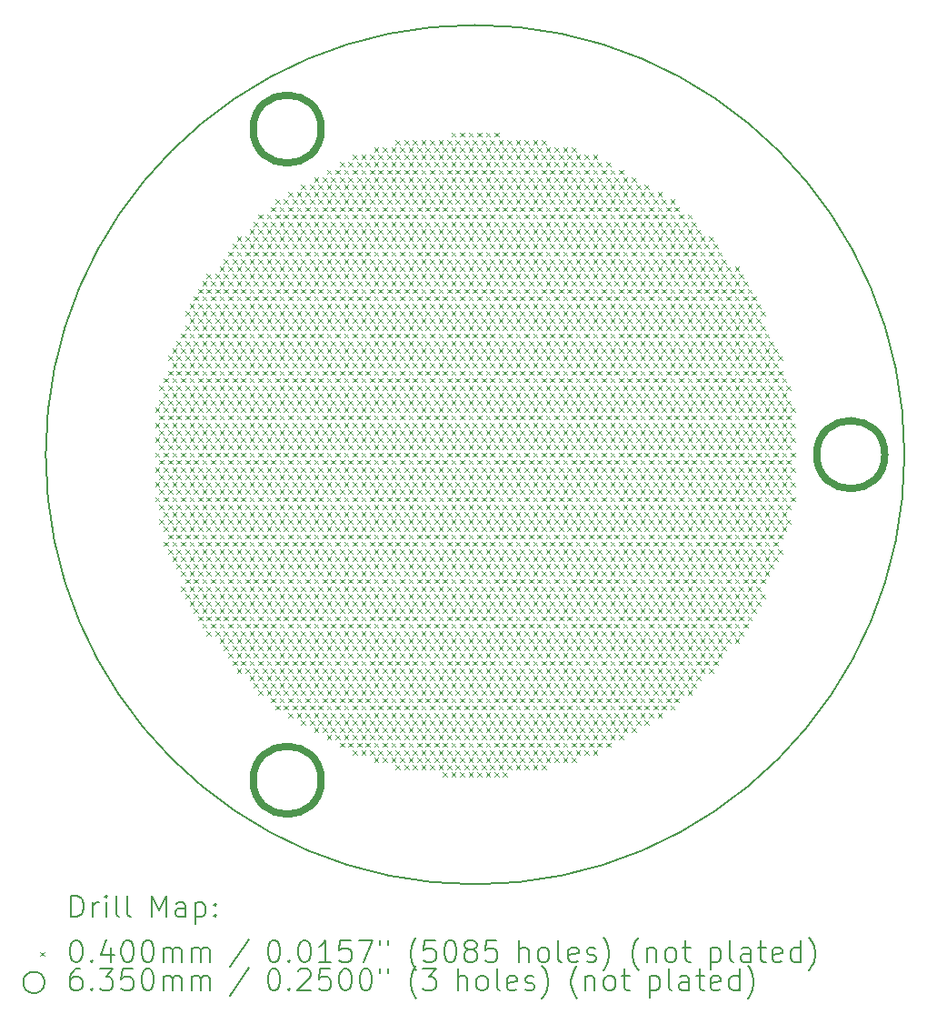
<source format=gbr>
%TF.GenerationSoftware,KiCad,Pcbnew,(7.0.0)*%
%TF.CreationDate,2023-03-13T12:44:16-05:00*%
%TF.ProjectId,GEM.No.Clear,47454d2e-4e6f-42e4-936c-6561722e6b69,rev?*%
%TF.SameCoordinates,Original*%
%TF.FileFunction,Drillmap*%
%TF.FilePolarity,Positive*%
%FSLAX45Y45*%
G04 Gerber Fmt 4.5, Leading zero omitted, Abs format (unit mm)*
G04 Created by KiCad (PCBNEW (7.0.0)) date 2023-03-13 12:44:16*
%MOMM*%
%LPD*%
G01*
G04 APERTURE LIST*
%ADD10C,0.200000*%
%ADD11C,0.040000*%
%ADD12C,0.635000*%
G04 APERTURE END LIST*
D10*
X16700000Y-10160000D02*
G75*
G03*
X16700000Y-10160000I-4000000J0D01*
G01*
D11*
X9720000Y-9724320D02*
X9760000Y-9764320D01*
X9760000Y-9724320D02*
X9720000Y-9764320D01*
X9720000Y-9862880D02*
X9760000Y-9902880D01*
X9760000Y-9862880D02*
X9720000Y-9902880D01*
X9720000Y-10001440D02*
X9760000Y-10041440D01*
X9760000Y-10001440D02*
X9720000Y-10041440D01*
X9720000Y-10140000D02*
X9760000Y-10180000D01*
X9760000Y-10140000D02*
X9720000Y-10180000D01*
X9720000Y-10278560D02*
X9760000Y-10318560D01*
X9760000Y-10278560D02*
X9720000Y-10318560D01*
X9720000Y-10417120D02*
X9760000Y-10457120D01*
X9760000Y-10417120D02*
X9720000Y-10457120D01*
X9720000Y-10555680D02*
X9760000Y-10595680D01*
X9760000Y-10555680D02*
X9720000Y-10595680D01*
X9760000Y-9516480D02*
X9800000Y-9556480D01*
X9800000Y-9516480D02*
X9760000Y-9556480D01*
X9760000Y-9655040D02*
X9800000Y-9695040D01*
X9800000Y-9655040D02*
X9760000Y-9695040D01*
X9760000Y-9793600D02*
X9800000Y-9833600D01*
X9800000Y-9793600D02*
X9760000Y-9833600D01*
X9760000Y-9932160D02*
X9800000Y-9972160D01*
X9800000Y-9932160D02*
X9760000Y-9972160D01*
X9760000Y-10070720D02*
X9800000Y-10110720D01*
X9800000Y-10070720D02*
X9760000Y-10110720D01*
X9760000Y-10209280D02*
X9800000Y-10249280D01*
X9800000Y-10209280D02*
X9760000Y-10249280D01*
X9760000Y-10347840D02*
X9800000Y-10387840D01*
X9800000Y-10347840D02*
X9760000Y-10387840D01*
X9760000Y-10486400D02*
X9800000Y-10526400D01*
X9800000Y-10486400D02*
X9760000Y-10526400D01*
X9760000Y-10624960D02*
X9800000Y-10664960D01*
X9800000Y-10624960D02*
X9760000Y-10664960D01*
X9760000Y-10763520D02*
X9800000Y-10803520D01*
X9800000Y-10763520D02*
X9760000Y-10803520D01*
X9800000Y-9447200D02*
X9840000Y-9487200D01*
X9840000Y-9447200D02*
X9800000Y-9487200D01*
X9800000Y-9585760D02*
X9840000Y-9625760D01*
X9840000Y-9585760D02*
X9800000Y-9625760D01*
X9800000Y-9724320D02*
X9840000Y-9764320D01*
X9840000Y-9724320D02*
X9800000Y-9764320D01*
X9800000Y-9862880D02*
X9840000Y-9902880D01*
X9840000Y-9862880D02*
X9800000Y-9902880D01*
X9800000Y-10001440D02*
X9840000Y-10041440D01*
X9840000Y-10001440D02*
X9800000Y-10041440D01*
X9800000Y-10140000D02*
X9840000Y-10180000D01*
X9840000Y-10140000D02*
X9800000Y-10180000D01*
X9800000Y-10278560D02*
X9840000Y-10318560D01*
X9840000Y-10278560D02*
X9800000Y-10318560D01*
X9800000Y-10417120D02*
X9840000Y-10457120D01*
X9840000Y-10417120D02*
X9800000Y-10457120D01*
X9800000Y-10555680D02*
X9840000Y-10595680D01*
X9840000Y-10555680D02*
X9800000Y-10595680D01*
X9800000Y-10694240D02*
X9840000Y-10734240D01*
X9840000Y-10694240D02*
X9800000Y-10734240D01*
X9800000Y-10832800D02*
X9840000Y-10872800D01*
X9840000Y-10832800D02*
X9800000Y-10872800D01*
X9800000Y-10971360D02*
X9840000Y-11011360D01*
X9840000Y-10971360D02*
X9800000Y-11011360D01*
X9840000Y-9239360D02*
X9880000Y-9279360D01*
X9880000Y-9239360D02*
X9840000Y-9279360D01*
X9840000Y-9377920D02*
X9880000Y-9417920D01*
X9880000Y-9377920D02*
X9840000Y-9417920D01*
X9840000Y-9516480D02*
X9880000Y-9556480D01*
X9880000Y-9516480D02*
X9840000Y-9556480D01*
X9840000Y-9655040D02*
X9880000Y-9695040D01*
X9880000Y-9655040D02*
X9840000Y-9695040D01*
X9840000Y-9793600D02*
X9880000Y-9833600D01*
X9880000Y-9793600D02*
X9840000Y-9833600D01*
X9840000Y-9932160D02*
X9880000Y-9972160D01*
X9880000Y-9932160D02*
X9840000Y-9972160D01*
X9840000Y-10070720D02*
X9880000Y-10110720D01*
X9880000Y-10070720D02*
X9840000Y-10110720D01*
X9840000Y-10209280D02*
X9880000Y-10249280D01*
X9880000Y-10209280D02*
X9840000Y-10249280D01*
X9840000Y-10347840D02*
X9880000Y-10387840D01*
X9880000Y-10347840D02*
X9840000Y-10387840D01*
X9840000Y-10486400D02*
X9880000Y-10526400D01*
X9880000Y-10486400D02*
X9840000Y-10526400D01*
X9840000Y-10624960D02*
X9880000Y-10664960D01*
X9880000Y-10624960D02*
X9840000Y-10664960D01*
X9840000Y-10763520D02*
X9880000Y-10803520D01*
X9880000Y-10763520D02*
X9840000Y-10803520D01*
X9840000Y-10902080D02*
X9880000Y-10942080D01*
X9880000Y-10902080D02*
X9840000Y-10942080D01*
X9840000Y-11040640D02*
X9880000Y-11080640D01*
X9880000Y-11040640D02*
X9840000Y-11080640D01*
X9880000Y-9170080D02*
X9920000Y-9210080D01*
X9920000Y-9170080D02*
X9880000Y-9210080D01*
X9880000Y-9308640D02*
X9920000Y-9348640D01*
X9920000Y-9308640D02*
X9880000Y-9348640D01*
X9880000Y-9447200D02*
X9920000Y-9487200D01*
X9920000Y-9447200D02*
X9880000Y-9487200D01*
X9880000Y-9585760D02*
X9920000Y-9625760D01*
X9920000Y-9585760D02*
X9880000Y-9625760D01*
X9880000Y-9724320D02*
X9920000Y-9764320D01*
X9920000Y-9724320D02*
X9880000Y-9764320D01*
X9880000Y-9862880D02*
X9920000Y-9902880D01*
X9920000Y-9862880D02*
X9880000Y-9902880D01*
X9880000Y-10001440D02*
X9920000Y-10041440D01*
X9920000Y-10001440D02*
X9880000Y-10041440D01*
X9880000Y-10140000D02*
X9920000Y-10180000D01*
X9920000Y-10140000D02*
X9880000Y-10180000D01*
X9880000Y-10278560D02*
X9920000Y-10318560D01*
X9920000Y-10278560D02*
X9880000Y-10318560D01*
X9880000Y-10417120D02*
X9920000Y-10457120D01*
X9920000Y-10417120D02*
X9880000Y-10457120D01*
X9880000Y-10555680D02*
X9920000Y-10595680D01*
X9920000Y-10555680D02*
X9880000Y-10595680D01*
X9880000Y-10694240D02*
X9920000Y-10734240D01*
X9920000Y-10694240D02*
X9880000Y-10734240D01*
X9880000Y-10832800D02*
X9920000Y-10872800D01*
X9920000Y-10832800D02*
X9880000Y-10872800D01*
X9880000Y-10971360D02*
X9920000Y-11011360D01*
X9920000Y-10971360D02*
X9880000Y-11011360D01*
X9880000Y-11109920D02*
X9920000Y-11149920D01*
X9920000Y-11109920D02*
X9880000Y-11149920D01*
X9920000Y-9100800D02*
X9960000Y-9140800D01*
X9960000Y-9100800D02*
X9920000Y-9140800D01*
X9920000Y-9239360D02*
X9960000Y-9279360D01*
X9960000Y-9239360D02*
X9920000Y-9279360D01*
X9920000Y-9377920D02*
X9960000Y-9417920D01*
X9960000Y-9377920D02*
X9920000Y-9417920D01*
X9920000Y-9516480D02*
X9960000Y-9556480D01*
X9960000Y-9516480D02*
X9920000Y-9556480D01*
X9920000Y-9655040D02*
X9960000Y-9695040D01*
X9960000Y-9655040D02*
X9920000Y-9695040D01*
X9920000Y-9793600D02*
X9960000Y-9833600D01*
X9960000Y-9793600D02*
X9920000Y-9833600D01*
X9920000Y-9932160D02*
X9960000Y-9972160D01*
X9960000Y-9932160D02*
X9920000Y-9972160D01*
X9920000Y-10070720D02*
X9960000Y-10110720D01*
X9960000Y-10070720D02*
X9920000Y-10110720D01*
X9920000Y-10209280D02*
X9960000Y-10249280D01*
X9960000Y-10209280D02*
X9920000Y-10249280D01*
X9920000Y-10347840D02*
X9960000Y-10387840D01*
X9960000Y-10347840D02*
X9920000Y-10387840D01*
X9920000Y-10486400D02*
X9960000Y-10526400D01*
X9960000Y-10486400D02*
X9920000Y-10526400D01*
X9920000Y-10624960D02*
X9960000Y-10664960D01*
X9960000Y-10624960D02*
X9920000Y-10664960D01*
X9920000Y-10763520D02*
X9960000Y-10803520D01*
X9960000Y-10763520D02*
X9920000Y-10803520D01*
X9920000Y-10902080D02*
X9960000Y-10942080D01*
X9960000Y-10902080D02*
X9920000Y-10942080D01*
X9920000Y-11040640D02*
X9960000Y-11080640D01*
X9960000Y-11040640D02*
X9920000Y-11080640D01*
X9920000Y-11179200D02*
X9960000Y-11219200D01*
X9960000Y-11179200D02*
X9920000Y-11219200D01*
X9960000Y-9031520D02*
X10000000Y-9071520D01*
X10000000Y-9031520D02*
X9960000Y-9071520D01*
X9960000Y-9170080D02*
X10000000Y-9210080D01*
X10000000Y-9170080D02*
X9960000Y-9210080D01*
X9960000Y-9308640D02*
X10000000Y-9348640D01*
X10000000Y-9308640D02*
X9960000Y-9348640D01*
X9960000Y-9447200D02*
X10000000Y-9487200D01*
X10000000Y-9447200D02*
X9960000Y-9487200D01*
X9960000Y-9585760D02*
X10000000Y-9625760D01*
X10000000Y-9585760D02*
X9960000Y-9625760D01*
X9960000Y-9724320D02*
X10000000Y-9764320D01*
X10000000Y-9724320D02*
X9960000Y-9764320D01*
X9960000Y-9862880D02*
X10000000Y-9902880D01*
X10000000Y-9862880D02*
X9960000Y-9902880D01*
X9960000Y-10001440D02*
X10000000Y-10041440D01*
X10000000Y-10001440D02*
X9960000Y-10041440D01*
X9960000Y-10140000D02*
X10000000Y-10180000D01*
X10000000Y-10140000D02*
X9960000Y-10180000D01*
X9960000Y-10278560D02*
X10000000Y-10318560D01*
X10000000Y-10278560D02*
X9960000Y-10318560D01*
X9960000Y-10417120D02*
X10000000Y-10457120D01*
X10000000Y-10417120D02*
X9960000Y-10457120D01*
X9960000Y-10555680D02*
X10000000Y-10595680D01*
X10000000Y-10555680D02*
X9960000Y-10595680D01*
X9960000Y-10694240D02*
X10000000Y-10734240D01*
X10000000Y-10694240D02*
X9960000Y-10734240D01*
X9960000Y-10832800D02*
X10000000Y-10872800D01*
X10000000Y-10832800D02*
X9960000Y-10872800D01*
X9960000Y-10971360D02*
X10000000Y-11011360D01*
X10000000Y-10971360D02*
X9960000Y-11011360D01*
X9960000Y-11109920D02*
X10000000Y-11149920D01*
X10000000Y-11109920D02*
X9960000Y-11149920D01*
X9960000Y-11248480D02*
X10000000Y-11288480D01*
X10000000Y-11248480D02*
X9960000Y-11288480D01*
X9960000Y-11387040D02*
X10000000Y-11427040D01*
X10000000Y-11387040D02*
X9960000Y-11427040D01*
X10000000Y-8823680D02*
X10040000Y-8863680D01*
X10040000Y-8823680D02*
X10000000Y-8863680D01*
X10000000Y-8962240D02*
X10040000Y-9002240D01*
X10040000Y-8962240D02*
X10000000Y-9002240D01*
X10000000Y-9100800D02*
X10040000Y-9140800D01*
X10040000Y-9100800D02*
X10000000Y-9140800D01*
X10000000Y-9239360D02*
X10040000Y-9279360D01*
X10040000Y-9239360D02*
X10000000Y-9279360D01*
X10000000Y-9377920D02*
X10040000Y-9417920D01*
X10040000Y-9377920D02*
X10000000Y-9417920D01*
X10000000Y-9516480D02*
X10040000Y-9556480D01*
X10040000Y-9516480D02*
X10000000Y-9556480D01*
X10000000Y-9655040D02*
X10040000Y-9695040D01*
X10040000Y-9655040D02*
X10000000Y-9695040D01*
X10000000Y-9793600D02*
X10040000Y-9833600D01*
X10040000Y-9793600D02*
X10000000Y-9833600D01*
X10000000Y-9932160D02*
X10040000Y-9972160D01*
X10040000Y-9932160D02*
X10000000Y-9972160D01*
X10000000Y-10070720D02*
X10040000Y-10110720D01*
X10040000Y-10070720D02*
X10000000Y-10110720D01*
X10000000Y-10209280D02*
X10040000Y-10249280D01*
X10040000Y-10209280D02*
X10000000Y-10249280D01*
X10000000Y-10347840D02*
X10040000Y-10387840D01*
X10040000Y-10347840D02*
X10000000Y-10387840D01*
X10000000Y-10486400D02*
X10040000Y-10526400D01*
X10040000Y-10486400D02*
X10000000Y-10526400D01*
X10000000Y-10624960D02*
X10040000Y-10664960D01*
X10040000Y-10624960D02*
X10000000Y-10664960D01*
X10000000Y-10763520D02*
X10040000Y-10803520D01*
X10040000Y-10763520D02*
X10000000Y-10803520D01*
X10000000Y-10902080D02*
X10040000Y-10942080D01*
X10040000Y-10902080D02*
X10000000Y-10942080D01*
X10000000Y-11040640D02*
X10040000Y-11080640D01*
X10040000Y-11040640D02*
X10000000Y-11080640D01*
X10000000Y-11179200D02*
X10040000Y-11219200D01*
X10040000Y-11179200D02*
X10000000Y-11219200D01*
X10000000Y-11317760D02*
X10040000Y-11357760D01*
X10040000Y-11317760D02*
X10000000Y-11357760D01*
X10000000Y-11456320D02*
X10040000Y-11496320D01*
X10040000Y-11456320D02*
X10000000Y-11496320D01*
X10040000Y-8754400D02*
X10080000Y-8794400D01*
X10080000Y-8754400D02*
X10040000Y-8794400D01*
X10040000Y-8892960D02*
X10080000Y-8932960D01*
X10080000Y-8892960D02*
X10040000Y-8932960D01*
X10040000Y-9031520D02*
X10080000Y-9071520D01*
X10080000Y-9031520D02*
X10040000Y-9071520D01*
X10040000Y-9170080D02*
X10080000Y-9210080D01*
X10080000Y-9170080D02*
X10040000Y-9210080D01*
X10040000Y-9308640D02*
X10080000Y-9348640D01*
X10080000Y-9308640D02*
X10040000Y-9348640D01*
X10040000Y-9447200D02*
X10080000Y-9487200D01*
X10080000Y-9447200D02*
X10040000Y-9487200D01*
X10040000Y-9585760D02*
X10080000Y-9625760D01*
X10080000Y-9585760D02*
X10040000Y-9625760D01*
X10040000Y-9724320D02*
X10080000Y-9764320D01*
X10080000Y-9724320D02*
X10040000Y-9764320D01*
X10040000Y-9862880D02*
X10080000Y-9902880D01*
X10080000Y-9862880D02*
X10040000Y-9902880D01*
X10040000Y-10001440D02*
X10080000Y-10041440D01*
X10080000Y-10001440D02*
X10040000Y-10041440D01*
X10040000Y-10140000D02*
X10080000Y-10180000D01*
X10080000Y-10140000D02*
X10040000Y-10180000D01*
X10040000Y-10278560D02*
X10080000Y-10318560D01*
X10080000Y-10278560D02*
X10040000Y-10318560D01*
X10040000Y-10417120D02*
X10080000Y-10457120D01*
X10080000Y-10417120D02*
X10040000Y-10457120D01*
X10040000Y-10555680D02*
X10080000Y-10595680D01*
X10080000Y-10555680D02*
X10040000Y-10595680D01*
X10040000Y-10694240D02*
X10080000Y-10734240D01*
X10080000Y-10694240D02*
X10040000Y-10734240D01*
X10040000Y-10832800D02*
X10080000Y-10872800D01*
X10080000Y-10832800D02*
X10040000Y-10872800D01*
X10040000Y-10971360D02*
X10080000Y-11011360D01*
X10080000Y-10971360D02*
X10040000Y-11011360D01*
X10040000Y-11109920D02*
X10080000Y-11149920D01*
X10080000Y-11109920D02*
X10040000Y-11149920D01*
X10040000Y-11248480D02*
X10080000Y-11288480D01*
X10080000Y-11248480D02*
X10040000Y-11288480D01*
X10040000Y-11387040D02*
X10080000Y-11427040D01*
X10080000Y-11387040D02*
X10040000Y-11427040D01*
X10040000Y-11525600D02*
X10080000Y-11565600D01*
X10080000Y-11525600D02*
X10040000Y-11565600D01*
X10080000Y-8685120D02*
X10120000Y-8725120D01*
X10120000Y-8685120D02*
X10080000Y-8725120D01*
X10080000Y-8823680D02*
X10120000Y-8863680D01*
X10120000Y-8823680D02*
X10080000Y-8863680D01*
X10080000Y-8962240D02*
X10120000Y-9002240D01*
X10120000Y-8962240D02*
X10080000Y-9002240D01*
X10080000Y-9100800D02*
X10120000Y-9140800D01*
X10120000Y-9100800D02*
X10080000Y-9140800D01*
X10080000Y-9239360D02*
X10120000Y-9279360D01*
X10120000Y-9239360D02*
X10080000Y-9279360D01*
X10080000Y-9377920D02*
X10120000Y-9417920D01*
X10120000Y-9377920D02*
X10080000Y-9417920D01*
X10080000Y-9516480D02*
X10120000Y-9556480D01*
X10120000Y-9516480D02*
X10080000Y-9556480D01*
X10080000Y-9655040D02*
X10120000Y-9695040D01*
X10120000Y-9655040D02*
X10080000Y-9695040D01*
X10080000Y-9793600D02*
X10120000Y-9833600D01*
X10120000Y-9793600D02*
X10080000Y-9833600D01*
X10080000Y-9932160D02*
X10120000Y-9972160D01*
X10120000Y-9932160D02*
X10080000Y-9972160D01*
X10080000Y-10070720D02*
X10120000Y-10110720D01*
X10120000Y-10070720D02*
X10080000Y-10110720D01*
X10080000Y-10209280D02*
X10120000Y-10249280D01*
X10120000Y-10209280D02*
X10080000Y-10249280D01*
X10080000Y-10347840D02*
X10120000Y-10387840D01*
X10120000Y-10347840D02*
X10080000Y-10387840D01*
X10080000Y-10486400D02*
X10120000Y-10526400D01*
X10120000Y-10486400D02*
X10080000Y-10526400D01*
X10080000Y-10624960D02*
X10120000Y-10664960D01*
X10120000Y-10624960D02*
X10080000Y-10664960D01*
X10080000Y-10763520D02*
X10120000Y-10803520D01*
X10120000Y-10763520D02*
X10080000Y-10803520D01*
X10080000Y-10902080D02*
X10120000Y-10942080D01*
X10120000Y-10902080D02*
X10080000Y-10942080D01*
X10080000Y-11040640D02*
X10120000Y-11080640D01*
X10120000Y-11040640D02*
X10080000Y-11080640D01*
X10080000Y-11179200D02*
X10120000Y-11219200D01*
X10120000Y-11179200D02*
X10080000Y-11219200D01*
X10080000Y-11317760D02*
X10120000Y-11357760D01*
X10120000Y-11317760D02*
X10080000Y-11357760D01*
X10080000Y-11456320D02*
X10120000Y-11496320D01*
X10120000Y-11456320D02*
X10080000Y-11496320D01*
X10080000Y-11594880D02*
X10120000Y-11634880D01*
X10120000Y-11594880D02*
X10080000Y-11634880D01*
X10120000Y-8615840D02*
X10160000Y-8655840D01*
X10160000Y-8615840D02*
X10120000Y-8655840D01*
X10120000Y-8754400D02*
X10160000Y-8794400D01*
X10160000Y-8754400D02*
X10120000Y-8794400D01*
X10120000Y-8892960D02*
X10160000Y-8932960D01*
X10160000Y-8892960D02*
X10120000Y-8932960D01*
X10120000Y-9031520D02*
X10160000Y-9071520D01*
X10160000Y-9031520D02*
X10120000Y-9071520D01*
X10120000Y-9170080D02*
X10160000Y-9210080D01*
X10160000Y-9170080D02*
X10120000Y-9210080D01*
X10120000Y-9308640D02*
X10160000Y-9348640D01*
X10160000Y-9308640D02*
X10120000Y-9348640D01*
X10120000Y-9447200D02*
X10160000Y-9487200D01*
X10160000Y-9447200D02*
X10120000Y-9487200D01*
X10120000Y-9585760D02*
X10160000Y-9625760D01*
X10160000Y-9585760D02*
X10120000Y-9625760D01*
X10120000Y-9724320D02*
X10160000Y-9764320D01*
X10160000Y-9724320D02*
X10120000Y-9764320D01*
X10120000Y-9862880D02*
X10160000Y-9902880D01*
X10160000Y-9862880D02*
X10120000Y-9902880D01*
X10120000Y-10001440D02*
X10160000Y-10041440D01*
X10160000Y-10001440D02*
X10120000Y-10041440D01*
X10120000Y-10140000D02*
X10160000Y-10180000D01*
X10160000Y-10140000D02*
X10120000Y-10180000D01*
X10120000Y-10278560D02*
X10160000Y-10318560D01*
X10160000Y-10278560D02*
X10120000Y-10318560D01*
X10120000Y-10417120D02*
X10160000Y-10457120D01*
X10160000Y-10417120D02*
X10120000Y-10457120D01*
X10120000Y-10555680D02*
X10160000Y-10595680D01*
X10160000Y-10555680D02*
X10120000Y-10595680D01*
X10120000Y-10694240D02*
X10160000Y-10734240D01*
X10160000Y-10694240D02*
X10120000Y-10734240D01*
X10120000Y-10832800D02*
X10160000Y-10872800D01*
X10160000Y-10832800D02*
X10120000Y-10872800D01*
X10120000Y-10971360D02*
X10160000Y-11011360D01*
X10160000Y-10971360D02*
X10120000Y-11011360D01*
X10120000Y-11109920D02*
X10160000Y-11149920D01*
X10160000Y-11109920D02*
X10120000Y-11149920D01*
X10120000Y-11248480D02*
X10160000Y-11288480D01*
X10160000Y-11248480D02*
X10120000Y-11288480D01*
X10120000Y-11387040D02*
X10160000Y-11427040D01*
X10160000Y-11387040D02*
X10120000Y-11427040D01*
X10120000Y-11525600D02*
X10160000Y-11565600D01*
X10160000Y-11525600D02*
X10120000Y-11565600D01*
X10120000Y-11664160D02*
X10160000Y-11704160D01*
X10160000Y-11664160D02*
X10120000Y-11704160D01*
X10160000Y-8546560D02*
X10200000Y-8586560D01*
X10200000Y-8546560D02*
X10160000Y-8586560D01*
X10160000Y-8685120D02*
X10200000Y-8725120D01*
X10200000Y-8685120D02*
X10160000Y-8725120D01*
X10160000Y-8823680D02*
X10200000Y-8863680D01*
X10200000Y-8823680D02*
X10160000Y-8863680D01*
X10160000Y-8962240D02*
X10200000Y-9002240D01*
X10200000Y-8962240D02*
X10160000Y-9002240D01*
X10160000Y-9100800D02*
X10200000Y-9140800D01*
X10200000Y-9100800D02*
X10160000Y-9140800D01*
X10160000Y-9239360D02*
X10200000Y-9279360D01*
X10200000Y-9239360D02*
X10160000Y-9279360D01*
X10160000Y-9377920D02*
X10200000Y-9417920D01*
X10200000Y-9377920D02*
X10160000Y-9417920D01*
X10160000Y-9516480D02*
X10200000Y-9556480D01*
X10200000Y-9516480D02*
X10160000Y-9556480D01*
X10160000Y-9655040D02*
X10200000Y-9695040D01*
X10200000Y-9655040D02*
X10160000Y-9695040D01*
X10160000Y-9793600D02*
X10200000Y-9833600D01*
X10200000Y-9793600D02*
X10160000Y-9833600D01*
X10160000Y-9932160D02*
X10200000Y-9972160D01*
X10200000Y-9932160D02*
X10160000Y-9972160D01*
X10160000Y-10070720D02*
X10200000Y-10110720D01*
X10200000Y-10070720D02*
X10160000Y-10110720D01*
X10160000Y-10209280D02*
X10200000Y-10249280D01*
X10200000Y-10209280D02*
X10160000Y-10249280D01*
X10160000Y-10347840D02*
X10200000Y-10387840D01*
X10200000Y-10347840D02*
X10160000Y-10387840D01*
X10160000Y-10486400D02*
X10200000Y-10526400D01*
X10200000Y-10486400D02*
X10160000Y-10526400D01*
X10160000Y-10624960D02*
X10200000Y-10664960D01*
X10200000Y-10624960D02*
X10160000Y-10664960D01*
X10160000Y-10763520D02*
X10200000Y-10803520D01*
X10200000Y-10763520D02*
X10160000Y-10803520D01*
X10160000Y-10902080D02*
X10200000Y-10942080D01*
X10200000Y-10902080D02*
X10160000Y-10942080D01*
X10160000Y-11040640D02*
X10200000Y-11080640D01*
X10200000Y-11040640D02*
X10160000Y-11080640D01*
X10160000Y-11179200D02*
X10200000Y-11219200D01*
X10200000Y-11179200D02*
X10160000Y-11219200D01*
X10160000Y-11317760D02*
X10200000Y-11357760D01*
X10200000Y-11317760D02*
X10160000Y-11357760D01*
X10160000Y-11456320D02*
X10200000Y-11496320D01*
X10200000Y-11456320D02*
X10160000Y-11496320D01*
X10160000Y-11594880D02*
X10200000Y-11634880D01*
X10200000Y-11594880D02*
X10160000Y-11634880D01*
X10160000Y-11733440D02*
X10200000Y-11773440D01*
X10200000Y-11733440D02*
X10160000Y-11773440D01*
X10200000Y-8477280D02*
X10240000Y-8517280D01*
X10240000Y-8477280D02*
X10200000Y-8517280D01*
X10200000Y-8615840D02*
X10240000Y-8655840D01*
X10240000Y-8615840D02*
X10200000Y-8655840D01*
X10200000Y-8754400D02*
X10240000Y-8794400D01*
X10240000Y-8754400D02*
X10200000Y-8794400D01*
X10200000Y-8892960D02*
X10240000Y-8932960D01*
X10240000Y-8892960D02*
X10200000Y-8932960D01*
X10200000Y-9031520D02*
X10240000Y-9071520D01*
X10240000Y-9031520D02*
X10200000Y-9071520D01*
X10200000Y-9170080D02*
X10240000Y-9210080D01*
X10240000Y-9170080D02*
X10200000Y-9210080D01*
X10200000Y-9308640D02*
X10240000Y-9348640D01*
X10240000Y-9308640D02*
X10200000Y-9348640D01*
X10200000Y-9447200D02*
X10240000Y-9487200D01*
X10240000Y-9447200D02*
X10200000Y-9487200D01*
X10200000Y-9585760D02*
X10240000Y-9625760D01*
X10240000Y-9585760D02*
X10200000Y-9625760D01*
X10200000Y-9724320D02*
X10240000Y-9764320D01*
X10240000Y-9724320D02*
X10200000Y-9764320D01*
X10200000Y-9862880D02*
X10240000Y-9902880D01*
X10240000Y-9862880D02*
X10200000Y-9902880D01*
X10200000Y-10001440D02*
X10240000Y-10041440D01*
X10240000Y-10001440D02*
X10200000Y-10041440D01*
X10200000Y-10140000D02*
X10240000Y-10180000D01*
X10240000Y-10140000D02*
X10200000Y-10180000D01*
X10200000Y-10278560D02*
X10240000Y-10318560D01*
X10240000Y-10278560D02*
X10200000Y-10318560D01*
X10200000Y-10417120D02*
X10240000Y-10457120D01*
X10240000Y-10417120D02*
X10200000Y-10457120D01*
X10200000Y-10555680D02*
X10240000Y-10595680D01*
X10240000Y-10555680D02*
X10200000Y-10595680D01*
X10200000Y-10694240D02*
X10240000Y-10734240D01*
X10240000Y-10694240D02*
X10200000Y-10734240D01*
X10200000Y-10832800D02*
X10240000Y-10872800D01*
X10240000Y-10832800D02*
X10200000Y-10872800D01*
X10200000Y-10971360D02*
X10240000Y-11011360D01*
X10240000Y-10971360D02*
X10200000Y-11011360D01*
X10200000Y-11109920D02*
X10240000Y-11149920D01*
X10240000Y-11109920D02*
X10200000Y-11149920D01*
X10200000Y-11248480D02*
X10240000Y-11288480D01*
X10240000Y-11248480D02*
X10200000Y-11288480D01*
X10200000Y-11387040D02*
X10240000Y-11427040D01*
X10240000Y-11387040D02*
X10200000Y-11427040D01*
X10200000Y-11525600D02*
X10240000Y-11565600D01*
X10240000Y-11525600D02*
X10200000Y-11565600D01*
X10200000Y-11664160D02*
X10240000Y-11704160D01*
X10240000Y-11664160D02*
X10200000Y-11704160D01*
X10200000Y-11802720D02*
X10240000Y-11842720D01*
X10240000Y-11802720D02*
X10200000Y-11842720D01*
X10240000Y-8546560D02*
X10280000Y-8586560D01*
X10280000Y-8546560D02*
X10240000Y-8586560D01*
X10240000Y-8685120D02*
X10280000Y-8725120D01*
X10280000Y-8685120D02*
X10240000Y-8725120D01*
X10240000Y-8823680D02*
X10280000Y-8863680D01*
X10280000Y-8823680D02*
X10240000Y-8863680D01*
X10240000Y-8962240D02*
X10280000Y-9002240D01*
X10280000Y-8962240D02*
X10240000Y-9002240D01*
X10240000Y-9100800D02*
X10280000Y-9140800D01*
X10280000Y-9100800D02*
X10240000Y-9140800D01*
X10240000Y-9239360D02*
X10280000Y-9279360D01*
X10280000Y-9239360D02*
X10240000Y-9279360D01*
X10240000Y-9377920D02*
X10280000Y-9417920D01*
X10280000Y-9377920D02*
X10240000Y-9417920D01*
X10240000Y-9516480D02*
X10280000Y-9556480D01*
X10280000Y-9516480D02*
X10240000Y-9556480D01*
X10240000Y-9655040D02*
X10280000Y-9695040D01*
X10280000Y-9655040D02*
X10240000Y-9695040D01*
X10240000Y-9793600D02*
X10280000Y-9833600D01*
X10280000Y-9793600D02*
X10240000Y-9833600D01*
X10240000Y-9932160D02*
X10280000Y-9972160D01*
X10280000Y-9932160D02*
X10240000Y-9972160D01*
X10240000Y-10070720D02*
X10280000Y-10110720D01*
X10280000Y-10070720D02*
X10240000Y-10110720D01*
X10240000Y-10209280D02*
X10280000Y-10249280D01*
X10280000Y-10209280D02*
X10240000Y-10249280D01*
X10240000Y-10347840D02*
X10280000Y-10387840D01*
X10280000Y-10347840D02*
X10240000Y-10387840D01*
X10240000Y-10486400D02*
X10280000Y-10526400D01*
X10280000Y-10486400D02*
X10240000Y-10526400D01*
X10240000Y-10624960D02*
X10280000Y-10664960D01*
X10280000Y-10624960D02*
X10240000Y-10664960D01*
X10240000Y-10763520D02*
X10280000Y-10803520D01*
X10280000Y-10763520D02*
X10240000Y-10803520D01*
X10240000Y-10902080D02*
X10280000Y-10942080D01*
X10280000Y-10902080D02*
X10240000Y-10942080D01*
X10240000Y-11040640D02*
X10280000Y-11080640D01*
X10280000Y-11040640D02*
X10240000Y-11080640D01*
X10240000Y-11179200D02*
X10280000Y-11219200D01*
X10280000Y-11179200D02*
X10240000Y-11219200D01*
X10240000Y-11317760D02*
X10280000Y-11357760D01*
X10280000Y-11317760D02*
X10240000Y-11357760D01*
X10240000Y-11456320D02*
X10280000Y-11496320D01*
X10280000Y-11456320D02*
X10240000Y-11496320D01*
X10240000Y-11594880D02*
X10280000Y-11634880D01*
X10280000Y-11594880D02*
X10240000Y-11634880D01*
X10240000Y-11733440D02*
X10280000Y-11773440D01*
X10280000Y-11733440D02*
X10240000Y-11773440D01*
X10280000Y-8477280D02*
X10320000Y-8517280D01*
X10320000Y-8477280D02*
X10280000Y-8517280D01*
X10280000Y-8615840D02*
X10320000Y-8655840D01*
X10320000Y-8615840D02*
X10280000Y-8655840D01*
X10280000Y-8754400D02*
X10320000Y-8794400D01*
X10320000Y-8754400D02*
X10280000Y-8794400D01*
X10280000Y-8892960D02*
X10320000Y-8932960D01*
X10320000Y-8892960D02*
X10280000Y-8932960D01*
X10280000Y-9031520D02*
X10320000Y-9071520D01*
X10320000Y-9031520D02*
X10280000Y-9071520D01*
X10280000Y-9170080D02*
X10320000Y-9210080D01*
X10320000Y-9170080D02*
X10280000Y-9210080D01*
X10280000Y-9308640D02*
X10320000Y-9348640D01*
X10320000Y-9308640D02*
X10280000Y-9348640D01*
X10280000Y-9447200D02*
X10320000Y-9487200D01*
X10320000Y-9447200D02*
X10280000Y-9487200D01*
X10280000Y-9585760D02*
X10320000Y-9625760D01*
X10320000Y-9585760D02*
X10280000Y-9625760D01*
X10280000Y-9724320D02*
X10320000Y-9764320D01*
X10320000Y-9724320D02*
X10280000Y-9764320D01*
X10280000Y-9862880D02*
X10320000Y-9902880D01*
X10320000Y-9862880D02*
X10280000Y-9902880D01*
X10280000Y-10001440D02*
X10320000Y-10041440D01*
X10320000Y-10001440D02*
X10280000Y-10041440D01*
X10280000Y-10140000D02*
X10320000Y-10180000D01*
X10320000Y-10140000D02*
X10280000Y-10180000D01*
X10280000Y-10278560D02*
X10320000Y-10318560D01*
X10320000Y-10278560D02*
X10280000Y-10318560D01*
X10280000Y-10417120D02*
X10320000Y-10457120D01*
X10320000Y-10417120D02*
X10280000Y-10457120D01*
X10280000Y-10555680D02*
X10320000Y-10595680D01*
X10320000Y-10555680D02*
X10280000Y-10595680D01*
X10280000Y-10694240D02*
X10320000Y-10734240D01*
X10320000Y-10694240D02*
X10280000Y-10734240D01*
X10280000Y-10832800D02*
X10320000Y-10872800D01*
X10320000Y-10832800D02*
X10280000Y-10872800D01*
X10280000Y-10971360D02*
X10320000Y-11011360D01*
X10320000Y-10971360D02*
X10280000Y-11011360D01*
X10280000Y-11109920D02*
X10320000Y-11149920D01*
X10320000Y-11109920D02*
X10280000Y-11149920D01*
X10280000Y-11248480D02*
X10320000Y-11288480D01*
X10320000Y-11248480D02*
X10280000Y-11288480D01*
X10280000Y-11387040D02*
X10320000Y-11427040D01*
X10320000Y-11387040D02*
X10280000Y-11427040D01*
X10280000Y-11525600D02*
X10320000Y-11565600D01*
X10320000Y-11525600D02*
X10280000Y-11565600D01*
X10280000Y-11664160D02*
X10320000Y-11704160D01*
X10320000Y-11664160D02*
X10280000Y-11704160D01*
X10280000Y-11802720D02*
X10320000Y-11842720D01*
X10320000Y-11802720D02*
X10280000Y-11842720D01*
X10320000Y-8408000D02*
X10360000Y-8448000D01*
X10360000Y-8408000D02*
X10320000Y-8448000D01*
X10320000Y-8546560D02*
X10360000Y-8586560D01*
X10360000Y-8546560D02*
X10320000Y-8586560D01*
X10320000Y-8685120D02*
X10360000Y-8725120D01*
X10360000Y-8685120D02*
X10320000Y-8725120D01*
X10320000Y-8823680D02*
X10360000Y-8863680D01*
X10360000Y-8823680D02*
X10320000Y-8863680D01*
X10320000Y-8962240D02*
X10360000Y-9002240D01*
X10360000Y-8962240D02*
X10320000Y-9002240D01*
X10320000Y-9100800D02*
X10360000Y-9140800D01*
X10360000Y-9100800D02*
X10320000Y-9140800D01*
X10320000Y-9239360D02*
X10360000Y-9279360D01*
X10360000Y-9239360D02*
X10320000Y-9279360D01*
X10320000Y-9377920D02*
X10360000Y-9417920D01*
X10360000Y-9377920D02*
X10320000Y-9417920D01*
X10320000Y-9516480D02*
X10360000Y-9556480D01*
X10360000Y-9516480D02*
X10320000Y-9556480D01*
X10320000Y-9655040D02*
X10360000Y-9695040D01*
X10360000Y-9655040D02*
X10320000Y-9695040D01*
X10320000Y-9793600D02*
X10360000Y-9833600D01*
X10360000Y-9793600D02*
X10320000Y-9833600D01*
X10320000Y-9932160D02*
X10360000Y-9972160D01*
X10360000Y-9932160D02*
X10320000Y-9972160D01*
X10320000Y-10070720D02*
X10360000Y-10110720D01*
X10360000Y-10070720D02*
X10320000Y-10110720D01*
X10320000Y-10209280D02*
X10360000Y-10249280D01*
X10360000Y-10209280D02*
X10320000Y-10249280D01*
X10320000Y-10347840D02*
X10360000Y-10387840D01*
X10360000Y-10347840D02*
X10320000Y-10387840D01*
X10320000Y-10486400D02*
X10360000Y-10526400D01*
X10360000Y-10486400D02*
X10320000Y-10526400D01*
X10320000Y-10624960D02*
X10360000Y-10664960D01*
X10360000Y-10624960D02*
X10320000Y-10664960D01*
X10320000Y-10763520D02*
X10360000Y-10803520D01*
X10360000Y-10763520D02*
X10320000Y-10803520D01*
X10320000Y-10902080D02*
X10360000Y-10942080D01*
X10360000Y-10902080D02*
X10320000Y-10942080D01*
X10320000Y-11040640D02*
X10360000Y-11080640D01*
X10360000Y-11040640D02*
X10320000Y-11080640D01*
X10320000Y-11179200D02*
X10360000Y-11219200D01*
X10360000Y-11179200D02*
X10320000Y-11219200D01*
X10320000Y-11317760D02*
X10360000Y-11357760D01*
X10360000Y-11317760D02*
X10320000Y-11357760D01*
X10320000Y-11456320D02*
X10360000Y-11496320D01*
X10360000Y-11456320D02*
X10320000Y-11496320D01*
X10320000Y-11594880D02*
X10360000Y-11634880D01*
X10360000Y-11594880D02*
X10320000Y-11634880D01*
X10320000Y-11733440D02*
X10360000Y-11773440D01*
X10360000Y-11733440D02*
X10320000Y-11773440D01*
X10320000Y-11872000D02*
X10360000Y-11912000D01*
X10360000Y-11872000D02*
X10320000Y-11912000D01*
X10360000Y-8338720D02*
X10400000Y-8378720D01*
X10400000Y-8338720D02*
X10360000Y-8378720D01*
X10360000Y-8477280D02*
X10400000Y-8517280D01*
X10400000Y-8477280D02*
X10360000Y-8517280D01*
X10360000Y-8615840D02*
X10400000Y-8655840D01*
X10400000Y-8615840D02*
X10360000Y-8655840D01*
X10360000Y-8754400D02*
X10400000Y-8794400D01*
X10400000Y-8754400D02*
X10360000Y-8794400D01*
X10360000Y-8892960D02*
X10400000Y-8932960D01*
X10400000Y-8892960D02*
X10360000Y-8932960D01*
X10360000Y-9031520D02*
X10400000Y-9071520D01*
X10400000Y-9031520D02*
X10360000Y-9071520D01*
X10360000Y-9170080D02*
X10400000Y-9210080D01*
X10400000Y-9170080D02*
X10360000Y-9210080D01*
X10360000Y-9308640D02*
X10400000Y-9348640D01*
X10400000Y-9308640D02*
X10360000Y-9348640D01*
X10360000Y-9447200D02*
X10400000Y-9487200D01*
X10400000Y-9447200D02*
X10360000Y-9487200D01*
X10360000Y-9585760D02*
X10400000Y-9625760D01*
X10400000Y-9585760D02*
X10360000Y-9625760D01*
X10360000Y-9724320D02*
X10400000Y-9764320D01*
X10400000Y-9724320D02*
X10360000Y-9764320D01*
X10360000Y-9862880D02*
X10400000Y-9902880D01*
X10400000Y-9862880D02*
X10360000Y-9902880D01*
X10360000Y-10001440D02*
X10400000Y-10041440D01*
X10400000Y-10001440D02*
X10360000Y-10041440D01*
X10360000Y-10140000D02*
X10400000Y-10180000D01*
X10400000Y-10140000D02*
X10360000Y-10180000D01*
X10360000Y-10278560D02*
X10400000Y-10318560D01*
X10400000Y-10278560D02*
X10360000Y-10318560D01*
X10360000Y-10417120D02*
X10400000Y-10457120D01*
X10400000Y-10417120D02*
X10360000Y-10457120D01*
X10360000Y-10555680D02*
X10400000Y-10595680D01*
X10400000Y-10555680D02*
X10360000Y-10595680D01*
X10360000Y-10694240D02*
X10400000Y-10734240D01*
X10400000Y-10694240D02*
X10360000Y-10734240D01*
X10360000Y-10832800D02*
X10400000Y-10872800D01*
X10400000Y-10832800D02*
X10360000Y-10872800D01*
X10360000Y-10971360D02*
X10400000Y-11011360D01*
X10400000Y-10971360D02*
X10360000Y-11011360D01*
X10360000Y-11109920D02*
X10400000Y-11149920D01*
X10400000Y-11109920D02*
X10360000Y-11149920D01*
X10360000Y-11248480D02*
X10400000Y-11288480D01*
X10400000Y-11248480D02*
X10360000Y-11288480D01*
X10360000Y-11387040D02*
X10400000Y-11427040D01*
X10400000Y-11387040D02*
X10360000Y-11427040D01*
X10360000Y-11525600D02*
X10400000Y-11565600D01*
X10400000Y-11525600D02*
X10360000Y-11565600D01*
X10360000Y-11664160D02*
X10400000Y-11704160D01*
X10400000Y-11664160D02*
X10360000Y-11704160D01*
X10360000Y-11802720D02*
X10400000Y-11842720D01*
X10400000Y-11802720D02*
X10360000Y-11842720D01*
X10360000Y-11941280D02*
X10400000Y-11981280D01*
X10400000Y-11941280D02*
X10360000Y-11981280D01*
X10400000Y-8269440D02*
X10440000Y-8309440D01*
X10440000Y-8269440D02*
X10400000Y-8309440D01*
X10400000Y-8408000D02*
X10440000Y-8448000D01*
X10440000Y-8408000D02*
X10400000Y-8448000D01*
X10400000Y-8546560D02*
X10440000Y-8586560D01*
X10440000Y-8546560D02*
X10400000Y-8586560D01*
X10400000Y-8685120D02*
X10440000Y-8725120D01*
X10440000Y-8685120D02*
X10400000Y-8725120D01*
X10400000Y-8823680D02*
X10440000Y-8863680D01*
X10440000Y-8823680D02*
X10400000Y-8863680D01*
X10400000Y-8962240D02*
X10440000Y-9002240D01*
X10440000Y-8962240D02*
X10400000Y-9002240D01*
X10400000Y-9100800D02*
X10440000Y-9140800D01*
X10440000Y-9100800D02*
X10400000Y-9140800D01*
X10400000Y-9239360D02*
X10440000Y-9279360D01*
X10440000Y-9239360D02*
X10400000Y-9279360D01*
X10400000Y-9377920D02*
X10440000Y-9417920D01*
X10440000Y-9377920D02*
X10400000Y-9417920D01*
X10400000Y-9516480D02*
X10440000Y-9556480D01*
X10440000Y-9516480D02*
X10400000Y-9556480D01*
X10400000Y-9655040D02*
X10440000Y-9695040D01*
X10440000Y-9655040D02*
X10400000Y-9695040D01*
X10400000Y-9793600D02*
X10440000Y-9833600D01*
X10440000Y-9793600D02*
X10400000Y-9833600D01*
X10400000Y-9932160D02*
X10440000Y-9972160D01*
X10440000Y-9932160D02*
X10400000Y-9972160D01*
X10400000Y-10070720D02*
X10440000Y-10110720D01*
X10440000Y-10070720D02*
X10400000Y-10110720D01*
X10400000Y-10209280D02*
X10440000Y-10249280D01*
X10440000Y-10209280D02*
X10400000Y-10249280D01*
X10400000Y-10347840D02*
X10440000Y-10387840D01*
X10440000Y-10347840D02*
X10400000Y-10387840D01*
X10400000Y-10486400D02*
X10440000Y-10526400D01*
X10440000Y-10486400D02*
X10400000Y-10526400D01*
X10400000Y-10624960D02*
X10440000Y-10664960D01*
X10440000Y-10624960D02*
X10400000Y-10664960D01*
X10400000Y-10763520D02*
X10440000Y-10803520D01*
X10440000Y-10763520D02*
X10400000Y-10803520D01*
X10400000Y-10902080D02*
X10440000Y-10942080D01*
X10440000Y-10902080D02*
X10400000Y-10942080D01*
X10400000Y-11040640D02*
X10440000Y-11080640D01*
X10440000Y-11040640D02*
X10400000Y-11080640D01*
X10400000Y-11179200D02*
X10440000Y-11219200D01*
X10440000Y-11179200D02*
X10400000Y-11219200D01*
X10400000Y-11317760D02*
X10440000Y-11357760D01*
X10440000Y-11317760D02*
X10400000Y-11357760D01*
X10400000Y-11456320D02*
X10440000Y-11496320D01*
X10440000Y-11456320D02*
X10400000Y-11496320D01*
X10400000Y-11594880D02*
X10440000Y-11634880D01*
X10440000Y-11594880D02*
X10400000Y-11634880D01*
X10400000Y-11733440D02*
X10440000Y-11773440D01*
X10440000Y-11733440D02*
X10400000Y-11773440D01*
X10400000Y-11872000D02*
X10440000Y-11912000D01*
X10440000Y-11872000D02*
X10400000Y-11912000D01*
X10400000Y-12010560D02*
X10440000Y-12050560D01*
X10440000Y-12010560D02*
X10400000Y-12050560D01*
X10440000Y-8200160D02*
X10480000Y-8240160D01*
X10480000Y-8200160D02*
X10440000Y-8240160D01*
X10440000Y-8338720D02*
X10480000Y-8378720D01*
X10480000Y-8338720D02*
X10440000Y-8378720D01*
X10440000Y-8477280D02*
X10480000Y-8517280D01*
X10480000Y-8477280D02*
X10440000Y-8517280D01*
X10440000Y-8615840D02*
X10480000Y-8655840D01*
X10480000Y-8615840D02*
X10440000Y-8655840D01*
X10440000Y-8754400D02*
X10480000Y-8794400D01*
X10480000Y-8754400D02*
X10440000Y-8794400D01*
X10440000Y-8892960D02*
X10480000Y-8932960D01*
X10480000Y-8892960D02*
X10440000Y-8932960D01*
X10440000Y-9031520D02*
X10480000Y-9071520D01*
X10480000Y-9031520D02*
X10440000Y-9071520D01*
X10440000Y-9170080D02*
X10480000Y-9210080D01*
X10480000Y-9170080D02*
X10440000Y-9210080D01*
X10440000Y-9308640D02*
X10480000Y-9348640D01*
X10480000Y-9308640D02*
X10440000Y-9348640D01*
X10440000Y-9447200D02*
X10480000Y-9487200D01*
X10480000Y-9447200D02*
X10440000Y-9487200D01*
X10440000Y-9585760D02*
X10480000Y-9625760D01*
X10480000Y-9585760D02*
X10440000Y-9625760D01*
X10440000Y-9724320D02*
X10480000Y-9764320D01*
X10480000Y-9724320D02*
X10440000Y-9764320D01*
X10440000Y-9862880D02*
X10480000Y-9902880D01*
X10480000Y-9862880D02*
X10440000Y-9902880D01*
X10440000Y-10001440D02*
X10480000Y-10041440D01*
X10480000Y-10001440D02*
X10440000Y-10041440D01*
X10440000Y-10140000D02*
X10480000Y-10180000D01*
X10480000Y-10140000D02*
X10440000Y-10180000D01*
X10440000Y-10278560D02*
X10480000Y-10318560D01*
X10480000Y-10278560D02*
X10440000Y-10318560D01*
X10440000Y-10417120D02*
X10480000Y-10457120D01*
X10480000Y-10417120D02*
X10440000Y-10457120D01*
X10440000Y-10555680D02*
X10480000Y-10595680D01*
X10480000Y-10555680D02*
X10440000Y-10595680D01*
X10440000Y-10694240D02*
X10480000Y-10734240D01*
X10480000Y-10694240D02*
X10440000Y-10734240D01*
X10440000Y-10832800D02*
X10480000Y-10872800D01*
X10480000Y-10832800D02*
X10440000Y-10872800D01*
X10440000Y-10971360D02*
X10480000Y-11011360D01*
X10480000Y-10971360D02*
X10440000Y-11011360D01*
X10440000Y-11109920D02*
X10480000Y-11149920D01*
X10480000Y-11109920D02*
X10440000Y-11149920D01*
X10440000Y-11248480D02*
X10480000Y-11288480D01*
X10480000Y-11248480D02*
X10440000Y-11288480D01*
X10440000Y-11387040D02*
X10480000Y-11427040D01*
X10480000Y-11387040D02*
X10440000Y-11427040D01*
X10440000Y-11525600D02*
X10480000Y-11565600D01*
X10480000Y-11525600D02*
X10440000Y-11565600D01*
X10440000Y-11664160D02*
X10480000Y-11704160D01*
X10480000Y-11664160D02*
X10440000Y-11704160D01*
X10440000Y-11802720D02*
X10480000Y-11842720D01*
X10480000Y-11802720D02*
X10440000Y-11842720D01*
X10440000Y-11941280D02*
X10480000Y-11981280D01*
X10480000Y-11941280D02*
X10440000Y-11981280D01*
X10440000Y-12079840D02*
X10480000Y-12119840D01*
X10480000Y-12079840D02*
X10440000Y-12119840D01*
X10480000Y-8130880D02*
X10520000Y-8170880D01*
X10520000Y-8130880D02*
X10480000Y-8170880D01*
X10480000Y-8269440D02*
X10520000Y-8309440D01*
X10520000Y-8269440D02*
X10480000Y-8309440D01*
X10480000Y-8408000D02*
X10520000Y-8448000D01*
X10520000Y-8408000D02*
X10480000Y-8448000D01*
X10480000Y-8546560D02*
X10520000Y-8586560D01*
X10520000Y-8546560D02*
X10480000Y-8586560D01*
X10480000Y-8685120D02*
X10520000Y-8725120D01*
X10520000Y-8685120D02*
X10480000Y-8725120D01*
X10480000Y-8823680D02*
X10520000Y-8863680D01*
X10520000Y-8823680D02*
X10480000Y-8863680D01*
X10480000Y-8962240D02*
X10520000Y-9002240D01*
X10520000Y-8962240D02*
X10480000Y-9002240D01*
X10480000Y-9100800D02*
X10520000Y-9140800D01*
X10520000Y-9100800D02*
X10480000Y-9140800D01*
X10480000Y-9239360D02*
X10520000Y-9279360D01*
X10520000Y-9239360D02*
X10480000Y-9279360D01*
X10480000Y-9377920D02*
X10520000Y-9417920D01*
X10520000Y-9377920D02*
X10480000Y-9417920D01*
X10480000Y-9516480D02*
X10520000Y-9556480D01*
X10520000Y-9516480D02*
X10480000Y-9556480D01*
X10480000Y-9655040D02*
X10520000Y-9695040D01*
X10520000Y-9655040D02*
X10480000Y-9695040D01*
X10480000Y-9793600D02*
X10520000Y-9833600D01*
X10520000Y-9793600D02*
X10480000Y-9833600D01*
X10480000Y-9932160D02*
X10520000Y-9972160D01*
X10520000Y-9932160D02*
X10480000Y-9972160D01*
X10480000Y-10070720D02*
X10520000Y-10110720D01*
X10520000Y-10070720D02*
X10480000Y-10110720D01*
X10480000Y-10209280D02*
X10520000Y-10249280D01*
X10520000Y-10209280D02*
X10480000Y-10249280D01*
X10480000Y-10347840D02*
X10520000Y-10387840D01*
X10520000Y-10347840D02*
X10480000Y-10387840D01*
X10480000Y-10486400D02*
X10520000Y-10526400D01*
X10520000Y-10486400D02*
X10480000Y-10526400D01*
X10480000Y-10624960D02*
X10520000Y-10664960D01*
X10520000Y-10624960D02*
X10480000Y-10664960D01*
X10480000Y-10763520D02*
X10520000Y-10803520D01*
X10520000Y-10763520D02*
X10480000Y-10803520D01*
X10480000Y-10902080D02*
X10520000Y-10942080D01*
X10520000Y-10902080D02*
X10480000Y-10942080D01*
X10480000Y-11040640D02*
X10520000Y-11080640D01*
X10520000Y-11040640D02*
X10480000Y-11080640D01*
X10480000Y-11179200D02*
X10520000Y-11219200D01*
X10520000Y-11179200D02*
X10480000Y-11219200D01*
X10480000Y-11317760D02*
X10520000Y-11357760D01*
X10520000Y-11317760D02*
X10480000Y-11357760D01*
X10480000Y-11456320D02*
X10520000Y-11496320D01*
X10520000Y-11456320D02*
X10480000Y-11496320D01*
X10480000Y-11594880D02*
X10520000Y-11634880D01*
X10520000Y-11594880D02*
X10480000Y-11634880D01*
X10480000Y-11733440D02*
X10520000Y-11773440D01*
X10520000Y-11733440D02*
X10480000Y-11773440D01*
X10480000Y-11872000D02*
X10520000Y-11912000D01*
X10520000Y-11872000D02*
X10480000Y-11912000D01*
X10480000Y-12010560D02*
X10520000Y-12050560D01*
X10520000Y-12010560D02*
X10480000Y-12050560D01*
X10480000Y-12149120D02*
X10520000Y-12189120D01*
X10520000Y-12149120D02*
X10480000Y-12189120D01*
X10520000Y-8200160D02*
X10560000Y-8240160D01*
X10560000Y-8200160D02*
X10520000Y-8240160D01*
X10520000Y-8338720D02*
X10560000Y-8378720D01*
X10560000Y-8338720D02*
X10520000Y-8378720D01*
X10520000Y-8477280D02*
X10560000Y-8517280D01*
X10560000Y-8477280D02*
X10520000Y-8517280D01*
X10520000Y-8615840D02*
X10560000Y-8655840D01*
X10560000Y-8615840D02*
X10520000Y-8655840D01*
X10520000Y-8754400D02*
X10560000Y-8794400D01*
X10560000Y-8754400D02*
X10520000Y-8794400D01*
X10520000Y-8892960D02*
X10560000Y-8932960D01*
X10560000Y-8892960D02*
X10520000Y-8932960D01*
X10520000Y-9031520D02*
X10560000Y-9071520D01*
X10560000Y-9031520D02*
X10520000Y-9071520D01*
X10520000Y-9170080D02*
X10560000Y-9210080D01*
X10560000Y-9170080D02*
X10520000Y-9210080D01*
X10520000Y-9308640D02*
X10560000Y-9348640D01*
X10560000Y-9308640D02*
X10520000Y-9348640D01*
X10520000Y-9447200D02*
X10560000Y-9487200D01*
X10560000Y-9447200D02*
X10520000Y-9487200D01*
X10520000Y-9585760D02*
X10560000Y-9625760D01*
X10560000Y-9585760D02*
X10520000Y-9625760D01*
X10520000Y-9724320D02*
X10560000Y-9764320D01*
X10560000Y-9724320D02*
X10520000Y-9764320D01*
X10520000Y-9862880D02*
X10560000Y-9902880D01*
X10560000Y-9862880D02*
X10520000Y-9902880D01*
X10520000Y-10001440D02*
X10560000Y-10041440D01*
X10560000Y-10001440D02*
X10520000Y-10041440D01*
X10520000Y-10140000D02*
X10560000Y-10180000D01*
X10560000Y-10140000D02*
X10520000Y-10180000D01*
X10520000Y-10278560D02*
X10560000Y-10318560D01*
X10560000Y-10278560D02*
X10520000Y-10318560D01*
X10520000Y-10417120D02*
X10560000Y-10457120D01*
X10560000Y-10417120D02*
X10520000Y-10457120D01*
X10520000Y-10555680D02*
X10560000Y-10595680D01*
X10560000Y-10555680D02*
X10520000Y-10595680D01*
X10520000Y-10694240D02*
X10560000Y-10734240D01*
X10560000Y-10694240D02*
X10520000Y-10734240D01*
X10520000Y-10832800D02*
X10560000Y-10872800D01*
X10560000Y-10832800D02*
X10520000Y-10872800D01*
X10520000Y-10971360D02*
X10560000Y-11011360D01*
X10560000Y-10971360D02*
X10520000Y-11011360D01*
X10520000Y-11109920D02*
X10560000Y-11149920D01*
X10560000Y-11109920D02*
X10520000Y-11149920D01*
X10520000Y-11248480D02*
X10560000Y-11288480D01*
X10560000Y-11248480D02*
X10520000Y-11288480D01*
X10520000Y-11387040D02*
X10560000Y-11427040D01*
X10560000Y-11387040D02*
X10520000Y-11427040D01*
X10520000Y-11525600D02*
X10560000Y-11565600D01*
X10560000Y-11525600D02*
X10520000Y-11565600D01*
X10520000Y-11664160D02*
X10560000Y-11704160D01*
X10560000Y-11664160D02*
X10520000Y-11704160D01*
X10520000Y-11802720D02*
X10560000Y-11842720D01*
X10560000Y-11802720D02*
X10520000Y-11842720D01*
X10520000Y-11941280D02*
X10560000Y-11981280D01*
X10560000Y-11941280D02*
X10520000Y-11981280D01*
X10520000Y-12079840D02*
X10560000Y-12119840D01*
X10560000Y-12079840D02*
X10520000Y-12119840D01*
X10560000Y-8130880D02*
X10600000Y-8170880D01*
X10600000Y-8130880D02*
X10560000Y-8170880D01*
X10560000Y-8269440D02*
X10600000Y-8309440D01*
X10600000Y-8269440D02*
X10560000Y-8309440D01*
X10560000Y-8408000D02*
X10600000Y-8448000D01*
X10600000Y-8408000D02*
X10560000Y-8448000D01*
X10560000Y-8546560D02*
X10600000Y-8586560D01*
X10600000Y-8546560D02*
X10560000Y-8586560D01*
X10560000Y-8685120D02*
X10600000Y-8725120D01*
X10600000Y-8685120D02*
X10560000Y-8725120D01*
X10560000Y-8823680D02*
X10600000Y-8863680D01*
X10600000Y-8823680D02*
X10560000Y-8863680D01*
X10560000Y-8962240D02*
X10600000Y-9002240D01*
X10600000Y-8962240D02*
X10560000Y-9002240D01*
X10560000Y-9100800D02*
X10600000Y-9140800D01*
X10600000Y-9100800D02*
X10560000Y-9140800D01*
X10560000Y-9239360D02*
X10600000Y-9279360D01*
X10600000Y-9239360D02*
X10560000Y-9279360D01*
X10560000Y-9377920D02*
X10600000Y-9417920D01*
X10600000Y-9377920D02*
X10560000Y-9417920D01*
X10560000Y-9516480D02*
X10600000Y-9556480D01*
X10600000Y-9516480D02*
X10560000Y-9556480D01*
X10560000Y-9655040D02*
X10600000Y-9695040D01*
X10600000Y-9655040D02*
X10560000Y-9695040D01*
X10560000Y-9793600D02*
X10600000Y-9833600D01*
X10600000Y-9793600D02*
X10560000Y-9833600D01*
X10560000Y-9932160D02*
X10600000Y-9972160D01*
X10600000Y-9932160D02*
X10560000Y-9972160D01*
X10560000Y-10070720D02*
X10600000Y-10110720D01*
X10600000Y-10070720D02*
X10560000Y-10110720D01*
X10560000Y-10209280D02*
X10600000Y-10249280D01*
X10600000Y-10209280D02*
X10560000Y-10249280D01*
X10560000Y-10347840D02*
X10600000Y-10387840D01*
X10600000Y-10347840D02*
X10560000Y-10387840D01*
X10560000Y-10486400D02*
X10600000Y-10526400D01*
X10600000Y-10486400D02*
X10560000Y-10526400D01*
X10560000Y-10624960D02*
X10600000Y-10664960D01*
X10600000Y-10624960D02*
X10560000Y-10664960D01*
X10560000Y-10763520D02*
X10600000Y-10803520D01*
X10600000Y-10763520D02*
X10560000Y-10803520D01*
X10560000Y-10902080D02*
X10600000Y-10942080D01*
X10600000Y-10902080D02*
X10560000Y-10942080D01*
X10560000Y-11040640D02*
X10600000Y-11080640D01*
X10600000Y-11040640D02*
X10560000Y-11080640D01*
X10560000Y-11179200D02*
X10600000Y-11219200D01*
X10600000Y-11179200D02*
X10560000Y-11219200D01*
X10560000Y-11317760D02*
X10600000Y-11357760D01*
X10600000Y-11317760D02*
X10560000Y-11357760D01*
X10560000Y-11456320D02*
X10600000Y-11496320D01*
X10600000Y-11456320D02*
X10560000Y-11496320D01*
X10560000Y-11594880D02*
X10600000Y-11634880D01*
X10600000Y-11594880D02*
X10560000Y-11634880D01*
X10560000Y-11733440D02*
X10600000Y-11773440D01*
X10600000Y-11733440D02*
X10560000Y-11773440D01*
X10560000Y-11872000D02*
X10600000Y-11912000D01*
X10600000Y-11872000D02*
X10560000Y-11912000D01*
X10560000Y-12010560D02*
X10600000Y-12050560D01*
X10600000Y-12010560D02*
X10560000Y-12050560D01*
X10560000Y-12149120D02*
X10600000Y-12189120D01*
X10600000Y-12149120D02*
X10560000Y-12189120D01*
X10600000Y-8061600D02*
X10640000Y-8101600D01*
X10640000Y-8061600D02*
X10600000Y-8101600D01*
X10600000Y-8200160D02*
X10640000Y-8240160D01*
X10640000Y-8200160D02*
X10600000Y-8240160D01*
X10600000Y-8338720D02*
X10640000Y-8378720D01*
X10640000Y-8338720D02*
X10600000Y-8378720D01*
X10600000Y-8477280D02*
X10640000Y-8517280D01*
X10640000Y-8477280D02*
X10600000Y-8517280D01*
X10600000Y-8615840D02*
X10640000Y-8655840D01*
X10640000Y-8615840D02*
X10600000Y-8655840D01*
X10600000Y-8754400D02*
X10640000Y-8794400D01*
X10640000Y-8754400D02*
X10600000Y-8794400D01*
X10600000Y-8892960D02*
X10640000Y-8932960D01*
X10640000Y-8892960D02*
X10600000Y-8932960D01*
X10600000Y-9031520D02*
X10640000Y-9071520D01*
X10640000Y-9031520D02*
X10600000Y-9071520D01*
X10600000Y-9170080D02*
X10640000Y-9210080D01*
X10640000Y-9170080D02*
X10600000Y-9210080D01*
X10600000Y-9308640D02*
X10640000Y-9348640D01*
X10640000Y-9308640D02*
X10600000Y-9348640D01*
X10600000Y-9447200D02*
X10640000Y-9487200D01*
X10640000Y-9447200D02*
X10600000Y-9487200D01*
X10600000Y-9585760D02*
X10640000Y-9625760D01*
X10640000Y-9585760D02*
X10600000Y-9625760D01*
X10600000Y-9724320D02*
X10640000Y-9764320D01*
X10640000Y-9724320D02*
X10600000Y-9764320D01*
X10600000Y-9862880D02*
X10640000Y-9902880D01*
X10640000Y-9862880D02*
X10600000Y-9902880D01*
X10600000Y-10001440D02*
X10640000Y-10041440D01*
X10640000Y-10001440D02*
X10600000Y-10041440D01*
X10600000Y-10140000D02*
X10640000Y-10180000D01*
X10640000Y-10140000D02*
X10600000Y-10180000D01*
X10600000Y-10278560D02*
X10640000Y-10318560D01*
X10640000Y-10278560D02*
X10600000Y-10318560D01*
X10600000Y-10417120D02*
X10640000Y-10457120D01*
X10640000Y-10417120D02*
X10600000Y-10457120D01*
X10600000Y-10555680D02*
X10640000Y-10595680D01*
X10640000Y-10555680D02*
X10600000Y-10595680D01*
X10600000Y-10694240D02*
X10640000Y-10734240D01*
X10640000Y-10694240D02*
X10600000Y-10734240D01*
X10600000Y-10832800D02*
X10640000Y-10872800D01*
X10640000Y-10832800D02*
X10600000Y-10872800D01*
X10600000Y-10971360D02*
X10640000Y-11011360D01*
X10640000Y-10971360D02*
X10600000Y-11011360D01*
X10600000Y-11109920D02*
X10640000Y-11149920D01*
X10640000Y-11109920D02*
X10600000Y-11149920D01*
X10600000Y-11248480D02*
X10640000Y-11288480D01*
X10640000Y-11248480D02*
X10600000Y-11288480D01*
X10600000Y-11387040D02*
X10640000Y-11427040D01*
X10640000Y-11387040D02*
X10600000Y-11427040D01*
X10600000Y-11525600D02*
X10640000Y-11565600D01*
X10640000Y-11525600D02*
X10600000Y-11565600D01*
X10600000Y-11664160D02*
X10640000Y-11704160D01*
X10640000Y-11664160D02*
X10600000Y-11704160D01*
X10600000Y-11802720D02*
X10640000Y-11842720D01*
X10640000Y-11802720D02*
X10600000Y-11842720D01*
X10600000Y-11941280D02*
X10640000Y-11981280D01*
X10640000Y-11941280D02*
X10600000Y-11981280D01*
X10600000Y-12079840D02*
X10640000Y-12119840D01*
X10640000Y-12079840D02*
X10600000Y-12119840D01*
X10600000Y-12218400D02*
X10640000Y-12258400D01*
X10640000Y-12218400D02*
X10600000Y-12258400D01*
X10640000Y-7992320D02*
X10680000Y-8032320D01*
X10680000Y-7992320D02*
X10640000Y-8032320D01*
X10640000Y-8130880D02*
X10680000Y-8170880D01*
X10680000Y-8130880D02*
X10640000Y-8170880D01*
X10640000Y-8269440D02*
X10680000Y-8309440D01*
X10680000Y-8269440D02*
X10640000Y-8309440D01*
X10640000Y-8408000D02*
X10680000Y-8448000D01*
X10680000Y-8408000D02*
X10640000Y-8448000D01*
X10640000Y-8546560D02*
X10680000Y-8586560D01*
X10680000Y-8546560D02*
X10640000Y-8586560D01*
X10640000Y-8685120D02*
X10680000Y-8725120D01*
X10680000Y-8685120D02*
X10640000Y-8725120D01*
X10640000Y-8823680D02*
X10680000Y-8863680D01*
X10680000Y-8823680D02*
X10640000Y-8863680D01*
X10640000Y-8962240D02*
X10680000Y-9002240D01*
X10680000Y-8962240D02*
X10640000Y-9002240D01*
X10640000Y-9100800D02*
X10680000Y-9140800D01*
X10680000Y-9100800D02*
X10640000Y-9140800D01*
X10640000Y-9239360D02*
X10680000Y-9279360D01*
X10680000Y-9239360D02*
X10640000Y-9279360D01*
X10640000Y-9377920D02*
X10680000Y-9417920D01*
X10680000Y-9377920D02*
X10640000Y-9417920D01*
X10640000Y-9516480D02*
X10680000Y-9556480D01*
X10680000Y-9516480D02*
X10640000Y-9556480D01*
X10640000Y-9655040D02*
X10680000Y-9695040D01*
X10680000Y-9655040D02*
X10640000Y-9695040D01*
X10640000Y-9793600D02*
X10680000Y-9833600D01*
X10680000Y-9793600D02*
X10640000Y-9833600D01*
X10640000Y-9932160D02*
X10680000Y-9972160D01*
X10680000Y-9932160D02*
X10640000Y-9972160D01*
X10640000Y-10070720D02*
X10680000Y-10110720D01*
X10680000Y-10070720D02*
X10640000Y-10110720D01*
X10640000Y-10209280D02*
X10680000Y-10249280D01*
X10680000Y-10209280D02*
X10640000Y-10249280D01*
X10640000Y-10347840D02*
X10680000Y-10387840D01*
X10680000Y-10347840D02*
X10640000Y-10387840D01*
X10640000Y-10486400D02*
X10680000Y-10526400D01*
X10680000Y-10486400D02*
X10640000Y-10526400D01*
X10640000Y-10624960D02*
X10680000Y-10664960D01*
X10680000Y-10624960D02*
X10640000Y-10664960D01*
X10640000Y-10763520D02*
X10680000Y-10803520D01*
X10680000Y-10763520D02*
X10640000Y-10803520D01*
X10640000Y-10902080D02*
X10680000Y-10942080D01*
X10680000Y-10902080D02*
X10640000Y-10942080D01*
X10640000Y-11040640D02*
X10680000Y-11080640D01*
X10680000Y-11040640D02*
X10640000Y-11080640D01*
X10640000Y-11179200D02*
X10680000Y-11219200D01*
X10680000Y-11179200D02*
X10640000Y-11219200D01*
X10640000Y-11317760D02*
X10680000Y-11357760D01*
X10680000Y-11317760D02*
X10640000Y-11357760D01*
X10640000Y-11456320D02*
X10680000Y-11496320D01*
X10680000Y-11456320D02*
X10640000Y-11496320D01*
X10640000Y-11594880D02*
X10680000Y-11634880D01*
X10680000Y-11594880D02*
X10640000Y-11634880D01*
X10640000Y-11733440D02*
X10680000Y-11773440D01*
X10680000Y-11733440D02*
X10640000Y-11773440D01*
X10640000Y-11872000D02*
X10680000Y-11912000D01*
X10680000Y-11872000D02*
X10640000Y-11912000D01*
X10640000Y-12010560D02*
X10680000Y-12050560D01*
X10680000Y-12010560D02*
X10640000Y-12050560D01*
X10640000Y-12149120D02*
X10680000Y-12189120D01*
X10680000Y-12149120D02*
X10640000Y-12189120D01*
X10640000Y-12287680D02*
X10680000Y-12327680D01*
X10680000Y-12287680D02*
X10640000Y-12327680D01*
X10680000Y-7923040D02*
X10720000Y-7963040D01*
X10720000Y-7923040D02*
X10680000Y-7963040D01*
X10680000Y-8061600D02*
X10720000Y-8101600D01*
X10720000Y-8061600D02*
X10680000Y-8101600D01*
X10680000Y-8200160D02*
X10720000Y-8240160D01*
X10720000Y-8200160D02*
X10680000Y-8240160D01*
X10680000Y-8338720D02*
X10720000Y-8378720D01*
X10720000Y-8338720D02*
X10680000Y-8378720D01*
X10680000Y-8477280D02*
X10720000Y-8517280D01*
X10720000Y-8477280D02*
X10680000Y-8517280D01*
X10680000Y-8615840D02*
X10720000Y-8655840D01*
X10720000Y-8615840D02*
X10680000Y-8655840D01*
X10680000Y-8754400D02*
X10720000Y-8794400D01*
X10720000Y-8754400D02*
X10680000Y-8794400D01*
X10680000Y-8892960D02*
X10720000Y-8932960D01*
X10720000Y-8892960D02*
X10680000Y-8932960D01*
X10680000Y-9031520D02*
X10720000Y-9071520D01*
X10720000Y-9031520D02*
X10680000Y-9071520D01*
X10680000Y-9170080D02*
X10720000Y-9210080D01*
X10720000Y-9170080D02*
X10680000Y-9210080D01*
X10680000Y-9308640D02*
X10720000Y-9348640D01*
X10720000Y-9308640D02*
X10680000Y-9348640D01*
X10680000Y-9447200D02*
X10720000Y-9487200D01*
X10720000Y-9447200D02*
X10680000Y-9487200D01*
X10680000Y-9585760D02*
X10720000Y-9625760D01*
X10720000Y-9585760D02*
X10680000Y-9625760D01*
X10680000Y-9724320D02*
X10720000Y-9764320D01*
X10720000Y-9724320D02*
X10680000Y-9764320D01*
X10680000Y-9862880D02*
X10720000Y-9902880D01*
X10720000Y-9862880D02*
X10680000Y-9902880D01*
X10680000Y-10001440D02*
X10720000Y-10041440D01*
X10720000Y-10001440D02*
X10680000Y-10041440D01*
X10680000Y-10140000D02*
X10720000Y-10180000D01*
X10720000Y-10140000D02*
X10680000Y-10180000D01*
X10680000Y-10278560D02*
X10720000Y-10318560D01*
X10720000Y-10278560D02*
X10680000Y-10318560D01*
X10680000Y-10417120D02*
X10720000Y-10457120D01*
X10720000Y-10417120D02*
X10680000Y-10457120D01*
X10680000Y-10555680D02*
X10720000Y-10595680D01*
X10720000Y-10555680D02*
X10680000Y-10595680D01*
X10680000Y-10694240D02*
X10720000Y-10734240D01*
X10720000Y-10694240D02*
X10680000Y-10734240D01*
X10680000Y-10832800D02*
X10720000Y-10872800D01*
X10720000Y-10832800D02*
X10680000Y-10872800D01*
X10680000Y-10971360D02*
X10720000Y-11011360D01*
X10720000Y-10971360D02*
X10680000Y-11011360D01*
X10680000Y-11109920D02*
X10720000Y-11149920D01*
X10720000Y-11109920D02*
X10680000Y-11149920D01*
X10680000Y-11248480D02*
X10720000Y-11288480D01*
X10720000Y-11248480D02*
X10680000Y-11288480D01*
X10680000Y-11387040D02*
X10720000Y-11427040D01*
X10720000Y-11387040D02*
X10680000Y-11427040D01*
X10680000Y-11525600D02*
X10720000Y-11565600D01*
X10720000Y-11525600D02*
X10680000Y-11565600D01*
X10680000Y-11664160D02*
X10720000Y-11704160D01*
X10720000Y-11664160D02*
X10680000Y-11704160D01*
X10680000Y-11802720D02*
X10720000Y-11842720D01*
X10720000Y-11802720D02*
X10680000Y-11842720D01*
X10680000Y-11941280D02*
X10720000Y-11981280D01*
X10720000Y-11941280D02*
X10680000Y-11981280D01*
X10680000Y-12079840D02*
X10720000Y-12119840D01*
X10720000Y-12079840D02*
X10680000Y-12119840D01*
X10680000Y-12218400D02*
X10720000Y-12258400D01*
X10720000Y-12218400D02*
X10680000Y-12258400D01*
X10680000Y-12356960D02*
X10720000Y-12396960D01*
X10720000Y-12356960D02*
X10680000Y-12396960D01*
X10720000Y-7992320D02*
X10760000Y-8032320D01*
X10760000Y-7992320D02*
X10720000Y-8032320D01*
X10720000Y-8130880D02*
X10760000Y-8170880D01*
X10760000Y-8130880D02*
X10720000Y-8170880D01*
X10720000Y-8269440D02*
X10760000Y-8309440D01*
X10760000Y-8269440D02*
X10720000Y-8309440D01*
X10720000Y-8408000D02*
X10760000Y-8448000D01*
X10760000Y-8408000D02*
X10720000Y-8448000D01*
X10720000Y-8546560D02*
X10760000Y-8586560D01*
X10760000Y-8546560D02*
X10720000Y-8586560D01*
X10720000Y-8685120D02*
X10760000Y-8725120D01*
X10760000Y-8685120D02*
X10720000Y-8725120D01*
X10720000Y-8823680D02*
X10760000Y-8863680D01*
X10760000Y-8823680D02*
X10720000Y-8863680D01*
X10720000Y-8962240D02*
X10760000Y-9002240D01*
X10760000Y-8962240D02*
X10720000Y-9002240D01*
X10720000Y-9100800D02*
X10760000Y-9140800D01*
X10760000Y-9100800D02*
X10720000Y-9140800D01*
X10720000Y-9239360D02*
X10760000Y-9279360D01*
X10760000Y-9239360D02*
X10720000Y-9279360D01*
X10720000Y-9377920D02*
X10760000Y-9417920D01*
X10760000Y-9377920D02*
X10720000Y-9417920D01*
X10720000Y-9516480D02*
X10760000Y-9556480D01*
X10760000Y-9516480D02*
X10720000Y-9556480D01*
X10720000Y-9655040D02*
X10760000Y-9695040D01*
X10760000Y-9655040D02*
X10720000Y-9695040D01*
X10720000Y-9793600D02*
X10760000Y-9833600D01*
X10760000Y-9793600D02*
X10720000Y-9833600D01*
X10720000Y-9932160D02*
X10760000Y-9972160D01*
X10760000Y-9932160D02*
X10720000Y-9972160D01*
X10720000Y-10070720D02*
X10760000Y-10110720D01*
X10760000Y-10070720D02*
X10720000Y-10110720D01*
X10720000Y-10209280D02*
X10760000Y-10249280D01*
X10760000Y-10209280D02*
X10720000Y-10249280D01*
X10720000Y-10347840D02*
X10760000Y-10387840D01*
X10760000Y-10347840D02*
X10720000Y-10387840D01*
X10720000Y-10486400D02*
X10760000Y-10526400D01*
X10760000Y-10486400D02*
X10720000Y-10526400D01*
X10720000Y-10624960D02*
X10760000Y-10664960D01*
X10760000Y-10624960D02*
X10720000Y-10664960D01*
X10720000Y-10763520D02*
X10760000Y-10803520D01*
X10760000Y-10763520D02*
X10720000Y-10803520D01*
X10720000Y-10902080D02*
X10760000Y-10942080D01*
X10760000Y-10902080D02*
X10720000Y-10942080D01*
X10720000Y-11040640D02*
X10760000Y-11080640D01*
X10760000Y-11040640D02*
X10720000Y-11080640D01*
X10720000Y-11179200D02*
X10760000Y-11219200D01*
X10760000Y-11179200D02*
X10720000Y-11219200D01*
X10720000Y-11317760D02*
X10760000Y-11357760D01*
X10760000Y-11317760D02*
X10720000Y-11357760D01*
X10720000Y-11456320D02*
X10760000Y-11496320D01*
X10760000Y-11456320D02*
X10720000Y-11496320D01*
X10720000Y-11594880D02*
X10760000Y-11634880D01*
X10760000Y-11594880D02*
X10720000Y-11634880D01*
X10720000Y-11733440D02*
X10760000Y-11773440D01*
X10760000Y-11733440D02*
X10720000Y-11773440D01*
X10720000Y-11872000D02*
X10760000Y-11912000D01*
X10760000Y-11872000D02*
X10720000Y-11912000D01*
X10720000Y-12010560D02*
X10760000Y-12050560D01*
X10760000Y-12010560D02*
X10720000Y-12050560D01*
X10720000Y-12149120D02*
X10760000Y-12189120D01*
X10760000Y-12149120D02*
X10720000Y-12189120D01*
X10720000Y-12287680D02*
X10760000Y-12327680D01*
X10760000Y-12287680D02*
X10720000Y-12327680D01*
X10760000Y-7923040D02*
X10800000Y-7963040D01*
X10800000Y-7923040D02*
X10760000Y-7963040D01*
X10760000Y-8061600D02*
X10800000Y-8101600D01*
X10800000Y-8061600D02*
X10760000Y-8101600D01*
X10760000Y-8200160D02*
X10800000Y-8240160D01*
X10800000Y-8200160D02*
X10760000Y-8240160D01*
X10760000Y-8338720D02*
X10800000Y-8378720D01*
X10800000Y-8338720D02*
X10760000Y-8378720D01*
X10760000Y-8477280D02*
X10800000Y-8517280D01*
X10800000Y-8477280D02*
X10760000Y-8517280D01*
X10760000Y-8615840D02*
X10800000Y-8655840D01*
X10800000Y-8615840D02*
X10760000Y-8655840D01*
X10760000Y-8754400D02*
X10800000Y-8794400D01*
X10800000Y-8754400D02*
X10760000Y-8794400D01*
X10760000Y-8892960D02*
X10800000Y-8932960D01*
X10800000Y-8892960D02*
X10760000Y-8932960D01*
X10760000Y-9031520D02*
X10800000Y-9071520D01*
X10800000Y-9031520D02*
X10760000Y-9071520D01*
X10760000Y-9170080D02*
X10800000Y-9210080D01*
X10800000Y-9170080D02*
X10760000Y-9210080D01*
X10760000Y-9308640D02*
X10800000Y-9348640D01*
X10800000Y-9308640D02*
X10760000Y-9348640D01*
X10760000Y-9447200D02*
X10800000Y-9487200D01*
X10800000Y-9447200D02*
X10760000Y-9487200D01*
X10760000Y-9585760D02*
X10800000Y-9625760D01*
X10800000Y-9585760D02*
X10760000Y-9625760D01*
X10760000Y-9724320D02*
X10800000Y-9764320D01*
X10800000Y-9724320D02*
X10760000Y-9764320D01*
X10760000Y-9862880D02*
X10800000Y-9902880D01*
X10800000Y-9862880D02*
X10760000Y-9902880D01*
X10760000Y-10001440D02*
X10800000Y-10041440D01*
X10800000Y-10001440D02*
X10760000Y-10041440D01*
X10760000Y-10140000D02*
X10800000Y-10180000D01*
X10800000Y-10140000D02*
X10760000Y-10180000D01*
X10760000Y-10278560D02*
X10800000Y-10318560D01*
X10800000Y-10278560D02*
X10760000Y-10318560D01*
X10760000Y-10417120D02*
X10800000Y-10457120D01*
X10800000Y-10417120D02*
X10760000Y-10457120D01*
X10760000Y-10555680D02*
X10800000Y-10595680D01*
X10800000Y-10555680D02*
X10760000Y-10595680D01*
X10760000Y-10694240D02*
X10800000Y-10734240D01*
X10800000Y-10694240D02*
X10760000Y-10734240D01*
X10760000Y-10832800D02*
X10800000Y-10872800D01*
X10800000Y-10832800D02*
X10760000Y-10872800D01*
X10760000Y-10971360D02*
X10800000Y-11011360D01*
X10800000Y-10971360D02*
X10760000Y-11011360D01*
X10760000Y-11109920D02*
X10800000Y-11149920D01*
X10800000Y-11109920D02*
X10760000Y-11149920D01*
X10760000Y-11248480D02*
X10800000Y-11288480D01*
X10800000Y-11248480D02*
X10760000Y-11288480D01*
X10760000Y-11387040D02*
X10800000Y-11427040D01*
X10800000Y-11387040D02*
X10760000Y-11427040D01*
X10760000Y-11525600D02*
X10800000Y-11565600D01*
X10800000Y-11525600D02*
X10760000Y-11565600D01*
X10760000Y-11664160D02*
X10800000Y-11704160D01*
X10800000Y-11664160D02*
X10760000Y-11704160D01*
X10760000Y-11802720D02*
X10800000Y-11842720D01*
X10800000Y-11802720D02*
X10760000Y-11842720D01*
X10760000Y-11941280D02*
X10800000Y-11981280D01*
X10800000Y-11941280D02*
X10760000Y-11981280D01*
X10760000Y-12079840D02*
X10800000Y-12119840D01*
X10800000Y-12079840D02*
X10760000Y-12119840D01*
X10760000Y-12218400D02*
X10800000Y-12258400D01*
X10800000Y-12218400D02*
X10760000Y-12258400D01*
X10760000Y-12356960D02*
X10800000Y-12396960D01*
X10800000Y-12356960D02*
X10760000Y-12396960D01*
X10800000Y-7853760D02*
X10840000Y-7893760D01*
X10840000Y-7853760D02*
X10800000Y-7893760D01*
X10800000Y-7992320D02*
X10840000Y-8032320D01*
X10840000Y-7992320D02*
X10800000Y-8032320D01*
X10800000Y-8130880D02*
X10840000Y-8170880D01*
X10840000Y-8130880D02*
X10800000Y-8170880D01*
X10800000Y-8269440D02*
X10840000Y-8309440D01*
X10840000Y-8269440D02*
X10800000Y-8309440D01*
X10800000Y-8408000D02*
X10840000Y-8448000D01*
X10840000Y-8408000D02*
X10800000Y-8448000D01*
X10800000Y-8546560D02*
X10840000Y-8586560D01*
X10840000Y-8546560D02*
X10800000Y-8586560D01*
X10800000Y-8685120D02*
X10840000Y-8725120D01*
X10840000Y-8685120D02*
X10800000Y-8725120D01*
X10800000Y-8823680D02*
X10840000Y-8863680D01*
X10840000Y-8823680D02*
X10800000Y-8863680D01*
X10800000Y-8962240D02*
X10840000Y-9002240D01*
X10840000Y-8962240D02*
X10800000Y-9002240D01*
X10800000Y-9100800D02*
X10840000Y-9140800D01*
X10840000Y-9100800D02*
X10800000Y-9140800D01*
X10800000Y-9239360D02*
X10840000Y-9279360D01*
X10840000Y-9239360D02*
X10800000Y-9279360D01*
X10800000Y-9377920D02*
X10840000Y-9417920D01*
X10840000Y-9377920D02*
X10800000Y-9417920D01*
X10800000Y-9516480D02*
X10840000Y-9556480D01*
X10840000Y-9516480D02*
X10800000Y-9556480D01*
X10800000Y-9655040D02*
X10840000Y-9695040D01*
X10840000Y-9655040D02*
X10800000Y-9695040D01*
X10800000Y-9793600D02*
X10840000Y-9833600D01*
X10840000Y-9793600D02*
X10800000Y-9833600D01*
X10800000Y-9932160D02*
X10840000Y-9972160D01*
X10840000Y-9932160D02*
X10800000Y-9972160D01*
X10800000Y-10070720D02*
X10840000Y-10110720D01*
X10840000Y-10070720D02*
X10800000Y-10110720D01*
X10800000Y-10209280D02*
X10840000Y-10249280D01*
X10840000Y-10209280D02*
X10800000Y-10249280D01*
X10800000Y-10347840D02*
X10840000Y-10387840D01*
X10840000Y-10347840D02*
X10800000Y-10387840D01*
X10800000Y-10486400D02*
X10840000Y-10526400D01*
X10840000Y-10486400D02*
X10800000Y-10526400D01*
X10800000Y-10624960D02*
X10840000Y-10664960D01*
X10840000Y-10624960D02*
X10800000Y-10664960D01*
X10800000Y-10763520D02*
X10840000Y-10803520D01*
X10840000Y-10763520D02*
X10800000Y-10803520D01*
X10800000Y-10902080D02*
X10840000Y-10942080D01*
X10840000Y-10902080D02*
X10800000Y-10942080D01*
X10800000Y-11040640D02*
X10840000Y-11080640D01*
X10840000Y-11040640D02*
X10800000Y-11080640D01*
X10800000Y-11179200D02*
X10840000Y-11219200D01*
X10840000Y-11179200D02*
X10800000Y-11219200D01*
X10800000Y-11317760D02*
X10840000Y-11357760D01*
X10840000Y-11317760D02*
X10800000Y-11357760D01*
X10800000Y-11456320D02*
X10840000Y-11496320D01*
X10840000Y-11456320D02*
X10800000Y-11496320D01*
X10800000Y-11594880D02*
X10840000Y-11634880D01*
X10840000Y-11594880D02*
X10800000Y-11634880D01*
X10800000Y-11733440D02*
X10840000Y-11773440D01*
X10840000Y-11733440D02*
X10800000Y-11773440D01*
X10800000Y-11872000D02*
X10840000Y-11912000D01*
X10840000Y-11872000D02*
X10800000Y-11912000D01*
X10800000Y-12010560D02*
X10840000Y-12050560D01*
X10840000Y-12010560D02*
X10800000Y-12050560D01*
X10800000Y-12149120D02*
X10840000Y-12189120D01*
X10840000Y-12149120D02*
X10800000Y-12189120D01*
X10800000Y-12287680D02*
X10840000Y-12327680D01*
X10840000Y-12287680D02*
X10800000Y-12327680D01*
X10800000Y-12426240D02*
X10840000Y-12466240D01*
X10840000Y-12426240D02*
X10800000Y-12466240D01*
X10840000Y-7784480D02*
X10880000Y-7824480D01*
X10880000Y-7784480D02*
X10840000Y-7824480D01*
X10840000Y-7923040D02*
X10880000Y-7963040D01*
X10880000Y-7923040D02*
X10840000Y-7963040D01*
X10840000Y-8061600D02*
X10880000Y-8101600D01*
X10880000Y-8061600D02*
X10840000Y-8101600D01*
X10840000Y-8200160D02*
X10880000Y-8240160D01*
X10880000Y-8200160D02*
X10840000Y-8240160D01*
X10840000Y-8338720D02*
X10880000Y-8378720D01*
X10880000Y-8338720D02*
X10840000Y-8378720D01*
X10840000Y-8477280D02*
X10880000Y-8517280D01*
X10880000Y-8477280D02*
X10840000Y-8517280D01*
X10840000Y-8615840D02*
X10880000Y-8655840D01*
X10880000Y-8615840D02*
X10840000Y-8655840D01*
X10840000Y-8754400D02*
X10880000Y-8794400D01*
X10880000Y-8754400D02*
X10840000Y-8794400D01*
X10840000Y-8892960D02*
X10880000Y-8932960D01*
X10880000Y-8892960D02*
X10840000Y-8932960D01*
X10840000Y-9031520D02*
X10880000Y-9071520D01*
X10880000Y-9031520D02*
X10840000Y-9071520D01*
X10840000Y-9170080D02*
X10880000Y-9210080D01*
X10880000Y-9170080D02*
X10840000Y-9210080D01*
X10840000Y-9308640D02*
X10880000Y-9348640D01*
X10880000Y-9308640D02*
X10840000Y-9348640D01*
X10840000Y-9447200D02*
X10880000Y-9487200D01*
X10880000Y-9447200D02*
X10840000Y-9487200D01*
X10840000Y-9585760D02*
X10880000Y-9625760D01*
X10880000Y-9585760D02*
X10840000Y-9625760D01*
X10840000Y-9724320D02*
X10880000Y-9764320D01*
X10880000Y-9724320D02*
X10840000Y-9764320D01*
X10840000Y-9862880D02*
X10880000Y-9902880D01*
X10880000Y-9862880D02*
X10840000Y-9902880D01*
X10840000Y-10001440D02*
X10880000Y-10041440D01*
X10880000Y-10001440D02*
X10840000Y-10041440D01*
X10840000Y-10140000D02*
X10880000Y-10180000D01*
X10880000Y-10140000D02*
X10840000Y-10180000D01*
X10840000Y-10278560D02*
X10880000Y-10318560D01*
X10880000Y-10278560D02*
X10840000Y-10318560D01*
X10840000Y-10417120D02*
X10880000Y-10457120D01*
X10880000Y-10417120D02*
X10840000Y-10457120D01*
X10840000Y-10555680D02*
X10880000Y-10595680D01*
X10880000Y-10555680D02*
X10840000Y-10595680D01*
X10840000Y-10694240D02*
X10880000Y-10734240D01*
X10880000Y-10694240D02*
X10840000Y-10734240D01*
X10840000Y-10832800D02*
X10880000Y-10872800D01*
X10880000Y-10832800D02*
X10840000Y-10872800D01*
X10840000Y-10971360D02*
X10880000Y-11011360D01*
X10880000Y-10971360D02*
X10840000Y-11011360D01*
X10840000Y-11109920D02*
X10880000Y-11149920D01*
X10880000Y-11109920D02*
X10840000Y-11149920D01*
X10840000Y-11248480D02*
X10880000Y-11288480D01*
X10880000Y-11248480D02*
X10840000Y-11288480D01*
X10840000Y-11387040D02*
X10880000Y-11427040D01*
X10880000Y-11387040D02*
X10840000Y-11427040D01*
X10840000Y-11525600D02*
X10880000Y-11565600D01*
X10880000Y-11525600D02*
X10840000Y-11565600D01*
X10840000Y-11664160D02*
X10880000Y-11704160D01*
X10880000Y-11664160D02*
X10840000Y-11704160D01*
X10840000Y-11802720D02*
X10880000Y-11842720D01*
X10880000Y-11802720D02*
X10840000Y-11842720D01*
X10840000Y-11941280D02*
X10880000Y-11981280D01*
X10880000Y-11941280D02*
X10840000Y-11981280D01*
X10840000Y-12079840D02*
X10880000Y-12119840D01*
X10880000Y-12079840D02*
X10840000Y-12119840D01*
X10840000Y-12218400D02*
X10880000Y-12258400D01*
X10880000Y-12218400D02*
X10840000Y-12258400D01*
X10840000Y-12356960D02*
X10880000Y-12396960D01*
X10880000Y-12356960D02*
X10840000Y-12396960D01*
X10840000Y-12495520D02*
X10880000Y-12535520D01*
X10880000Y-12495520D02*
X10840000Y-12535520D01*
X10880000Y-7853760D02*
X10920000Y-7893760D01*
X10920000Y-7853760D02*
X10880000Y-7893760D01*
X10880000Y-7992320D02*
X10920000Y-8032320D01*
X10920000Y-7992320D02*
X10880000Y-8032320D01*
X10880000Y-8130880D02*
X10920000Y-8170880D01*
X10920000Y-8130880D02*
X10880000Y-8170880D01*
X10880000Y-8269440D02*
X10920000Y-8309440D01*
X10920000Y-8269440D02*
X10880000Y-8309440D01*
X10880000Y-8408000D02*
X10920000Y-8448000D01*
X10920000Y-8408000D02*
X10880000Y-8448000D01*
X10880000Y-8546560D02*
X10920000Y-8586560D01*
X10920000Y-8546560D02*
X10880000Y-8586560D01*
X10880000Y-8685120D02*
X10920000Y-8725120D01*
X10920000Y-8685120D02*
X10880000Y-8725120D01*
X10880000Y-8823680D02*
X10920000Y-8863680D01*
X10920000Y-8823680D02*
X10880000Y-8863680D01*
X10880000Y-8962240D02*
X10920000Y-9002240D01*
X10920000Y-8962240D02*
X10880000Y-9002240D01*
X10880000Y-9100800D02*
X10920000Y-9140800D01*
X10920000Y-9100800D02*
X10880000Y-9140800D01*
X10880000Y-9239360D02*
X10920000Y-9279360D01*
X10920000Y-9239360D02*
X10880000Y-9279360D01*
X10880000Y-9377920D02*
X10920000Y-9417920D01*
X10920000Y-9377920D02*
X10880000Y-9417920D01*
X10880000Y-9516480D02*
X10920000Y-9556480D01*
X10920000Y-9516480D02*
X10880000Y-9556480D01*
X10880000Y-9655040D02*
X10920000Y-9695040D01*
X10920000Y-9655040D02*
X10880000Y-9695040D01*
X10880000Y-9793600D02*
X10920000Y-9833600D01*
X10920000Y-9793600D02*
X10880000Y-9833600D01*
X10880000Y-9932160D02*
X10920000Y-9972160D01*
X10920000Y-9932160D02*
X10880000Y-9972160D01*
X10880000Y-10070720D02*
X10920000Y-10110720D01*
X10920000Y-10070720D02*
X10880000Y-10110720D01*
X10880000Y-10209280D02*
X10920000Y-10249280D01*
X10920000Y-10209280D02*
X10880000Y-10249280D01*
X10880000Y-10347840D02*
X10920000Y-10387840D01*
X10920000Y-10347840D02*
X10880000Y-10387840D01*
X10880000Y-10486400D02*
X10920000Y-10526400D01*
X10920000Y-10486400D02*
X10880000Y-10526400D01*
X10880000Y-10624960D02*
X10920000Y-10664960D01*
X10920000Y-10624960D02*
X10880000Y-10664960D01*
X10880000Y-10763520D02*
X10920000Y-10803520D01*
X10920000Y-10763520D02*
X10880000Y-10803520D01*
X10880000Y-10902080D02*
X10920000Y-10942080D01*
X10920000Y-10902080D02*
X10880000Y-10942080D01*
X10880000Y-11040640D02*
X10920000Y-11080640D01*
X10920000Y-11040640D02*
X10880000Y-11080640D01*
X10880000Y-11179200D02*
X10920000Y-11219200D01*
X10920000Y-11179200D02*
X10880000Y-11219200D01*
X10880000Y-11317760D02*
X10920000Y-11357760D01*
X10920000Y-11317760D02*
X10880000Y-11357760D01*
X10880000Y-11456320D02*
X10920000Y-11496320D01*
X10920000Y-11456320D02*
X10880000Y-11496320D01*
X10880000Y-11594880D02*
X10920000Y-11634880D01*
X10920000Y-11594880D02*
X10880000Y-11634880D01*
X10880000Y-11733440D02*
X10920000Y-11773440D01*
X10920000Y-11733440D02*
X10880000Y-11773440D01*
X10880000Y-11872000D02*
X10920000Y-11912000D01*
X10920000Y-11872000D02*
X10880000Y-11912000D01*
X10880000Y-12010560D02*
X10920000Y-12050560D01*
X10920000Y-12010560D02*
X10880000Y-12050560D01*
X10880000Y-12149120D02*
X10920000Y-12189120D01*
X10920000Y-12149120D02*
X10880000Y-12189120D01*
X10880000Y-12287680D02*
X10920000Y-12327680D01*
X10920000Y-12287680D02*
X10880000Y-12327680D01*
X10880000Y-12426240D02*
X10920000Y-12466240D01*
X10920000Y-12426240D02*
X10880000Y-12466240D01*
X10920000Y-7784480D02*
X10960000Y-7824480D01*
X10960000Y-7784480D02*
X10920000Y-7824480D01*
X10920000Y-7923040D02*
X10960000Y-7963040D01*
X10960000Y-7923040D02*
X10920000Y-7963040D01*
X10920000Y-8061600D02*
X10960000Y-8101600D01*
X10960000Y-8061600D02*
X10920000Y-8101600D01*
X10920000Y-8200160D02*
X10960000Y-8240160D01*
X10960000Y-8200160D02*
X10920000Y-8240160D01*
X10920000Y-8338720D02*
X10960000Y-8378720D01*
X10960000Y-8338720D02*
X10920000Y-8378720D01*
X10920000Y-8477280D02*
X10960000Y-8517280D01*
X10960000Y-8477280D02*
X10920000Y-8517280D01*
X10920000Y-8615840D02*
X10960000Y-8655840D01*
X10960000Y-8615840D02*
X10920000Y-8655840D01*
X10920000Y-8754400D02*
X10960000Y-8794400D01*
X10960000Y-8754400D02*
X10920000Y-8794400D01*
X10920000Y-8892960D02*
X10960000Y-8932960D01*
X10960000Y-8892960D02*
X10920000Y-8932960D01*
X10920000Y-9031520D02*
X10960000Y-9071520D01*
X10960000Y-9031520D02*
X10920000Y-9071520D01*
X10920000Y-9170080D02*
X10960000Y-9210080D01*
X10960000Y-9170080D02*
X10920000Y-9210080D01*
X10920000Y-9308640D02*
X10960000Y-9348640D01*
X10960000Y-9308640D02*
X10920000Y-9348640D01*
X10920000Y-9447200D02*
X10960000Y-9487200D01*
X10960000Y-9447200D02*
X10920000Y-9487200D01*
X10920000Y-9585760D02*
X10960000Y-9625760D01*
X10960000Y-9585760D02*
X10920000Y-9625760D01*
X10920000Y-9724320D02*
X10960000Y-9764320D01*
X10960000Y-9724320D02*
X10920000Y-9764320D01*
X10920000Y-9862880D02*
X10960000Y-9902880D01*
X10960000Y-9862880D02*
X10920000Y-9902880D01*
X10920000Y-10001440D02*
X10960000Y-10041440D01*
X10960000Y-10001440D02*
X10920000Y-10041440D01*
X10920000Y-10140000D02*
X10960000Y-10180000D01*
X10960000Y-10140000D02*
X10920000Y-10180000D01*
X10920000Y-10278560D02*
X10960000Y-10318560D01*
X10960000Y-10278560D02*
X10920000Y-10318560D01*
X10920000Y-10417120D02*
X10960000Y-10457120D01*
X10960000Y-10417120D02*
X10920000Y-10457120D01*
X10920000Y-10555680D02*
X10960000Y-10595680D01*
X10960000Y-10555680D02*
X10920000Y-10595680D01*
X10920000Y-10694240D02*
X10960000Y-10734240D01*
X10960000Y-10694240D02*
X10920000Y-10734240D01*
X10920000Y-10832800D02*
X10960000Y-10872800D01*
X10960000Y-10832800D02*
X10920000Y-10872800D01*
X10920000Y-10971360D02*
X10960000Y-11011360D01*
X10960000Y-10971360D02*
X10920000Y-11011360D01*
X10920000Y-11109920D02*
X10960000Y-11149920D01*
X10960000Y-11109920D02*
X10920000Y-11149920D01*
X10920000Y-11248480D02*
X10960000Y-11288480D01*
X10960000Y-11248480D02*
X10920000Y-11288480D01*
X10920000Y-11387040D02*
X10960000Y-11427040D01*
X10960000Y-11387040D02*
X10920000Y-11427040D01*
X10920000Y-11525600D02*
X10960000Y-11565600D01*
X10960000Y-11525600D02*
X10920000Y-11565600D01*
X10920000Y-11664160D02*
X10960000Y-11704160D01*
X10960000Y-11664160D02*
X10920000Y-11704160D01*
X10920000Y-11802720D02*
X10960000Y-11842720D01*
X10960000Y-11802720D02*
X10920000Y-11842720D01*
X10920000Y-11941280D02*
X10960000Y-11981280D01*
X10960000Y-11941280D02*
X10920000Y-11981280D01*
X10920000Y-12079840D02*
X10960000Y-12119840D01*
X10960000Y-12079840D02*
X10920000Y-12119840D01*
X10920000Y-12218400D02*
X10960000Y-12258400D01*
X10960000Y-12218400D02*
X10920000Y-12258400D01*
X10920000Y-12356960D02*
X10960000Y-12396960D01*
X10960000Y-12356960D02*
X10920000Y-12396960D01*
X10920000Y-12495520D02*
X10960000Y-12535520D01*
X10960000Y-12495520D02*
X10920000Y-12535520D01*
X10960000Y-7715200D02*
X11000000Y-7755200D01*
X11000000Y-7715200D02*
X10960000Y-7755200D01*
X10960000Y-7853760D02*
X11000000Y-7893760D01*
X11000000Y-7853760D02*
X10960000Y-7893760D01*
X10960000Y-7992320D02*
X11000000Y-8032320D01*
X11000000Y-7992320D02*
X10960000Y-8032320D01*
X10960000Y-8130880D02*
X11000000Y-8170880D01*
X11000000Y-8130880D02*
X10960000Y-8170880D01*
X10960000Y-8269440D02*
X11000000Y-8309440D01*
X11000000Y-8269440D02*
X10960000Y-8309440D01*
X10960000Y-8408000D02*
X11000000Y-8448000D01*
X11000000Y-8408000D02*
X10960000Y-8448000D01*
X10960000Y-8546560D02*
X11000000Y-8586560D01*
X11000000Y-8546560D02*
X10960000Y-8586560D01*
X10960000Y-8685120D02*
X11000000Y-8725120D01*
X11000000Y-8685120D02*
X10960000Y-8725120D01*
X10960000Y-8823680D02*
X11000000Y-8863680D01*
X11000000Y-8823680D02*
X10960000Y-8863680D01*
X10960000Y-8962240D02*
X11000000Y-9002240D01*
X11000000Y-8962240D02*
X10960000Y-9002240D01*
X10960000Y-9100800D02*
X11000000Y-9140800D01*
X11000000Y-9100800D02*
X10960000Y-9140800D01*
X10960000Y-9239360D02*
X11000000Y-9279360D01*
X11000000Y-9239360D02*
X10960000Y-9279360D01*
X10960000Y-9377920D02*
X11000000Y-9417920D01*
X11000000Y-9377920D02*
X10960000Y-9417920D01*
X10960000Y-9516480D02*
X11000000Y-9556480D01*
X11000000Y-9516480D02*
X10960000Y-9556480D01*
X10960000Y-9655040D02*
X11000000Y-9695040D01*
X11000000Y-9655040D02*
X10960000Y-9695040D01*
X10960000Y-9793600D02*
X11000000Y-9833600D01*
X11000000Y-9793600D02*
X10960000Y-9833600D01*
X10960000Y-9932160D02*
X11000000Y-9972160D01*
X11000000Y-9932160D02*
X10960000Y-9972160D01*
X10960000Y-10070720D02*
X11000000Y-10110720D01*
X11000000Y-10070720D02*
X10960000Y-10110720D01*
X10960000Y-10209280D02*
X11000000Y-10249280D01*
X11000000Y-10209280D02*
X10960000Y-10249280D01*
X10960000Y-10347840D02*
X11000000Y-10387840D01*
X11000000Y-10347840D02*
X10960000Y-10387840D01*
X10960000Y-10486400D02*
X11000000Y-10526400D01*
X11000000Y-10486400D02*
X10960000Y-10526400D01*
X10960000Y-10624960D02*
X11000000Y-10664960D01*
X11000000Y-10624960D02*
X10960000Y-10664960D01*
X10960000Y-10763520D02*
X11000000Y-10803520D01*
X11000000Y-10763520D02*
X10960000Y-10803520D01*
X10960000Y-10902080D02*
X11000000Y-10942080D01*
X11000000Y-10902080D02*
X10960000Y-10942080D01*
X10960000Y-11040640D02*
X11000000Y-11080640D01*
X11000000Y-11040640D02*
X10960000Y-11080640D01*
X10960000Y-11179200D02*
X11000000Y-11219200D01*
X11000000Y-11179200D02*
X10960000Y-11219200D01*
X10960000Y-11317760D02*
X11000000Y-11357760D01*
X11000000Y-11317760D02*
X10960000Y-11357760D01*
X10960000Y-11456320D02*
X11000000Y-11496320D01*
X11000000Y-11456320D02*
X10960000Y-11496320D01*
X10960000Y-11594880D02*
X11000000Y-11634880D01*
X11000000Y-11594880D02*
X10960000Y-11634880D01*
X10960000Y-11733440D02*
X11000000Y-11773440D01*
X11000000Y-11733440D02*
X10960000Y-11773440D01*
X10960000Y-11872000D02*
X11000000Y-11912000D01*
X11000000Y-11872000D02*
X10960000Y-11912000D01*
X10960000Y-12010560D02*
X11000000Y-12050560D01*
X11000000Y-12010560D02*
X10960000Y-12050560D01*
X10960000Y-12149120D02*
X11000000Y-12189120D01*
X11000000Y-12149120D02*
X10960000Y-12189120D01*
X10960000Y-12287680D02*
X11000000Y-12327680D01*
X11000000Y-12287680D02*
X10960000Y-12327680D01*
X10960000Y-12426240D02*
X11000000Y-12466240D01*
X11000000Y-12426240D02*
X10960000Y-12466240D01*
X10960000Y-12564800D02*
X11000000Y-12604800D01*
X11000000Y-12564800D02*
X10960000Y-12604800D01*
X11000000Y-7784480D02*
X11040000Y-7824480D01*
X11040000Y-7784480D02*
X11000000Y-7824480D01*
X11000000Y-7923040D02*
X11040000Y-7963040D01*
X11040000Y-7923040D02*
X11000000Y-7963040D01*
X11000000Y-8061600D02*
X11040000Y-8101600D01*
X11040000Y-8061600D02*
X11000000Y-8101600D01*
X11000000Y-8200160D02*
X11040000Y-8240160D01*
X11040000Y-8200160D02*
X11000000Y-8240160D01*
X11000000Y-8338720D02*
X11040000Y-8378720D01*
X11040000Y-8338720D02*
X11000000Y-8378720D01*
X11000000Y-8477280D02*
X11040000Y-8517280D01*
X11040000Y-8477280D02*
X11000000Y-8517280D01*
X11000000Y-8615840D02*
X11040000Y-8655840D01*
X11040000Y-8615840D02*
X11000000Y-8655840D01*
X11000000Y-8754400D02*
X11040000Y-8794400D01*
X11040000Y-8754400D02*
X11000000Y-8794400D01*
X11000000Y-8892960D02*
X11040000Y-8932960D01*
X11040000Y-8892960D02*
X11000000Y-8932960D01*
X11000000Y-9031520D02*
X11040000Y-9071520D01*
X11040000Y-9031520D02*
X11000000Y-9071520D01*
X11000000Y-9170080D02*
X11040000Y-9210080D01*
X11040000Y-9170080D02*
X11000000Y-9210080D01*
X11000000Y-9308640D02*
X11040000Y-9348640D01*
X11040000Y-9308640D02*
X11000000Y-9348640D01*
X11000000Y-9447200D02*
X11040000Y-9487200D01*
X11040000Y-9447200D02*
X11000000Y-9487200D01*
X11000000Y-9585760D02*
X11040000Y-9625760D01*
X11040000Y-9585760D02*
X11000000Y-9625760D01*
X11000000Y-9724320D02*
X11040000Y-9764320D01*
X11040000Y-9724320D02*
X11000000Y-9764320D01*
X11000000Y-9862880D02*
X11040000Y-9902880D01*
X11040000Y-9862880D02*
X11000000Y-9902880D01*
X11000000Y-10001440D02*
X11040000Y-10041440D01*
X11040000Y-10001440D02*
X11000000Y-10041440D01*
X11000000Y-10140000D02*
X11040000Y-10180000D01*
X11040000Y-10140000D02*
X11000000Y-10180000D01*
X11000000Y-10278560D02*
X11040000Y-10318560D01*
X11040000Y-10278560D02*
X11000000Y-10318560D01*
X11000000Y-10417120D02*
X11040000Y-10457120D01*
X11040000Y-10417120D02*
X11000000Y-10457120D01*
X11000000Y-10555680D02*
X11040000Y-10595680D01*
X11040000Y-10555680D02*
X11000000Y-10595680D01*
X11000000Y-10694240D02*
X11040000Y-10734240D01*
X11040000Y-10694240D02*
X11000000Y-10734240D01*
X11000000Y-10832800D02*
X11040000Y-10872800D01*
X11040000Y-10832800D02*
X11000000Y-10872800D01*
X11000000Y-10971360D02*
X11040000Y-11011360D01*
X11040000Y-10971360D02*
X11000000Y-11011360D01*
X11000000Y-11109920D02*
X11040000Y-11149920D01*
X11040000Y-11109920D02*
X11000000Y-11149920D01*
X11000000Y-11248480D02*
X11040000Y-11288480D01*
X11040000Y-11248480D02*
X11000000Y-11288480D01*
X11000000Y-11387040D02*
X11040000Y-11427040D01*
X11040000Y-11387040D02*
X11000000Y-11427040D01*
X11000000Y-11525600D02*
X11040000Y-11565600D01*
X11040000Y-11525600D02*
X11000000Y-11565600D01*
X11000000Y-11664160D02*
X11040000Y-11704160D01*
X11040000Y-11664160D02*
X11000000Y-11704160D01*
X11000000Y-11802720D02*
X11040000Y-11842720D01*
X11040000Y-11802720D02*
X11000000Y-11842720D01*
X11000000Y-11941280D02*
X11040000Y-11981280D01*
X11040000Y-11941280D02*
X11000000Y-11981280D01*
X11000000Y-12079840D02*
X11040000Y-12119840D01*
X11040000Y-12079840D02*
X11000000Y-12119840D01*
X11000000Y-12218400D02*
X11040000Y-12258400D01*
X11040000Y-12218400D02*
X11000000Y-12258400D01*
X11000000Y-12356960D02*
X11040000Y-12396960D01*
X11040000Y-12356960D02*
X11000000Y-12396960D01*
X11000000Y-12495520D02*
X11040000Y-12535520D01*
X11040000Y-12495520D02*
X11000000Y-12535520D01*
X11040000Y-7715200D02*
X11080000Y-7755200D01*
X11080000Y-7715200D02*
X11040000Y-7755200D01*
X11040000Y-7853760D02*
X11080000Y-7893760D01*
X11080000Y-7853760D02*
X11040000Y-7893760D01*
X11040000Y-7992320D02*
X11080000Y-8032320D01*
X11080000Y-7992320D02*
X11040000Y-8032320D01*
X11040000Y-8130880D02*
X11080000Y-8170880D01*
X11080000Y-8130880D02*
X11040000Y-8170880D01*
X11040000Y-8269440D02*
X11080000Y-8309440D01*
X11080000Y-8269440D02*
X11040000Y-8309440D01*
X11040000Y-8408000D02*
X11080000Y-8448000D01*
X11080000Y-8408000D02*
X11040000Y-8448000D01*
X11040000Y-8546560D02*
X11080000Y-8586560D01*
X11080000Y-8546560D02*
X11040000Y-8586560D01*
X11040000Y-8685120D02*
X11080000Y-8725120D01*
X11080000Y-8685120D02*
X11040000Y-8725120D01*
X11040000Y-8823680D02*
X11080000Y-8863680D01*
X11080000Y-8823680D02*
X11040000Y-8863680D01*
X11040000Y-8962240D02*
X11080000Y-9002240D01*
X11080000Y-8962240D02*
X11040000Y-9002240D01*
X11040000Y-9100800D02*
X11080000Y-9140800D01*
X11080000Y-9100800D02*
X11040000Y-9140800D01*
X11040000Y-9239360D02*
X11080000Y-9279360D01*
X11080000Y-9239360D02*
X11040000Y-9279360D01*
X11040000Y-9377920D02*
X11080000Y-9417920D01*
X11080000Y-9377920D02*
X11040000Y-9417920D01*
X11040000Y-9516480D02*
X11080000Y-9556480D01*
X11080000Y-9516480D02*
X11040000Y-9556480D01*
X11040000Y-9655040D02*
X11080000Y-9695040D01*
X11080000Y-9655040D02*
X11040000Y-9695040D01*
X11040000Y-9793600D02*
X11080000Y-9833600D01*
X11080000Y-9793600D02*
X11040000Y-9833600D01*
X11040000Y-9932160D02*
X11080000Y-9972160D01*
X11080000Y-9932160D02*
X11040000Y-9972160D01*
X11040000Y-10070720D02*
X11080000Y-10110720D01*
X11080000Y-10070720D02*
X11040000Y-10110720D01*
X11040000Y-10209280D02*
X11080000Y-10249280D01*
X11080000Y-10209280D02*
X11040000Y-10249280D01*
X11040000Y-10347840D02*
X11080000Y-10387840D01*
X11080000Y-10347840D02*
X11040000Y-10387840D01*
X11040000Y-10486400D02*
X11080000Y-10526400D01*
X11080000Y-10486400D02*
X11040000Y-10526400D01*
X11040000Y-10624960D02*
X11080000Y-10664960D01*
X11080000Y-10624960D02*
X11040000Y-10664960D01*
X11040000Y-10763520D02*
X11080000Y-10803520D01*
X11080000Y-10763520D02*
X11040000Y-10803520D01*
X11040000Y-10902080D02*
X11080000Y-10942080D01*
X11080000Y-10902080D02*
X11040000Y-10942080D01*
X11040000Y-11040640D02*
X11080000Y-11080640D01*
X11080000Y-11040640D02*
X11040000Y-11080640D01*
X11040000Y-11179200D02*
X11080000Y-11219200D01*
X11080000Y-11179200D02*
X11040000Y-11219200D01*
X11040000Y-11317760D02*
X11080000Y-11357760D01*
X11080000Y-11317760D02*
X11040000Y-11357760D01*
X11040000Y-11456320D02*
X11080000Y-11496320D01*
X11080000Y-11456320D02*
X11040000Y-11496320D01*
X11040000Y-11594880D02*
X11080000Y-11634880D01*
X11080000Y-11594880D02*
X11040000Y-11634880D01*
X11040000Y-11733440D02*
X11080000Y-11773440D01*
X11080000Y-11733440D02*
X11040000Y-11773440D01*
X11040000Y-11872000D02*
X11080000Y-11912000D01*
X11080000Y-11872000D02*
X11040000Y-11912000D01*
X11040000Y-12010560D02*
X11080000Y-12050560D01*
X11080000Y-12010560D02*
X11040000Y-12050560D01*
X11040000Y-12149120D02*
X11080000Y-12189120D01*
X11080000Y-12149120D02*
X11040000Y-12189120D01*
X11040000Y-12287680D02*
X11080000Y-12327680D01*
X11080000Y-12287680D02*
X11040000Y-12327680D01*
X11040000Y-12426240D02*
X11080000Y-12466240D01*
X11080000Y-12426240D02*
X11040000Y-12466240D01*
X11040000Y-12564800D02*
X11080000Y-12604800D01*
X11080000Y-12564800D02*
X11040000Y-12604800D01*
X11080000Y-7645920D02*
X11120000Y-7685920D01*
X11120000Y-7645920D02*
X11080000Y-7685920D01*
X11080000Y-7784480D02*
X11120000Y-7824480D01*
X11120000Y-7784480D02*
X11080000Y-7824480D01*
X11080000Y-7923040D02*
X11120000Y-7963040D01*
X11120000Y-7923040D02*
X11080000Y-7963040D01*
X11080000Y-8061600D02*
X11120000Y-8101600D01*
X11120000Y-8061600D02*
X11080000Y-8101600D01*
X11080000Y-8200160D02*
X11120000Y-8240160D01*
X11120000Y-8200160D02*
X11080000Y-8240160D01*
X11080000Y-8338720D02*
X11120000Y-8378720D01*
X11120000Y-8338720D02*
X11080000Y-8378720D01*
X11080000Y-8477280D02*
X11120000Y-8517280D01*
X11120000Y-8477280D02*
X11080000Y-8517280D01*
X11080000Y-8615840D02*
X11120000Y-8655840D01*
X11120000Y-8615840D02*
X11080000Y-8655840D01*
X11080000Y-8754400D02*
X11120000Y-8794400D01*
X11120000Y-8754400D02*
X11080000Y-8794400D01*
X11080000Y-8892960D02*
X11120000Y-8932960D01*
X11120000Y-8892960D02*
X11080000Y-8932960D01*
X11080000Y-9031520D02*
X11120000Y-9071520D01*
X11120000Y-9031520D02*
X11080000Y-9071520D01*
X11080000Y-9170080D02*
X11120000Y-9210080D01*
X11120000Y-9170080D02*
X11080000Y-9210080D01*
X11080000Y-9308640D02*
X11120000Y-9348640D01*
X11120000Y-9308640D02*
X11080000Y-9348640D01*
X11080000Y-9447200D02*
X11120000Y-9487200D01*
X11120000Y-9447200D02*
X11080000Y-9487200D01*
X11080000Y-9585760D02*
X11120000Y-9625760D01*
X11120000Y-9585760D02*
X11080000Y-9625760D01*
X11080000Y-9724320D02*
X11120000Y-9764320D01*
X11120000Y-9724320D02*
X11080000Y-9764320D01*
X11080000Y-9862880D02*
X11120000Y-9902880D01*
X11120000Y-9862880D02*
X11080000Y-9902880D01*
X11080000Y-10001440D02*
X11120000Y-10041440D01*
X11120000Y-10001440D02*
X11080000Y-10041440D01*
X11080000Y-10140000D02*
X11120000Y-10180000D01*
X11120000Y-10140000D02*
X11080000Y-10180000D01*
X11080000Y-10278560D02*
X11120000Y-10318560D01*
X11120000Y-10278560D02*
X11080000Y-10318560D01*
X11080000Y-10417120D02*
X11120000Y-10457120D01*
X11120000Y-10417120D02*
X11080000Y-10457120D01*
X11080000Y-10555680D02*
X11120000Y-10595680D01*
X11120000Y-10555680D02*
X11080000Y-10595680D01*
X11080000Y-10694240D02*
X11120000Y-10734240D01*
X11120000Y-10694240D02*
X11080000Y-10734240D01*
X11080000Y-10832800D02*
X11120000Y-10872800D01*
X11120000Y-10832800D02*
X11080000Y-10872800D01*
X11080000Y-10971360D02*
X11120000Y-11011360D01*
X11120000Y-10971360D02*
X11080000Y-11011360D01*
X11080000Y-11109920D02*
X11120000Y-11149920D01*
X11120000Y-11109920D02*
X11080000Y-11149920D01*
X11080000Y-11248480D02*
X11120000Y-11288480D01*
X11120000Y-11248480D02*
X11080000Y-11288480D01*
X11080000Y-11387040D02*
X11120000Y-11427040D01*
X11120000Y-11387040D02*
X11080000Y-11427040D01*
X11080000Y-11525600D02*
X11120000Y-11565600D01*
X11120000Y-11525600D02*
X11080000Y-11565600D01*
X11080000Y-11664160D02*
X11120000Y-11704160D01*
X11120000Y-11664160D02*
X11080000Y-11704160D01*
X11080000Y-11802720D02*
X11120000Y-11842720D01*
X11120000Y-11802720D02*
X11080000Y-11842720D01*
X11080000Y-11941280D02*
X11120000Y-11981280D01*
X11120000Y-11941280D02*
X11080000Y-11981280D01*
X11080000Y-12079840D02*
X11120000Y-12119840D01*
X11120000Y-12079840D02*
X11080000Y-12119840D01*
X11080000Y-12218400D02*
X11120000Y-12258400D01*
X11120000Y-12218400D02*
X11080000Y-12258400D01*
X11080000Y-12356960D02*
X11120000Y-12396960D01*
X11120000Y-12356960D02*
X11080000Y-12396960D01*
X11080000Y-12495520D02*
X11120000Y-12535520D01*
X11120000Y-12495520D02*
X11080000Y-12535520D01*
X11080000Y-12634080D02*
X11120000Y-12674080D01*
X11120000Y-12634080D02*
X11080000Y-12674080D01*
X11120000Y-7715200D02*
X11160000Y-7755200D01*
X11160000Y-7715200D02*
X11120000Y-7755200D01*
X11120000Y-7853760D02*
X11160000Y-7893760D01*
X11160000Y-7853760D02*
X11120000Y-7893760D01*
X11120000Y-7992320D02*
X11160000Y-8032320D01*
X11160000Y-7992320D02*
X11120000Y-8032320D01*
X11120000Y-8130880D02*
X11160000Y-8170880D01*
X11160000Y-8130880D02*
X11120000Y-8170880D01*
X11120000Y-8269440D02*
X11160000Y-8309440D01*
X11160000Y-8269440D02*
X11120000Y-8309440D01*
X11120000Y-8408000D02*
X11160000Y-8448000D01*
X11160000Y-8408000D02*
X11120000Y-8448000D01*
X11120000Y-8546560D02*
X11160000Y-8586560D01*
X11160000Y-8546560D02*
X11120000Y-8586560D01*
X11120000Y-8685120D02*
X11160000Y-8725120D01*
X11160000Y-8685120D02*
X11120000Y-8725120D01*
X11120000Y-8823680D02*
X11160000Y-8863680D01*
X11160000Y-8823680D02*
X11120000Y-8863680D01*
X11120000Y-8962240D02*
X11160000Y-9002240D01*
X11160000Y-8962240D02*
X11120000Y-9002240D01*
X11120000Y-9100800D02*
X11160000Y-9140800D01*
X11160000Y-9100800D02*
X11120000Y-9140800D01*
X11120000Y-9239360D02*
X11160000Y-9279360D01*
X11160000Y-9239360D02*
X11120000Y-9279360D01*
X11120000Y-9377920D02*
X11160000Y-9417920D01*
X11160000Y-9377920D02*
X11120000Y-9417920D01*
X11120000Y-9516480D02*
X11160000Y-9556480D01*
X11160000Y-9516480D02*
X11120000Y-9556480D01*
X11120000Y-9655040D02*
X11160000Y-9695040D01*
X11160000Y-9655040D02*
X11120000Y-9695040D01*
X11120000Y-9793600D02*
X11160000Y-9833600D01*
X11160000Y-9793600D02*
X11120000Y-9833600D01*
X11120000Y-9932160D02*
X11160000Y-9972160D01*
X11160000Y-9932160D02*
X11120000Y-9972160D01*
X11120000Y-10070720D02*
X11160000Y-10110720D01*
X11160000Y-10070720D02*
X11120000Y-10110720D01*
X11120000Y-10209280D02*
X11160000Y-10249280D01*
X11160000Y-10209280D02*
X11120000Y-10249280D01*
X11120000Y-10347840D02*
X11160000Y-10387840D01*
X11160000Y-10347840D02*
X11120000Y-10387840D01*
X11120000Y-10486400D02*
X11160000Y-10526400D01*
X11160000Y-10486400D02*
X11120000Y-10526400D01*
X11120000Y-10624960D02*
X11160000Y-10664960D01*
X11160000Y-10624960D02*
X11120000Y-10664960D01*
X11120000Y-10763520D02*
X11160000Y-10803520D01*
X11160000Y-10763520D02*
X11120000Y-10803520D01*
X11120000Y-10902080D02*
X11160000Y-10942080D01*
X11160000Y-10902080D02*
X11120000Y-10942080D01*
X11120000Y-11040640D02*
X11160000Y-11080640D01*
X11160000Y-11040640D02*
X11120000Y-11080640D01*
X11120000Y-11179200D02*
X11160000Y-11219200D01*
X11160000Y-11179200D02*
X11120000Y-11219200D01*
X11120000Y-11317760D02*
X11160000Y-11357760D01*
X11160000Y-11317760D02*
X11120000Y-11357760D01*
X11120000Y-11456320D02*
X11160000Y-11496320D01*
X11160000Y-11456320D02*
X11120000Y-11496320D01*
X11120000Y-11594880D02*
X11160000Y-11634880D01*
X11160000Y-11594880D02*
X11120000Y-11634880D01*
X11120000Y-11733440D02*
X11160000Y-11773440D01*
X11160000Y-11733440D02*
X11120000Y-11773440D01*
X11120000Y-11872000D02*
X11160000Y-11912000D01*
X11160000Y-11872000D02*
X11120000Y-11912000D01*
X11120000Y-12010560D02*
X11160000Y-12050560D01*
X11160000Y-12010560D02*
X11120000Y-12050560D01*
X11120000Y-12149120D02*
X11160000Y-12189120D01*
X11160000Y-12149120D02*
X11120000Y-12189120D01*
X11120000Y-12287680D02*
X11160000Y-12327680D01*
X11160000Y-12287680D02*
X11120000Y-12327680D01*
X11120000Y-12426240D02*
X11160000Y-12466240D01*
X11160000Y-12426240D02*
X11120000Y-12466240D01*
X11120000Y-12564800D02*
X11160000Y-12604800D01*
X11160000Y-12564800D02*
X11120000Y-12604800D01*
X11160000Y-7645920D02*
X11200000Y-7685920D01*
X11200000Y-7645920D02*
X11160000Y-7685920D01*
X11160000Y-7784480D02*
X11200000Y-7824480D01*
X11200000Y-7784480D02*
X11160000Y-7824480D01*
X11160000Y-7923040D02*
X11200000Y-7963040D01*
X11200000Y-7923040D02*
X11160000Y-7963040D01*
X11160000Y-8061600D02*
X11200000Y-8101600D01*
X11200000Y-8061600D02*
X11160000Y-8101600D01*
X11160000Y-8200160D02*
X11200000Y-8240160D01*
X11200000Y-8200160D02*
X11160000Y-8240160D01*
X11160000Y-8338720D02*
X11200000Y-8378720D01*
X11200000Y-8338720D02*
X11160000Y-8378720D01*
X11160000Y-8477280D02*
X11200000Y-8517280D01*
X11200000Y-8477280D02*
X11160000Y-8517280D01*
X11160000Y-8615840D02*
X11200000Y-8655840D01*
X11200000Y-8615840D02*
X11160000Y-8655840D01*
X11160000Y-8754400D02*
X11200000Y-8794400D01*
X11200000Y-8754400D02*
X11160000Y-8794400D01*
X11160000Y-8892960D02*
X11200000Y-8932960D01*
X11200000Y-8892960D02*
X11160000Y-8932960D01*
X11160000Y-9031520D02*
X11200000Y-9071520D01*
X11200000Y-9031520D02*
X11160000Y-9071520D01*
X11160000Y-9170080D02*
X11200000Y-9210080D01*
X11200000Y-9170080D02*
X11160000Y-9210080D01*
X11160000Y-9308640D02*
X11200000Y-9348640D01*
X11200000Y-9308640D02*
X11160000Y-9348640D01*
X11160000Y-9447200D02*
X11200000Y-9487200D01*
X11200000Y-9447200D02*
X11160000Y-9487200D01*
X11160000Y-9585760D02*
X11200000Y-9625760D01*
X11200000Y-9585760D02*
X11160000Y-9625760D01*
X11160000Y-9724320D02*
X11200000Y-9764320D01*
X11200000Y-9724320D02*
X11160000Y-9764320D01*
X11160000Y-9862880D02*
X11200000Y-9902880D01*
X11200000Y-9862880D02*
X11160000Y-9902880D01*
X11160000Y-10001440D02*
X11200000Y-10041440D01*
X11200000Y-10001440D02*
X11160000Y-10041440D01*
X11160000Y-10140000D02*
X11200000Y-10180000D01*
X11200000Y-10140000D02*
X11160000Y-10180000D01*
X11160000Y-10278560D02*
X11200000Y-10318560D01*
X11200000Y-10278560D02*
X11160000Y-10318560D01*
X11160000Y-10417120D02*
X11200000Y-10457120D01*
X11200000Y-10417120D02*
X11160000Y-10457120D01*
X11160000Y-10555680D02*
X11200000Y-10595680D01*
X11200000Y-10555680D02*
X11160000Y-10595680D01*
X11160000Y-10694240D02*
X11200000Y-10734240D01*
X11200000Y-10694240D02*
X11160000Y-10734240D01*
X11160000Y-10832800D02*
X11200000Y-10872800D01*
X11200000Y-10832800D02*
X11160000Y-10872800D01*
X11160000Y-10971360D02*
X11200000Y-11011360D01*
X11200000Y-10971360D02*
X11160000Y-11011360D01*
X11160000Y-11109920D02*
X11200000Y-11149920D01*
X11200000Y-11109920D02*
X11160000Y-11149920D01*
X11160000Y-11248480D02*
X11200000Y-11288480D01*
X11200000Y-11248480D02*
X11160000Y-11288480D01*
X11160000Y-11387040D02*
X11200000Y-11427040D01*
X11200000Y-11387040D02*
X11160000Y-11427040D01*
X11160000Y-11525600D02*
X11200000Y-11565600D01*
X11200000Y-11525600D02*
X11160000Y-11565600D01*
X11160000Y-11664160D02*
X11200000Y-11704160D01*
X11200000Y-11664160D02*
X11160000Y-11704160D01*
X11160000Y-11802720D02*
X11200000Y-11842720D01*
X11200000Y-11802720D02*
X11160000Y-11842720D01*
X11160000Y-11941280D02*
X11200000Y-11981280D01*
X11200000Y-11941280D02*
X11160000Y-11981280D01*
X11160000Y-12079840D02*
X11200000Y-12119840D01*
X11200000Y-12079840D02*
X11160000Y-12119840D01*
X11160000Y-12218400D02*
X11200000Y-12258400D01*
X11200000Y-12218400D02*
X11160000Y-12258400D01*
X11160000Y-12356960D02*
X11200000Y-12396960D01*
X11200000Y-12356960D02*
X11160000Y-12396960D01*
X11160000Y-12495520D02*
X11200000Y-12535520D01*
X11200000Y-12495520D02*
X11160000Y-12535520D01*
X11160000Y-12634080D02*
X11200000Y-12674080D01*
X11200000Y-12634080D02*
X11160000Y-12674080D01*
X11200000Y-7576640D02*
X11240000Y-7616640D01*
X11240000Y-7576640D02*
X11200000Y-7616640D01*
X11200000Y-7715200D02*
X11240000Y-7755200D01*
X11240000Y-7715200D02*
X11200000Y-7755200D01*
X11200000Y-7853760D02*
X11240000Y-7893760D01*
X11240000Y-7853760D02*
X11200000Y-7893760D01*
X11200000Y-7992320D02*
X11240000Y-8032320D01*
X11240000Y-7992320D02*
X11200000Y-8032320D01*
X11200000Y-8130880D02*
X11240000Y-8170880D01*
X11240000Y-8130880D02*
X11200000Y-8170880D01*
X11200000Y-8269440D02*
X11240000Y-8309440D01*
X11240000Y-8269440D02*
X11200000Y-8309440D01*
X11200000Y-8408000D02*
X11240000Y-8448000D01*
X11240000Y-8408000D02*
X11200000Y-8448000D01*
X11200000Y-8546560D02*
X11240000Y-8586560D01*
X11240000Y-8546560D02*
X11200000Y-8586560D01*
X11200000Y-8685120D02*
X11240000Y-8725120D01*
X11240000Y-8685120D02*
X11200000Y-8725120D01*
X11200000Y-8823680D02*
X11240000Y-8863680D01*
X11240000Y-8823680D02*
X11200000Y-8863680D01*
X11200000Y-8962240D02*
X11240000Y-9002240D01*
X11240000Y-8962240D02*
X11200000Y-9002240D01*
X11200000Y-9100800D02*
X11240000Y-9140800D01*
X11240000Y-9100800D02*
X11200000Y-9140800D01*
X11200000Y-9239360D02*
X11240000Y-9279360D01*
X11240000Y-9239360D02*
X11200000Y-9279360D01*
X11200000Y-9377920D02*
X11240000Y-9417920D01*
X11240000Y-9377920D02*
X11200000Y-9417920D01*
X11200000Y-9516480D02*
X11240000Y-9556480D01*
X11240000Y-9516480D02*
X11200000Y-9556480D01*
X11200000Y-9655040D02*
X11240000Y-9695040D01*
X11240000Y-9655040D02*
X11200000Y-9695040D01*
X11200000Y-9793600D02*
X11240000Y-9833600D01*
X11240000Y-9793600D02*
X11200000Y-9833600D01*
X11200000Y-9932160D02*
X11240000Y-9972160D01*
X11240000Y-9932160D02*
X11200000Y-9972160D01*
X11200000Y-10070720D02*
X11240000Y-10110720D01*
X11240000Y-10070720D02*
X11200000Y-10110720D01*
X11200000Y-10209280D02*
X11240000Y-10249280D01*
X11240000Y-10209280D02*
X11200000Y-10249280D01*
X11200000Y-10347840D02*
X11240000Y-10387840D01*
X11240000Y-10347840D02*
X11200000Y-10387840D01*
X11200000Y-10486400D02*
X11240000Y-10526400D01*
X11240000Y-10486400D02*
X11200000Y-10526400D01*
X11200000Y-10624960D02*
X11240000Y-10664960D01*
X11240000Y-10624960D02*
X11200000Y-10664960D01*
X11200000Y-10763520D02*
X11240000Y-10803520D01*
X11240000Y-10763520D02*
X11200000Y-10803520D01*
X11200000Y-10902080D02*
X11240000Y-10942080D01*
X11240000Y-10902080D02*
X11200000Y-10942080D01*
X11200000Y-11040640D02*
X11240000Y-11080640D01*
X11240000Y-11040640D02*
X11200000Y-11080640D01*
X11200000Y-11179200D02*
X11240000Y-11219200D01*
X11240000Y-11179200D02*
X11200000Y-11219200D01*
X11200000Y-11317760D02*
X11240000Y-11357760D01*
X11240000Y-11317760D02*
X11200000Y-11357760D01*
X11200000Y-11456320D02*
X11240000Y-11496320D01*
X11240000Y-11456320D02*
X11200000Y-11496320D01*
X11200000Y-11594880D02*
X11240000Y-11634880D01*
X11240000Y-11594880D02*
X11200000Y-11634880D01*
X11200000Y-11733440D02*
X11240000Y-11773440D01*
X11240000Y-11733440D02*
X11200000Y-11773440D01*
X11200000Y-11872000D02*
X11240000Y-11912000D01*
X11240000Y-11872000D02*
X11200000Y-11912000D01*
X11200000Y-12010560D02*
X11240000Y-12050560D01*
X11240000Y-12010560D02*
X11200000Y-12050560D01*
X11200000Y-12149120D02*
X11240000Y-12189120D01*
X11240000Y-12149120D02*
X11200000Y-12189120D01*
X11200000Y-12287680D02*
X11240000Y-12327680D01*
X11240000Y-12287680D02*
X11200000Y-12327680D01*
X11200000Y-12426240D02*
X11240000Y-12466240D01*
X11240000Y-12426240D02*
X11200000Y-12466240D01*
X11200000Y-12564800D02*
X11240000Y-12604800D01*
X11240000Y-12564800D02*
X11200000Y-12604800D01*
X11200000Y-12703360D02*
X11240000Y-12743360D01*
X11240000Y-12703360D02*
X11200000Y-12743360D01*
X11240000Y-7645920D02*
X11280000Y-7685920D01*
X11280000Y-7645920D02*
X11240000Y-7685920D01*
X11240000Y-7784480D02*
X11280000Y-7824480D01*
X11280000Y-7784480D02*
X11240000Y-7824480D01*
X11240000Y-7923040D02*
X11280000Y-7963040D01*
X11280000Y-7923040D02*
X11240000Y-7963040D01*
X11240000Y-8061600D02*
X11280000Y-8101600D01*
X11280000Y-8061600D02*
X11240000Y-8101600D01*
X11240000Y-8200160D02*
X11280000Y-8240160D01*
X11280000Y-8200160D02*
X11240000Y-8240160D01*
X11240000Y-8338720D02*
X11280000Y-8378720D01*
X11280000Y-8338720D02*
X11240000Y-8378720D01*
X11240000Y-8477280D02*
X11280000Y-8517280D01*
X11280000Y-8477280D02*
X11240000Y-8517280D01*
X11240000Y-8615840D02*
X11280000Y-8655840D01*
X11280000Y-8615840D02*
X11240000Y-8655840D01*
X11240000Y-8754400D02*
X11280000Y-8794400D01*
X11280000Y-8754400D02*
X11240000Y-8794400D01*
X11240000Y-8892960D02*
X11280000Y-8932960D01*
X11280000Y-8892960D02*
X11240000Y-8932960D01*
X11240000Y-9031520D02*
X11280000Y-9071520D01*
X11280000Y-9031520D02*
X11240000Y-9071520D01*
X11240000Y-9170080D02*
X11280000Y-9210080D01*
X11280000Y-9170080D02*
X11240000Y-9210080D01*
X11240000Y-9308640D02*
X11280000Y-9348640D01*
X11280000Y-9308640D02*
X11240000Y-9348640D01*
X11240000Y-9447200D02*
X11280000Y-9487200D01*
X11280000Y-9447200D02*
X11240000Y-9487200D01*
X11240000Y-9585760D02*
X11280000Y-9625760D01*
X11280000Y-9585760D02*
X11240000Y-9625760D01*
X11240000Y-9724320D02*
X11280000Y-9764320D01*
X11280000Y-9724320D02*
X11240000Y-9764320D01*
X11240000Y-9862880D02*
X11280000Y-9902880D01*
X11280000Y-9862880D02*
X11240000Y-9902880D01*
X11240000Y-10001440D02*
X11280000Y-10041440D01*
X11280000Y-10001440D02*
X11240000Y-10041440D01*
X11240000Y-10140000D02*
X11280000Y-10180000D01*
X11280000Y-10140000D02*
X11240000Y-10180000D01*
X11240000Y-10278560D02*
X11280000Y-10318560D01*
X11280000Y-10278560D02*
X11240000Y-10318560D01*
X11240000Y-10417120D02*
X11280000Y-10457120D01*
X11280000Y-10417120D02*
X11240000Y-10457120D01*
X11240000Y-10555680D02*
X11280000Y-10595680D01*
X11280000Y-10555680D02*
X11240000Y-10595680D01*
X11240000Y-10694240D02*
X11280000Y-10734240D01*
X11280000Y-10694240D02*
X11240000Y-10734240D01*
X11240000Y-10832800D02*
X11280000Y-10872800D01*
X11280000Y-10832800D02*
X11240000Y-10872800D01*
X11240000Y-10971360D02*
X11280000Y-11011360D01*
X11280000Y-10971360D02*
X11240000Y-11011360D01*
X11240000Y-11109920D02*
X11280000Y-11149920D01*
X11280000Y-11109920D02*
X11240000Y-11149920D01*
X11240000Y-11248480D02*
X11280000Y-11288480D01*
X11280000Y-11248480D02*
X11240000Y-11288480D01*
X11240000Y-11387040D02*
X11280000Y-11427040D01*
X11280000Y-11387040D02*
X11240000Y-11427040D01*
X11240000Y-11525600D02*
X11280000Y-11565600D01*
X11280000Y-11525600D02*
X11240000Y-11565600D01*
X11240000Y-11664160D02*
X11280000Y-11704160D01*
X11280000Y-11664160D02*
X11240000Y-11704160D01*
X11240000Y-11802720D02*
X11280000Y-11842720D01*
X11280000Y-11802720D02*
X11240000Y-11842720D01*
X11240000Y-11941280D02*
X11280000Y-11981280D01*
X11280000Y-11941280D02*
X11240000Y-11981280D01*
X11240000Y-12079840D02*
X11280000Y-12119840D01*
X11280000Y-12079840D02*
X11240000Y-12119840D01*
X11240000Y-12218400D02*
X11280000Y-12258400D01*
X11280000Y-12218400D02*
X11240000Y-12258400D01*
X11240000Y-12356960D02*
X11280000Y-12396960D01*
X11280000Y-12356960D02*
X11240000Y-12396960D01*
X11240000Y-12495520D02*
X11280000Y-12535520D01*
X11280000Y-12495520D02*
X11240000Y-12535520D01*
X11240000Y-12634080D02*
X11280000Y-12674080D01*
X11280000Y-12634080D02*
X11240000Y-12674080D01*
X11280000Y-7576640D02*
X11320000Y-7616640D01*
X11320000Y-7576640D02*
X11280000Y-7616640D01*
X11280000Y-7715200D02*
X11320000Y-7755200D01*
X11320000Y-7715200D02*
X11280000Y-7755200D01*
X11280000Y-7853760D02*
X11320000Y-7893760D01*
X11320000Y-7853760D02*
X11280000Y-7893760D01*
X11280000Y-7992320D02*
X11320000Y-8032320D01*
X11320000Y-7992320D02*
X11280000Y-8032320D01*
X11280000Y-8130880D02*
X11320000Y-8170880D01*
X11320000Y-8130880D02*
X11280000Y-8170880D01*
X11280000Y-8269440D02*
X11320000Y-8309440D01*
X11320000Y-8269440D02*
X11280000Y-8309440D01*
X11280000Y-8408000D02*
X11320000Y-8448000D01*
X11320000Y-8408000D02*
X11280000Y-8448000D01*
X11280000Y-8546560D02*
X11320000Y-8586560D01*
X11320000Y-8546560D02*
X11280000Y-8586560D01*
X11280000Y-8685120D02*
X11320000Y-8725120D01*
X11320000Y-8685120D02*
X11280000Y-8725120D01*
X11280000Y-8823680D02*
X11320000Y-8863680D01*
X11320000Y-8823680D02*
X11280000Y-8863680D01*
X11280000Y-8962240D02*
X11320000Y-9002240D01*
X11320000Y-8962240D02*
X11280000Y-9002240D01*
X11280000Y-9100800D02*
X11320000Y-9140800D01*
X11320000Y-9100800D02*
X11280000Y-9140800D01*
X11280000Y-9239360D02*
X11320000Y-9279360D01*
X11320000Y-9239360D02*
X11280000Y-9279360D01*
X11280000Y-9377920D02*
X11320000Y-9417920D01*
X11320000Y-9377920D02*
X11280000Y-9417920D01*
X11280000Y-9516480D02*
X11320000Y-9556480D01*
X11320000Y-9516480D02*
X11280000Y-9556480D01*
X11280000Y-9655040D02*
X11320000Y-9695040D01*
X11320000Y-9655040D02*
X11280000Y-9695040D01*
X11280000Y-9793600D02*
X11320000Y-9833600D01*
X11320000Y-9793600D02*
X11280000Y-9833600D01*
X11280000Y-9932160D02*
X11320000Y-9972160D01*
X11320000Y-9932160D02*
X11280000Y-9972160D01*
X11280000Y-10070720D02*
X11320000Y-10110720D01*
X11320000Y-10070720D02*
X11280000Y-10110720D01*
X11280000Y-10209280D02*
X11320000Y-10249280D01*
X11320000Y-10209280D02*
X11280000Y-10249280D01*
X11280000Y-10347840D02*
X11320000Y-10387840D01*
X11320000Y-10347840D02*
X11280000Y-10387840D01*
X11280000Y-10486400D02*
X11320000Y-10526400D01*
X11320000Y-10486400D02*
X11280000Y-10526400D01*
X11280000Y-10624960D02*
X11320000Y-10664960D01*
X11320000Y-10624960D02*
X11280000Y-10664960D01*
X11280000Y-10763520D02*
X11320000Y-10803520D01*
X11320000Y-10763520D02*
X11280000Y-10803520D01*
X11280000Y-10902080D02*
X11320000Y-10942080D01*
X11320000Y-10902080D02*
X11280000Y-10942080D01*
X11280000Y-11040640D02*
X11320000Y-11080640D01*
X11320000Y-11040640D02*
X11280000Y-11080640D01*
X11280000Y-11179200D02*
X11320000Y-11219200D01*
X11320000Y-11179200D02*
X11280000Y-11219200D01*
X11280000Y-11317760D02*
X11320000Y-11357760D01*
X11320000Y-11317760D02*
X11280000Y-11357760D01*
X11280000Y-11456320D02*
X11320000Y-11496320D01*
X11320000Y-11456320D02*
X11280000Y-11496320D01*
X11280000Y-11594880D02*
X11320000Y-11634880D01*
X11320000Y-11594880D02*
X11280000Y-11634880D01*
X11280000Y-11733440D02*
X11320000Y-11773440D01*
X11320000Y-11733440D02*
X11280000Y-11773440D01*
X11280000Y-11872000D02*
X11320000Y-11912000D01*
X11320000Y-11872000D02*
X11280000Y-11912000D01*
X11280000Y-12010560D02*
X11320000Y-12050560D01*
X11320000Y-12010560D02*
X11280000Y-12050560D01*
X11280000Y-12149120D02*
X11320000Y-12189120D01*
X11320000Y-12149120D02*
X11280000Y-12189120D01*
X11280000Y-12287680D02*
X11320000Y-12327680D01*
X11320000Y-12287680D02*
X11280000Y-12327680D01*
X11280000Y-12426240D02*
X11320000Y-12466240D01*
X11320000Y-12426240D02*
X11280000Y-12466240D01*
X11280000Y-12564800D02*
X11320000Y-12604800D01*
X11320000Y-12564800D02*
X11280000Y-12604800D01*
X11280000Y-12703360D02*
X11320000Y-12743360D01*
X11320000Y-12703360D02*
X11280000Y-12743360D01*
X11320000Y-7507360D02*
X11360000Y-7547360D01*
X11360000Y-7507360D02*
X11320000Y-7547360D01*
X11320000Y-7645920D02*
X11360000Y-7685920D01*
X11360000Y-7645920D02*
X11320000Y-7685920D01*
X11320000Y-7784480D02*
X11360000Y-7824480D01*
X11360000Y-7784480D02*
X11320000Y-7824480D01*
X11320000Y-7923040D02*
X11360000Y-7963040D01*
X11360000Y-7923040D02*
X11320000Y-7963040D01*
X11320000Y-8061600D02*
X11360000Y-8101600D01*
X11360000Y-8061600D02*
X11320000Y-8101600D01*
X11320000Y-8200160D02*
X11360000Y-8240160D01*
X11360000Y-8200160D02*
X11320000Y-8240160D01*
X11320000Y-8338720D02*
X11360000Y-8378720D01*
X11360000Y-8338720D02*
X11320000Y-8378720D01*
X11320000Y-8477280D02*
X11360000Y-8517280D01*
X11360000Y-8477280D02*
X11320000Y-8517280D01*
X11320000Y-8615840D02*
X11360000Y-8655840D01*
X11360000Y-8615840D02*
X11320000Y-8655840D01*
X11320000Y-8754400D02*
X11360000Y-8794400D01*
X11360000Y-8754400D02*
X11320000Y-8794400D01*
X11320000Y-8892960D02*
X11360000Y-8932960D01*
X11360000Y-8892960D02*
X11320000Y-8932960D01*
X11320000Y-9031520D02*
X11360000Y-9071520D01*
X11360000Y-9031520D02*
X11320000Y-9071520D01*
X11320000Y-9170080D02*
X11360000Y-9210080D01*
X11360000Y-9170080D02*
X11320000Y-9210080D01*
X11320000Y-9308640D02*
X11360000Y-9348640D01*
X11360000Y-9308640D02*
X11320000Y-9348640D01*
X11320000Y-9447200D02*
X11360000Y-9487200D01*
X11360000Y-9447200D02*
X11320000Y-9487200D01*
X11320000Y-9585760D02*
X11360000Y-9625760D01*
X11360000Y-9585760D02*
X11320000Y-9625760D01*
X11320000Y-9724320D02*
X11360000Y-9764320D01*
X11360000Y-9724320D02*
X11320000Y-9764320D01*
X11320000Y-9862880D02*
X11360000Y-9902880D01*
X11360000Y-9862880D02*
X11320000Y-9902880D01*
X11320000Y-10001440D02*
X11360000Y-10041440D01*
X11360000Y-10001440D02*
X11320000Y-10041440D01*
X11320000Y-10140000D02*
X11360000Y-10180000D01*
X11360000Y-10140000D02*
X11320000Y-10180000D01*
X11320000Y-10278560D02*
X11360000Y-10318560D01*
X11360000Y-10278560D02*
X11320000Y-10318560D01*
X11320000Y-10417120D02*
X11360000Y-10457120D01*
X11360000Y-10417120D02*
X11320000Y-10457120D01*
X11320000Y-10555680D02*
X11360000Y-10595680D01*
X11360000Y-10555680D02*
X11320000Y-10595680D01*
X11320000Y-10694240D02*
X11360000Y-10734240D01*
X11360000Y-10694240D02*
X11320000Y-10734240D01*
X11320000Y-10832800D02*
X11360000Y-10872800D01*
X11360000Y-10832800D02*
X11320000Y-10872800D01*
X11320000Y-10971360D02*
X11360000Y-11011360D01*
X11360000Y-10971360D02*
X11320000Y-11011360D01*
X11320000Y-11109920D02*
X11360000Y-11149920D01*
X11360000Y-11109920D02*
X11320000Y-11149920D01*
X11320000Y-11248480D02*
X11360000Y-11288480D01*
X11360000Y-11248480D02*
X11320000Y-11288480D01*
X11320000Y-11387040D02*
X11360000Y-11427040D01*
X11360000Y-11387040D02*
X11320000Y-11427040D01*
X11320000Y-11525600D02*
X11360000Y-11565600D01*
X11360000Y-11525600D02*
X11320000Y-11565600D01*
X11320000Y-11664160D02*
X11360000Y-11704160D01*
X11360000Y-11664160D02*
X11320000Y-11704160D01*
X11320000Y-11802720D02*
X11360000Y-11842720D01*
X11360000Y-11802720D02*
X11320000Y-11842720D01*
X11320000Y-11941280D02*
X11360000Y-11981280D01*
X11360000Y-11941280D02*
X11320000Y-11981280D01*
X11320000Y-12079840D02*
X11360000Y-12119840D01*
X11360000Y-12079840D02*
X11320000Y-12119840D01*
X11320000Y-12218400D02*
X11360000Y-12258400D01*
X11360000Y-12218400D02*
X11320000Y-12258400D01*
X11320000Y-12356960D02*
X11360000Y-12396960D01*
X11360000Y-12356960D02*
X11320000Y-12396960D01*
X11320000Y-12495520D02*
X11360000Y-12535520D01*
X11360000Y-12495520D02*
X11320000Y-12535520D01*
X11320000Y-12634080D02*
X11360000Y-12674080D01*
X11360000Y-12634080D02*
X11320000Y-12674080D01*
X11320000Y-12772640D02*
X11360000Y-12812640D01*
X11360000Y-12772640D02*
X11320000Y-12812640D01*
X11360000Y-7576640D02*
X11400000Y-7616640D01*
X11400000Y-7576640D02*
X11360000Y-7616640D01*
X11360000Y-7715200D02*
X11400000Y-7755200D01*
X11400000Y-7715200D02*
X11360000Y-7755200D01*
X11360000Y-7853760D02*
X11400000Y-7893760D01*
X11400000Y-7853760D02*
X11360000Y-7893760D01*
X11360000Y-7992320D02*
X11400000Y-8032320D01*
X11400000Y-7992320D02*
X11360000Y-8032320D01*
X11360000Y-8130880D02*
X11400000Y-8170880D01*
X11400000Y-8130880D02*
X11360000Y-8170880D01*
X11360000Y-8269440D02*
X11400000Y-8309440D01*
X11400000Y-8269440D02*
X11360000Y-8309440D01*
X11360000Y-8408000D02*
X11400000Y-8448000D01*
X11400000Y-8408000D02*
X11360000Y-8448000D01*
X11360000Y-8546560D02*
X11400000Y-8586560D01*
X11400000Y-8546560D02*
X11360000Y-8586560D01*
X11360000Y-8685120D02*
X11400000Y-8725120D01*
X11400000Y-8685120D02*
X11360000Y-8725120D01*
X11360000Y-8823680D02*
X11400000Y-8863680D01*
X11400000Y-8823680D02*
X11360000Y-8863680D01*
X11360000Y-8962240D02*
X11400000Y-9002240D01*
X11400000Y-8962240D02*
X11360000Y-9002240D01*
X11360000Y-9100800D02*
X11400000Y-9140800D01*
X11400000Y-9100800D02*
X11360000Y-9140800D01*
X11360000Y-9239360D02*
X11400000Y-9279360D01*
X11400000Y-9239360D02*
X11360000Y-9279360D01*
X11360000Y-9377920D02*
X11400000Y-9417920D01*
X11400000Y-9377920D02*
X11360000Y-9417920D01*
X11360000Y-9516480D02*
X11400000Y-9556480D01*
X11400000Y-9516480D02*
X11360000Y-9556480D01*
X11360000Y-9655040D02*
X11400000Y-9695040D01*
X11400000Y-9655040D02*
X11360000Y-9695040D01*
X11360000Y-9793600D02*
X11400000Y-9833600D01*
X11400000Y-9793600D02*
X11360000Y-9833600D01*
X11360000Y-9932160D02*
X11400000Y-9972160D01*
X11400000Y-9932160D02*
X11360000Y-9972160D01*
X11360000Y-10070720D02*
X11400000Y-10110720D01*
X11400000Y-10070720D02*
X11360000Y-10110720D01*
X11360000Y-10209280D02*
X11400000Y-10249280D01*
X11400000Y-10209280D02*
X11360000Y-10249280D01*
X11360000Y-10347840D02*
X11400000Y-10387840D01*
X11400000Y-10347840D02*
X11360000Y-10387840D01*
X11360000Y-10486400D02*
X11400000Y-10526400D01*
X11400000Y-10486400D02*
X11360000Y-10526400D01*
X11360000Y-10624960D02*
X11400000Y-10664960D01*
X11400000Y-10624960D02*
X11360000Y-10664960D01*
X11360000Y-10763520D02*
X11400000Y-10803520D01*
X11400000Y-10763520D02*
X11360000Y-10803520D01*
X11360000Y-10902080D02*
X11400000Y-10942080D01*
X11400000Y-10902080D02*
X11360000Y-10942080D01*
X11360000Y-11040640D02*
X11400000Y-11080640D01*
X11400000Y-11040640D02*
X11360000Y-11080640D01*
X11360000Y-11179200D02*
X11400000Y-11219200D01*
X11400000Y-11179200D02*
X11360000Y-11219200D01*
X11360000Y-11317760D02*
X11400000Y-11357760D01*
X11400000Y-11317760D02*
X11360000Y-11357760D01*
X11360000Y-11456320D02*
X11400000Y-11496320D01*
X11400000Y-11456320D02*
X11360000Y-11496320D01*
X11360000Y-11594880D02*
X11400000Y-11634880D01*
X11400000Y-11594880D02*
X11360000Y-11634880D01*
X11360000Y-11733440D02*
X11400000Y-11773440D01*
X11400000Y-11733440D02*
X11360000Y-11773440D01*
X11360000Y-11872000D02*
X11400000Y-11912000D01*
X11400000Y-11872000D02*
X11360000Y-11912000D01*
X11360000Y-12010560D02*
X11400000Y-12050560D01*
X11400000Y-12010560D02*
X11360000Y-12050560D01*
X11360000Y-12149120D02*
X11400000Y-12189120D01*
X11400000Y-12149120D02*
X11360000Y-12189120D01*
X11360000Y-12287680D02*
X11400000Y-12327680D01*
X11400000Y-12287680D02*
X11360000Y-12327680D01*
X11360000Y-12426240D02*
X11400000Y-12466240D01*
X11400000Y-12426240D02*
X11360000Y-12466240D01*
X11360000Y-12564800D02*
X11400000Y-12604800D01*
X11400000Y-12564800D02*
X11360000Y-12604800D01*
X11360000Y-12703360D02*
X11400000Y-12743360D01*
X11400000Y-12703360D02*
X11360000Y-12743360D01*
X11400000Y-7507360D02*
X11440000Y-7547360D01*
X11440000Y-7507360D02*
X11400000Y-7547360D01*
X11400000Y-7645920D02*
X11440000Y-7685920D01*
X11440000Y-7645920D02*
X11400000Y-7685920D01*
X11400000Y-7784480D02*
X11440000Y-7824480D01*
X11440000Y-7784480D02*
X11400000Y-7824480D01*
X11400000Y-7923040D02*
X11440000Y-7963040D01*
X11440000Y-7923040D02*
X11400000Y-7963040D01*
X11400000Y-8061600D02*
X11440000Y-8101600D01*
X11440000Y-8061600D02*
X11400000Y-8101600D01*
X11400000Y-8200160D02*
X11440000Y-8240160D01*
X11440000Y-8200160D02*
X11400000Y-8240160D01*
X11400000Y-8338720D02*
X11440000Y-8378720D01*
X11440000Y-8338720D02*
X11400000Y-8378720D01*
X11400000Y-8477280D02*
X11440000Y-8517280D01*
X11440000Y-8477280D02*
X11400000Y-8517280D01*
X11400000Y-8615840D02*
X11440000Y-8655840D01*
X11440000Y-8615840D02*
X11400000Y-8655840D01*
X11400000Y-8754400D02*
X11440000Y-8794400D01*
X11440000Y-8754400D02*
X11400000Y-8794400D01*
X11400000Y-8892960D02*
X11440000Y-8932960D01*
X11440000Y-8892960D02*
X11400000Y-8932960D01*
X11400000Y-9031520D02*
X11440000Y-9071520D01*
X11440000Y-9031520D02*
X11400000Y-9071520D01*
X11400000Y-9170080D02*
X11440000Y-9210080D01*
X11440000Y-9170080D02*
X11400000Y-9210080D01*
X11400000Y-9308640D02*
X11440000Y-9348640D01*
X11440000Y-9308640D02*
X11400000Y-9348640D01*
X11400000Y-9447200D02*
X11440000Y-9487200D01*
X11440000Y-9447200D02*
X11400000Y-9487200D01*
X11400000Y-9585760D02*
X11440000Y-9625760D01*
X11440000Y-9585760D02*
X11400000Y-9625760D01*
X11400000Y-9724320D02*
X11440000Y-9764320D01*
X11440000Y-9724320D02*
X11400000Y-9764320D01*
X11400000Y-9862880D02*
X11440000Y-9902880D01*
X11440000Y-9862880D02*
X11400000Y-9902880D01*
X11400000Y-10001440D02*
X11440000Y-10041440D01*
X11440000Y-10001440D02*
X11400000Y-10041440D01*
X11400000Y-10140000D02*
X11440000Y-10180000D01*
X11440000Y-10140000D02*
X11400000Y-10180000D01*
X11400000Y-10278560D02*
X11440000Y-10318560D01*
X11440000Y-10278560D02*
X11400000Y-10318560D01*
X11400000Y-10417120D02*
X11440000Y-10457120D01*
X11440000Y-10417120D02*
X11400000Y-10457120D01*
X11400000Y-10555680D02*
X11440000Y-10595680D01*
X11440000Y-10555680D02*
X11400000Y-10595680D01*
X11400000Y-10694240D02*
X11440000Y-10734240D01*
X11440000Y-10694240D02*
X11400000Y-10734240D01*
X11400000Y-10832800D02*
X11440000Y-10872800D01*
X11440000Y-10832800D02*
X11400000Y-10872800D01*
X11400000Y-10971360D02*
X11440000Y-11011360D01*
X11440000Y-10971360D02*
X11400000Y-11011360D01*
X11400000Y-11109920D02*
X11440000Y-11149920D01*
X11440000Y-11109920D02*
X11400000Y-11149920D01*
X11400000Y-11248480D02*
X11440000Y-11288480D01*
X11440000Y-11248480D02*
X11400000Y-11288480D01*
X11400000Y-11387040D02*
X11440000Y-11427040D01*
X11440000Y-11387040D02*
X11400000Y-11427040D01*
X11400000Y-11525600D02*
X11440000Y-11565600D01*
X11440000Y-11525600D02*
X11400000Y-11565600D01*
X11400000Y-11664160D02*
X11440000Y-11704160D01*
X11440000Y-11664160D02*
X11400000Y-11704160D01*
X11400000Y-11802720D02*
X11440000Y-11842720D01*
X11440000Y-11802720D02*
X11400000Y-11842720D01*
X11400000Y-11941280D02*
X11440000Y-11981280D01*
X11440000Y-11941280D02*
X11400000Y-11981280D01*
X11400000Y-12079840D02*
X11440000Y-12119840D01*
X11440000Y-12079840D02*
X11400000Y-12119840D01*
X11400000Y-12218400D02*
X11440000Y-12258400D01*
X11440000Y-12218400D02*
X11400000Y-12258400D01*
X11400000Y-12356960D02*
X11440000Y-12396960D01*
X11440000Y-12356960D02*
X11400000Y-12396960D01*
X11400000Y-12495520D02*
X11440000Y-12535520D01*
X11440000Y-12495520D02*
X11400000Y-12535520D01*
X11400000Y-12634080D02*
X11440000Y-12674080D01*
X11440000Y-12634080D02*
X11400000Y-12674080D01*
X11400000Y-12772640D02*
X11440000Y-12812640D01*
X11440000Y-12772640D02*
X11400000Y-12812640D01*
X11440000Y-7438080D02*
X11480000Y-7478080D01*
X11480000Y-7438080D02*
X11440000Y-7478080D01*
X11440000Y-7576640D02*
X11480000Y-7616640D01*
X11480000Y-7576640D02*
X11440000Y-7616640D01*
X11440000Y-7715200D02*
X11480000Y-7755200D01*
X11480000Y-7715200D02*
X11440000Y-7755200D01*
X11440000Y-7853760D02*
X11480000Y-7893760D01*
X11480000Y-7853760D02*
X11440000Y-7893760D01*
X11440000Y-7992320D02*
X11480000Y-8032320D01*
X11480000Y-7992320D02*
X11440000Y-8032320D01*
X11440000Y-8130880D02*
X11480000Y-8170880D01*
X11480000Y-8130880D02*
X11440000Y-8170880D01*
X11440000Y-8269440D02*
X11480000Y-8309440D01*
X11480000Y-8269440D02*
X11440000Y-8309440D01*
X11440000Y-8408000D02*
X11480000Y-8448000D01*
X11480000Y-8408000D02*
X11440000Y-8448000D01*
X11440000Y-8546560D02*
X11480000Y-8586560D01*
X11480000Y-8546560D02*
X11440000Y-8586560D01*
X11440000Y-8685120D02*
X11480000Y-8725120D01*
X11480000Y-8685120D02*
X11440000Y-8725120D01*
X11440000Y-8823680D02*
X11480000Y-8863680D01*
X11480000Y-8823680D02*
X11440000Y-8863680D01*
X11440000Y-8962240D02*
X11480000Y-9002240D01*
X11480000Y-8962240D02*
X11440000Y-9002240D01*
X11440000Y-9100800D02*
X11480000Y-9140800D01*
X11480000Y-9100800D02*
X11440000Y-9140800D01*
X11440000Y-9239360D02*
X11480000Y-9279360D01*
X11480000Y-9239360D02*
X11440000Y-9279360D01*
X11440000Y-9377920D02*
X11480000Y-9417920D01*
X11480000Y-9377920D02*
X11440000Y-9417920D01*
X11440000Y-9516480D02*
X11480000Y-9556480D01*
X11480000Y-9516480D02*
X11440000Y-9556480D01*
X11440000Y-9655040D02*
X11480000Y-9695040D01*
X11480000Y-9655040D02*
X11440000Y-9695040D01*
X11440000Y-9793600D02*
X11480000Y-9833600D01*
X11480000Y-9793600D02*
X11440000Y-9833600D01*
X11440000Y-9932160D02*
X11480000Y-9972160D01*
X11480000Y-9932160D02*
X11440000Y-9972160D01*
X11440000Y-10070720D02*
X11480000Y-10110720D01*
X11480000Y-10070720D02*
X11440000Y-10110720D01*
X11440000Y-10209280D02*
X11480000Y-10249280D01*
X11480000Y-10209280D02*
X11440000Y-10249280D01*
X11440000Y-10347840D02*
X11480000Y-10387840D01*
X11480000Y-10347840D02*
X11440000Y-10387840D01*
X11440000Y-10486400D02*
X11480000Y-10526400D01*
X11480000Y-10486400D02*
X11440000Y-10526400D01*
X11440000Y-10624960D02*
X11480000Y-10664960D01*
X11480000Y-10624960D02*
X11440000Y-10664960D01*
X11440000Y-10763520D02*
X11480000Y-10803520D01*
X11480000Y-10763520D02*
X11440000Y-10803520D01*
X11440000Y-10902080D02*
X11480000Y-10942080D01*
X11480000Y-10902080D02*
X11440000Y-10942080D01*
X11440000Y-11040640D02*
X11480000Y-11080640D01*
X11480000Y-11040640D02*
X11440000Y-11080640D01*
X11440000Y-11179200D02*
X11480000Y-11219200D01*
X11480000Y-11179200D02*
X11440000Y-11219200D01*
X11440000Y-11317760D02*
X11480000Y-11357760D01*
X11480000Y-11317760D02*
X11440000Y-11357760D01*
X11440000Y-11456320D02*
X11480000Y-11496320D01*
X11480000Y-11456320D02*
X11440000Y-11496320D01*
X11440000Y-11594880D02*
X11480000Y-11634880D01*
X11480000Y-11594880D02*
X11440000Y-11634880D01*
X11440000Y-11733440D02*
X11480000Y-11773440D01*
X11480000Y-11733440D02*
X11440000Y-11773440D01*
X11440000Y-11872000D02*
X11480000Y-11912000D01*
X11480000Y-11872000D02*
X11440000Y-11912000D01*
X11440000Y-12010560D02*
X11480000Y-12050560D01*
X11480000Y-12010560D02*
X11440000Y-12050560D01*
X11440000Y-12149120D02*
X11480000Y-12189120D01*
X11480000Y-12149120D02*
X11440000Y-12189120D01*
X11440000Y-12287680D02*
X11480000Y-12327680D01*
X11480000Y-12287680D02*
X11440000Y-12327680D01*
X11440000Y-12426240D02*
X11480000Y-12466240D01*
X11480000Y-12426240D02*
X11440000Y-12466240D01*
X11440000Y-12564800D02*
X11480000Y-12604800D01*
X11480000Y-12564800D02*
X11440000Y-12604800D01*
X11440000Y-12703360D02*
X11480000Y-12743360D01*
X11480000Y-12703360D02*
X11440000Y-12743360D01*
X11440000Y-12841920D02*
X11480000Y-12881920D01*
X11480000Y-12841920D02*
X11440000Y-12881920D01*
X11480000Y-7507360D02*
X11520000Y-7547360D01*
X11520000Y-7507360D02*
X11480000Y-7547360D01*
X11480000Y-7645920D02*
X11520000Y-7685920D01*
X11520000Y-7645920D02*
X11480000Y-7685920D01*
X11480000Y-7784480D02*
X11520000Y-7824480D01*
X11520000Y-7784480D02*
X11480000Y-7824480D01*
X11480000Y-7923040D02*
X11520000Y-7963040D01*
X11520000Y-7923040D02*
X11480000Y-7963040D01*
X11480000Y-8061600D02*
X11520000Y-8101600D01*
X11520000Y-8061600D02*
X11480000Y-8101600D01*
X11480000Y-8200160D02*
X11520000Y-8240160D01*
X11520000Y-8200160D02*
X11480000Y-8240160D01*
X11480000Y-8338720D02*
X11520000Y-8378720D01*
X11520000Y-8338720D02*
X11480000Y-8378720D01*
X11480000Y-8477280D02*
X11520000Y-8517280D01*
X11520000Y-8477280D02*
X11480000Y-8517280D01*
X11480000Y-8615840D02*
X11520000Y-8655840D01*
X11520000Y-8615840D02*
X11480000Y-8655840D01*
X11480000Y-8754400D02*
X11520000Y-8794400D01*
X11520000Y-8754400D02*
X11480000Y-8794400D01*
X11480000Y-8892960D02*
X11520000Y-8932960D01*
X11520000Y-8892960D02*
X11480000Y-8932960D01*
X11480000Y-9031520D02*
X11520000Y-9071520D01*
X11520000Y-9031520D02*
X11480000Y-9071520D01*
X11480000Y-9170080D02*
X11520000Y-9210080D01*
X11520000Y-9170080D02*
X11480000Y-9210080D01*
X11480000Y-9308640D02*
X11520000Y-9348640D01*
X11520000Y-9308640D02*
X11480000Y-9348640D01*
X11480000Y-9447200D02*
X11520000Y-9487200D01*
X11520000Y-9447200D02*
X11480000Y-9487200D01*
X11480000Y-9585760D02*
X11520000Y-9625760D01*
X11520000Y-9585760D02*
X11480000Y-9625760D01*
X11480000Y-9724320D02*
X11520000Y-9764320D01*
X11520000Y-9724320D02*
X11480000Y-9764320D01*
X11480000Y-9862880D02*
X11520000Y-9902880D01*
X11520000Y-9862880D02*
X11480000Y-9902880D01*
X11480000Y-10001440D02*
X11520000Y-10041440D01*
X11520000Y-10001440D02*
X11480000Y-10041440D01*
X11480000Y-10140000D02*
X11520000Y-10180000D01*
X11520000Y-10140000D02*
X11480000Y-10180000D01*
X11480000Y-10278560D02*
X11520000Y-10318560D01*
X11520000Y-10278560D02*
X11480000Y-10318560D01*
X11480000Y-10417120D02*
X11520000Y-10457120D01*
X11520000Y-10417120D02*
X11480000Y-10457120D01*
X11480000Y-10555680D02*
X11520000Y-10595680D01*
X11520000Y-10555680D02*
X11480000Y-10595680D01*
X11480000Y-10694240D02*
X11520000Y-10734240D01*
X11520000Y-10694240D02*
X11480000Y-10734240D01*
X11480000Y-10832800D02*
X11520000Y-10872800D01*
X11520000Y-10832800D02*
X11480000Y-10872800D01*
X11480000Y-10971360D02*
X11520000Y-11011360D01*
X11520000Y-10971360D02*
X11480000Y-11011360D01*
X11480000Y-11109920D02*
X11520000Y-11149920D01*
X11520000Y-11109920D02*
X11480000Y-11149920D01*
X11480000Y-11248480D02*
X11520000Y-11288480D01*
X11520000Y-11248480D02*
X11480000Y-11288480D01*
X11480000Y-11387040D02*
X11520000Y-11427040D01*
X11520000Y-11387040D02*
X11480000Y-11427040D01*
X11480000Y-11525600D02*
X11520000Y-11565600D01*
X11520000Y-11525600D02*
X11480000Y-11565600D01*
X11480000Y-11664160D02*
X11520000Y-11704160D01*
X11520000Y-11664160D02*
X11480000Y-11704160D01*
X11480000Y-11802720D02*
X11520000Y-11842720D01*
X11520000Y-11802720D02*
X11480000Y-11842720D01*
X11480000Y-11941280D02*
X11520000Y-11981280D01*
X11520000Y-11941280D02*
X11480000Y-11981280D01*
X11480000Y-12079840D02*
X11520000Y-12119840D01*
X11520000Y-12079840D02*
X11480000Y-12119840D01*
X11480000Y-12218400D02*
X11520000Y-12258400D01*
X11520000Y-12218400D02*
X11480000Y-12258400D01*
X11480000Y-12356960D02*
X11520000Y-12396960D01*
X11520000Y-12356960D02*
X11480000Y-12396960D01*
X11480000Y-12495520D02*
X11520000Y-12535520D01*
X11520000Y-12495520D02*
X11480000Y-12535520D01*
X11480000Y-12634080D02*
X11520000Y-12674080D01*
X11520000Y-12634080D02*
X11480000Y-12674080D01*
X11480000Y-12772640D02*
X11520000Y-12812640D01*
X11520000Y-12772640D02*
X11480000Y-12812640D01*
X11520000Y-7438080D02*
X11560000Y-7478080D01*
X11560000Y-7438080D02*
X11520000Y-7478080D01*
X11520000Y-7576640D02*
X11560000Y-7616640D01*
X11560000Y-7576640D02*
X11520000Y-7616640D01*
X11520000Y-7715200D02*
X11560000Y-7755200D01*
X11560000Y-7715200D02*
X11520000Y-7755200D01*
X11520000Y-7853760D02*
X11560000Y-7893760D01*
X11560000Y-7853760D02*
X11520000Y-7893760D01*
X11520000Y-7992320D02*
X11560000Y-8032320D01*
X11560000Y-7992320D02*
X11520000Y-8032320D01*
X11520000Y-8130880D02*
X11560000Y-8170880D01*
X11560000Y-8130880D02*
X11520000Y-8170880D01*
X11520000Y-8269440D02*
X11560000Y-8309440D01*
X11560000Y-8269440D02*
X11520000Y-8309440D01*
X11520000Y-8408000D02*
X11560000Y-8448000D01*
X11560000Y-8408000D02*
X11520000Y-8448000D01*
X11520000Y-8546560D02*
X11560000Y-8586560D01*
X11560000Y-8546560D02*
X11520000Y-8586560D01*
X11520000Y-8685120D02*
X11560000Y-8725120D01*
X11560000Y-8685120D02*
X11520000Y-8725120D01*
X11520000Y-8823680D02*
X11560000Y-8863680D01*
X11560000Y-8823680D02*
X11520000Y-8863680D01*
X11520000Y-8962240D02*
X11560000Y-9002240D01*
X11560000Y-8962240D02*
X11520000Y-9002240D01*
X11520000Y-9100800D02*
X11560000Y-9140800D01*
X11560000Y-9100800D02*
X11520000Y-9140800D01*
X11520000Y-9239360D02*
X11560000Y-9279360D01*
X11560000Y-9239360D02*
X11520000Y-9279360D01*
X11520000Y-9377920D02*
X11560000Y-9417920D01*
X11560000Y-9377920D02*
X11520000Y-9417920D01*
X11520000Y-9516480D02*
X11560000Y-9556480D01*
X11560000Y-9516480D02*
X11520000Y-9556480D01*
X11520000Y-9655040D02*
X11560000Y-9695040D01*
X11560000Y-9655040D02*
X11520000Y-9695040D01*
X11520000Y-9793600D02*
X11560000Y-9833600D01*
X11560000Y-9793600D02*
X11520000Y-9833600D01*
X11520000Y-9932160D02*
X11560000Y-9972160D01*
X11560000Y-9932160D02*
X11520000Y-9972160D01*
X11520000Y-10070720D02*
X11560000Y-10110720D01*
X11560000Y-10070720D02*
X11520000Y-10110720D01*
X11520000Y-10209280D02*
X11560000Y-10249280D01*
X11560000Y-10209280D02*
X11520000Y-10249280D01*
X11520000Y-10347840D02*
X11560000Y-10387840D01*
X11560000Y-10347840D02*
X11520000Y-10387840D01*
X11520000Y-10486400D02*
X11560000Y-10526400D01*
X11560000Y-10486400D02*
X11520000Y-10526400D01*
X11520000Y-10624960D02*
X11560000Y-10664960D01*
X11560000Y-10624960D02*
X11520000Y-10664960D01*
X11520000Y-10763520D02*
X11560000Y-10803520D01*
X11560000Y-10763520D02*
X11520000Y-10803520D01*
X11520000Y-10902080D02*
X11560000Y-10942080D01*
X11560000Y-10902080D02*
X11520000Y-10942080D01*
X11520000Y-11040640D02*
X11560000Y-11080640D01*
X11560000Y-11040640D02*
X11520000Y-11080640D01*
X11520000Y-11179200D02*
X11560000Y-11219200D01*
X11560000Y-11179200D02*
X11520000Y-11219200D01*
X11520000Y-11317760D02*
X11560000Y-11357760D01*
X11560000Y-11317760D02*
X11520000Y-11357760D01*
X11520000Y-11456320D02*
X11560000Y-11496320D01*
X11560000Y-11456320D02*
X11520000Y-11496320D01*
X11520000Y-11594880D02*
X11560000Y-11634880D01*
X11560000Y-11594880D02*
X11520000Y-11634880D01*
X11520000Y-11733440D02*
X11560000Y-11773440D01*
X11560000Y-11733440D02*
X11520000Y-11773440D01*
X11520000Y-11872000D02*
X11560000Y-11912000D01*
X11560000Y-11872000D02*
X11520000Y-11912000D01*
X11520000Y-12010560D02*
X11560000Y-12050560D01*
X11560000Y-12010560D02*
X11520000Y-12050560D01*
X11520000Y-12149120D02*
X11560000Y-12189120D01*
X11560000Y-12149120D02*
X11520000Y-12189120D01*
X11520000Y-12287680D02*
X11560000Y-12327680D01*
X11560000Y-12287680D02*
X11520000Y-12327680D01*
X11520000Y-12426240D02*
X11560000Y-12466240D01*
X11560000Y-12426240D02*
X11520000Y-12466240D01*
X11520000Y-12564800D02*
X11560000Y-12604800D01*
X11560000Y-12564800D02*
X11520000Y-12604800D01*
X11520000Y-12703360D02*
X11560000Y-12743360D01*
X11560000Y-12703360D02*
X11520000Y-12743360D01*
X11520000Y-12841920D02*
X11560000Y-12881920D01*
X11560000Y-12841920D02*
X11520000Y-12881920D01*
X11560000Y-7368800D02*
X11600000Y-7408800D01*
X11600000Y-7368800D02*
X11560000Y-7408800D01*
X11560000Y-7507360D02*
X11600000Y-7547360D01*
X11600000Y-7507360D02*
X11560000Y-7547360D01*
X11560000Y-7645920D02*
X11600000Y-7685920D01*
X11600000Y-7645920D02*
X11560000Y-7685920D01*
X11560000Y-7784480D02*
X11600000Y-7824480D01*
X11600000Y-7784480D02*
X11560000Y-7824480D01*
X11560000Y-7923040D02*
X11600000Y-7963040D01*
X11600000Y-7923040D02*
X11560000Y-7963040D01*
X11560000Y-8061600D02*
X11600000Y-8101600D01*
X11600000Y-8061600D02*
X11560000Y-8101600D01*
X11560000Y-8200160D02*
X11600000Y-8240160D01*
X11600000Y-8200160D02*
X11560000Y-8240160D01*
X11560000Y-8338720D02*
X11600000Y-8378720D01*
X11600000Y-8338720D02*
X11560000Y-8378720D01*
X11560000Y-8477280D02*
X11600000Y-8517280D01*
X11600000Y-8477280D02*
X11560000Y-8517280D01*
X11560000Y-8615840D02*
X11600000Y-8655840D01*
X11600000Y-8615840D02*
X11560000Y-8655840D01*
X11560000Y-8754400D02*
X11600000Y-8794400D01*
X11600000Y-8754400D02*
X11560000Y-8794400D01*
X11560000Y-8892960D02*
X11600000Y-8932960D01*
X11600000Y-8892960D02*
X11560000Y-8932960D01*
X11560000Y-9031520D02*
X11600000Y-9071520D01*
X11600000Y-9031520D02*
X11560000Y-9071520D01*
X11560000Y-9170080D02*
X11600000Y-9210080D01*
X11600000Y-9170080D02*
X11560000Y-9210080D01*
X11560000Y-9308640D02*
X11600000Y-9348640D01*
X11600000Y-9308640D02*
X11560000Y-9348640D01*
X11560000Y-9447200D02*
X11600000Y-9487200D01*
X11600000Y-9447200D02*
X11560000Y-9487200D01*
X11560000Y-9585760D02*
X11600000Y-9625760D01*
X11600000Y-9585760D02*
X11560000Y-9625760D01*
X11560000Y-9724320D02*
X11600000Y-9764320D01*
X11600000Y-9724320D02*
X11560000Y-9764320D01*
X11560000Y-9862880D02*
X11600000Y-9902880D01*
X11600000Y-9862880D02*
X11560000Y-9902880D01*
X11560000Y-10001440D02*
X11600000Y-10041440D01*
X11600000Y-10001440D02*
X11560000Y-10041440D01*
X11560000Y-10140000D02*
X11600000Y-10180000D01*
X11600000Y-10140000D02*
X11560000Y-10180000D01*
X11560000Y-10278560D02*
X11600000Y-10318560D01*
X11600000Y-10278560D02*
X11560000Y-10318560D01*
X11560000Y-10417120D02*
X11600000Y-10457120D01*
X11600000Y-10417120D02*
X11560000Y-10457120D01*
X11560000Y-10555680D02*
X11600000Y-10595680D01*
X11600000Y-10555680D02*
X11560000Y-10595680D01*
X11560000Y-10694240D02*
X11600000Y-10734240D01*
X11600000Y-10694240D02*
X11560000Y-10734240D01*
X11560000Y-10832800D02*
X11600000Y-10872800D01*
X11600000Y-10832800D02*
X11560000Y-10872800D01*
X11560000Y-10971360D02*
X11600000Y-11011360D01*
X11600000Y-10971360D02*
X11560000Y-11011360D01*
X11560000Y-11109920D02*
X11600000Y-11149920D01*
X11600000Y-11109920D02*
X11560000Y-11149920D01*
X11560000Y-11248480D02*
X11600000Y-11288480D01*
X11600000Y-11248480D02*
X11560000Y-11288480D01*
X11560000Y-11387040D02*
X11600000Y-11427040D01*
X11600000Y-11387040D02*
X11560000Y-11427040D01*
X11560000Y-11525600D02*
X11600000Y-11565600D01*
X11600000Y-11525600D02*
X11560000Y-11565600D01*
X11560000Y-11664160D02*
X11600000Y-11704160D01*
X11600000Y-11664160D02*
X11560000Y-11704160D01*
X11560000Y-11802720D02*
X11600000Y-11842720D01*
X11600000Y-11802720D02*
X11560000Y-11842720D01*
X11560000Y-11941280D02*
X11600000Y-11981280D01*
X11600000Y-11941280D02*
X11560000Y-11981280D01*
X11560000Y-12079840D02*
X11600000Y-12119840D01*
X11600000Y-12079840D02*
X11560000Y-12119840D01*
X11560000Y-12218400D02*
X11600000Y-12258400D01*
X11600000Y-12218400D02*
X11560000Y-12258400D01*
X11560000Y-12356960D02*
X11600000Y-12396960D01*
X11600000Y-12356960D02*
X11560000Y-12396960D01*
X11560000Y-12495520D02*
X11600000Y-12535520D01*
X11600000Y-12495520D02*
X11560000Y-12535520D01*
X11560000Y-12634080D02*
X11600000Y-12674080D01*
X11600000Y-12634080D02*
X11560000Y-12674080D01*
X11560000Y-12772640D02*
X11600000Y-12812640D01*
X11600000Y-12772640D02*
X11560000Y-12812640D01*
X11560000Y-12911200D02*
X11600000Y-12951200D01*
X11600000Y-12911200D02*
X11560000Y-12951200D01*
X11600000Y-7438080D02*
X11640000Y-7478080D01*
X11640000Y-7438080D02*
X11600000Y-7478080D01*
X11600000Y-7576640D02*
X11640000Y-7616640D01*
X11640000Y-7576640D02*
X11600000Y-7616640D01*
X11600000Y-7715200D02*
X11640000Y-7755200D01*
X11640000Y-7715200D02*
X11600000Y-7755200D01*
X11600000Y-7853760D02*
X11640000Y-7893760D01*
X11640000Y-7853760D02*
X11600000Y-7893760D01*
X11600000Y-7992320D02*
X11640000Y-8032320D01*
X11640000Y-7992320D02*
X11600000Y-8032320D01*
X11600000Y-8130880D02*
X11640000Y-8170880D01*
X11640000Y-8130880D02*
X11600000Y-8170880D01*
X11600000Y-8269440D02*
X11640000Y-8309440D01*
X11640000Y-8269440D02*
X11600000Y-8309440D01*
X11600000Y-8408000D02*
X11640000Y-8448000D01*
X11640000Y-8408000D02*
X11600000Y-8448000D01*
X11600000Y-8546560D02*
X11640000Y-8586560D01*
X11640000Y-8546560D02*
X11600000Y-8586560D01*
X11600000Y-8685120D02*
X11640000Y-8725120D01*
X11640000Y-8685120D02*
X11600000Y-8725120D01*
X11600000Y-8823680D02*
X11640000Y-8863680D01*
X11640000Y-8823680D02*
X11600000Y-8863680D01*
X11600000Y-8962240D02*
X11640000Y-9002240D01*
X11640000Y-8962240D02*
X11600000Y-9002240D01*
X11600000Y-9100800D02*
X11640000Y-9140800D01*
X11640000Y-9100800D02*
X11600000Y-9140800D01*
X11600000Y-9239360D02*
X11640000Y-9279360D01*
X11640000Y-9239360D02*
X11600000Y-9279360D01*
X11600000Y-9377920D02*
X11640000Y-9417920D01*
X11640000Y-9377920D02*
X11600000Y-9417920D01*
X11600000Y-9516480D02*
X11640000Y-9556480D01*
X11640000Y-9516480D02*
X11600000Y-9556480D01*
X11600000Y-9655040D02*
X11640000Y-9695040D01*
X11640000Y-9655040D02*
X11600000Y-9695040D01*
X11600000Y-9793600D02*
X11640000Y-9833600D01*
X11640000Y-9793600D02*
X11600000Y-9833600D01*
X11600000Y-9932160D02*
X11640000Y-9972160D01*
X11640000Y-9932160D02*
X11600000Y-9972160D01*
X11600000Y-10070720D02*
X11640000Y-10110720D01*
X11640000Y-10070720D02*
X11600000Y-10110720D01*
X11600000Y-10209280D02*
X11640000Y-10249280D01*
X11640000Y-10209280D02*
X11600000Y-10249280D01*
X11600000Y-10347840D02*
X11640000Y-10387840D01*
X11640000Y-10347840D02*
X11600000Y-10387840D01*
X11600000Y-10486400D02*
X11640000Y-10526400D01*
X11640000Y-10486400D02*
X11600000Y-10526400D01*
X11600000Y-10624960D02*
X11640000Y-10664960D01*
X11640000Y-10624960D02*
X11600000Y-10664960D01*
X11600000Y-10763520D02*
X11640000Y-10803520D01*
X11640000Y-10763520D02*
X11600000Y-10803520D01*
X11600000Y-10902080D02*
X11640000Y-10942080D01*
X11640000Y-10902080D02*
X11600000Y-10942080D01*
X11600000Y-11040640D02*
X11640000Y-11080640D01*
X11640000Y-11040640D02*
X11600000Y-11080640D01*
X11600000Y-11179200D02*
X11640000Y-11219200D01*
X11640000Y-11179200D02*
X11600000Y-11219200D01*
X11600000Y-11317760D02*
X11640000Y-11357760D01*
X11640000Y-11317760D02*
X11600000Y-11357760D01*
X11600000Y-11456320D02*
X11640000Y-11496320D01*
X11640000Y-11456320D02*
X11600000Y-11496320D01*
X11600000Y-11594880D02*
X11640000Y-11634880D01*
X11640000Y-11594880D02*
X11600000Y-11634880D01*
X11600000Y-11733440D02*
X11640000Y-11773440D01*
X11640000Y-11733440D02*
X11600000Y-11773440D01*
X11600000Y-11872000D02*
X11640000Y-11912000D01*
X11640000Y-11872000D02*
X11600000Y-11912000D01*
X11600000Y-12010560D02*
X11640000Y-12050560D01*
X11640000Y-12010560D02*
X11600000Y-12050560D01*
X11600000Y-12149120D02*
X11640000Y-12189120D01*
X11640000Y-12149120D02*
X11600000Y-12189120D01*
X11600000Y-12287680D02*
X11640000Y-12327680D01*
X11640000Y-12287680D02*
X11600000Y-12327680D01*
X11600000Y-12426240D02*
X11640000Y-12466240D01*
X11640000Y-12426240D02*
X11600000Y-12466240D01*
X11600000Y-12564800D02*
X11640000Y-12604800D01*
X11640000Y-12564800D02*
X11600000Y-12604800D01*
X11600000Y-12703360D02*
X11640000Y-12743360D01*
X11640000Y-12703360D02*
X11600000Y-12743360D01*
X11600000Y-12841920D02*
X11640000Y-12881920D01*
X11640000Y-12841920D02*
X11600000Y-12881920D01*
X11640000Y-7368800D02*
X11680000Y-7408800D01*
X11680000Y-7368800D02*
X11640000Y-7408800D01*
X11640000Y-7507360D02*
X11680000Y-7547360D01*
X11680000Y-7507360D02*
X11640000Y-7547360D01*
X11640000Y-7645920D02*
X11680000Y-7685920D01*
X11680000Y-7645920D02*
X11640000Y-7685920D01*
X11640000Y-7784480D02*
X11680000Y-7824480D01*
X11680000Y-7784480D02*
X11640000Y-7824480D01*
X11640000Y-7923040D02*
X11680000Y-7963040D01*
X11680000Y-7923040D02*
X11640000Y-7963040D01*
X11640000Y-8061600D02*
X11680000Y-8101600D01*
X11680000Y-8061600D02*
X11640000Y-8101600D01*
X11640000Y-8200160D02*
X11680000Y-8240160D01*
X11680000Y-8200160D02*
X11640000Y-8240160D01*
X11640000Y-8338720D02*
X11680000Y-8378720D01*
X11680000Y-8338720D02*
X11640000Y-8378720D01*
X11640000Y-8477280D02*
X11680000Y-8517280D01*
X11680000Y-8477280D02*
X11640000Y-8517280D01*
X11640000Y-8615840D02*
X11680000Y-8655840D01*
X11680000Y-8615840D02*
X11640000Y-8655840D01*
X11640000Y-8754400D02*
X11680000Y-8794400D01*
X11680000Y-8754400D02*
X11640000Y-8794400D01*
X11640000Y-8892960D02*
X11680000Y-8932960D01*
X11680000Y-8892960D02*
X11640000Y-8932960D01*
X11640000Y-9031520D02*
X11680000Y-9071520D01*
X11680000Y-9031520D02*
X11640000Y-9071520D01*
X11640000Y-9170080D02*
X11680000Y-9210080D01*
X11680000Y-9170080D02*
X11640000Y-9210080D01*
X11640000Y-9308640D02*
X11680000Y-9348640D01*
X11680000Y-9308640D02*
X11640000Y-9348640D01*
X11640000Y-9447200D02*
X11680000Y-9487200D01*
X11680000Y-9447200D02*
X11640000Y-9487200D01*
X11640000Y-9585760D02*
X11680000Y-9625760D01*
X11680000Y-9585760D02*
X11640000Y-9625760D01*
X11640000Y-9724320D02*
X11680000Y-9764320D01*
X11680000Y-9724320D02*
X11640000Y-9764320D01*
X11640000Y-9862880D02*
X11680000Y-9902880D01*
X11680000Y-9862880D02*
X11640000Y-9902880D01*
X11640000Y-10001440D02*
X11680000Y-10041440D01*
X11680000Y-10001440D02*
X11640000Y-10041440D01*
X11640000Y-10140000D02*
X11680000Y-10180000D01*
X11680000Y-10140000D02*
X11640000Y-10180000D01*
X11640000Y-10278560D02*
X11680000Y-10318560D01*
X11680000Y-10278560D02*
X11640000Y-10318560D01*
X11640000Y-10417120D02*
X11680000Y-10457120D01*
X11680000Y-10417120D02*
X11640000Y-10457120D01*
X11640000Y-10555680D02*
X11680000Y-10595680D01*
X11680000Y-10555680D02*
X11640000Y-10595680D01*
X11640000Y-10694240D02*
X11680000Y-10734240D01*
X11680000Y-10694240D02*
X11640000Y-10734240D01*
X11640000Y-10832800D02*
X11680000Y-10872800D01*
X11680000Y-10832800D02*
X11640000Y-10872800D01*
X11640000Y-10971360D02*
X11680000Y-11011360D01*
X11680000Y-10971360D02*
X11640000Y-11011360D01*
X11640000Y-11109920D02*
X11680000Y-11149920D01*
X11680000Y-11109920D02*
X11640000Y-11149920D01*
X11640000Y-11248480D02*
X11680000Y-11288480D01*
X11680000Y-11248480D02*
X11640000Y-11288480D01*
X11640000Y-11387040D02*
X11680000Y-11427040D01*
X11680000Y-11387040D02*
X11640000Y-11427040D01*
X11640000Y-11525600D02*
X11680000Y-11565600D01*
X11680000Y-11525600D02*
X11640000Y-11565600D01*
X11640000Y-11664160D02*
X11680000Y-11704160D01*
X11680000Y-11664160D02*
X11640000Y-11704160D01*
X11640000Y-11802720D02*
X11680000Y-11842720D01*
X11680000Y-11802720D02*
X11640000Y-11842720D01*
X11640000Y-11941280D02*
X11680000Y-11981280D01*
X11680000Y-11941280D02*
X11640000Y-11981280D01*
X11640000Y-12079840D02*
X11680000Y-12119840D01*
X11680000Y-12079840D02*
X11640000Y-12119840D01*
X11640000Y-12218400D02*
X11680000Y-12258400D01*
X11680000Y-12218400D02*
X11640000Y-12258400D01*
X11640000Y-12356960D02*
X11680000Y-12396960D01*
X11680000Y-12356960D02*
X11640000Y-12396960D01*
X11640000Y-12495520D02*
X11680000Y-12535520D01*
X11680000Y-12495520D02*
X11640000Y-12535520D01*
X11640000Y-12634080D02*
X11680000Y-12674080D01*
X11680000Y-12634080D02*
X11640000Y-12674080D01*
X11640000Y-12772640D02*
X11680000Y-12812640D01*
X11680000Y-12772640D02*
X11640000Y-12812640D01*
X11640000Y-12911200D02*
X11680000Y-12951200D01*
X11680000Y-12911200D02*
X11640000Y-12951200D01*
X11680000Y-7438080D02*
X11720000Y-7478080D01*
X11720000Y-7438080D02*
X11680000Y-7478080D01*
X11680000Y-7576640D02*
X11720000Y-7616640D01*
X11720000Y-7576640D02*
X11680000Y-7616640D01*
X11680000Y-7715200D02*
X11720000Y-7755200D01*
X11720000Y-7715200D02*
X11680000Y-7755200D01*
X11680000Y-7853760D02*
X11720000Y-7893760D01*
X11720000Y-7853760D02*
X11680000Y-7893760D01*
X11680000Y-7992320D02*
X11720000Y-8032320D01*
X11720000Y-7992320D02*
X11680000Y-8032320D01*
X11680000Y-8130880D02*
X11720000Y-8170880D01*
X11720000Y-8130880D02*
X11680000Y-8170880D01*
X11680000Y-8269440D02*
X11720000Y-8309440D01*
X11720000Y-8269440D02*
X11680000Y-8309440D01*
X11680000Y-8408000D02*
X11720000Y-8448000D01*
X11720000Y-8408000D02*
X11680000Y-8448000D01*
X11680000Y-8546560D02*
X11720000Y-8586560D01*
X11720000Y-8546560D02*
X11680000Y-8586560D01*
X11680000Y-8685120D02*
X11720000Y-8725120D01*
X11720000Y-8685120D02*
X11680000Y-8725120D01*
X11680000Y-8823680D02*
X11720000Y-8863680D01*
X11720000Y-8823680D02*
X11680000Y-8863680D01*
X11680000Y-8962240D02*
X11720000Y-9002240D01*
X11720000Y-8962240D02*
X11680000Y-9002240D01*
X11680000Y-9100800D02*
X11720000Y-9140800D01*
X11720000Y-9100800D02*
X11680000Y-9140800D01*
X11680000Y-9239360D02*
X11720000Y-9279360D01*
X11720000Y-9239360D02*
X11680000Y-9279360D01*
X11680000Y-9377920D02*
X11720000Y-9417920D01*
X11720000Y-9377920D02*
X11680000Y-9417920D01*
X11680000Y-9516480D02*
X11720000Y-9556480D01*
X11720000Y-9516480D02*
X11680000Y-9556480D01*
X11680000Y-9655040D02*
X11720000Y-9695040D01*
X11720000Y-9655040D02*
X11680000Y-9695040D01*
X11680000Y-9793600D02*
X11720000Y-9833600D01*
X11720000Y-9793600D02*
X11680000Y-9833600D01*
X11680000Y-9932160D02*
X11720000Y-9972160D01*
X11720000Y-9932160D02*
X11680000Y-9972160D01*
X11680000Y-10070720D02*
X11720000Y-10110720D01*
X11720000Y-10070720D02*
X11680000Y-10110720D01*
X11680000Y-10209280D02*
X11720000Y-10249280D01*
X11720000Y-10209280D02*
X11680000Y-10249280D01*
X11680000Y-10347840D02*
X11720000Y-10387840D01*
X11720000Y-10347840D02*
X11680000Y-10387840D01*
X11680000Y-10486400D02*
X11720000Y-10526400D01*
X11720000Y-10486400D02*
X11680000Y-10526400D01*
X11680000Y-10624960D02*
X11720000Y-10664960D01*
X11720000Y-10624960D02*
X11680000Y-10664960D01*
X11680000Y-10763520D02*
X11720000Y-10803520D01*
X11720000Y-10763520D02*
X11680000Y-10803520D01*
X11680000Y-10902080D02*
X11720000Y-10942080D01*
X11720000Y-10902080D02*
X11680000Y-10942080D01*
X11680000Y-11040640D02*
X11720000Y-11080640D01*
X11720000Y-11040640D02*
X11680000Y-11080640D01*
X11680000Y-11179200D02*
X11720000Y-11219200D01*
X11720000Y-11179200D02*
X11680000Y-11219200D01*
X11680000Y-11317760D02*
X11720000Y-11357760D01*
X11720000Y-11317760D02*
X11680000Y-11357760D01*
X11680000Y-11456320D02*
X11720000Y-11496320D01*
X11720000Y-11456320D02*
X11680000Y-11496320D01*
X11680000Y-11594880D02*
X11720000Y-11634880D01*
X11720000Y-11594880D02*
X11680000Y-11634880D01*
X11680000Y-11733440D02*
X11720000Y-11773440D01*
X11720000Y-11733440D02*
X11680000Y-11773440D01*
X11680000Y-11872000D02*
X11720000Y-11912000D01*
X11720000Y-11872000D02*
X11680000Y-11912000D01*
X11680000Y-12010560D02*
X11720000Y-12050560D01*
X11720000Y-12010560D02*
X11680000Y-12050560D01*
X11680000Y-12149120D02*
X11720000Y-12189120D01*
X11720000Y-12149120D02*
X11680000Y-12189120D01*
X11680000Y-12287680D02*
X11720000Y-12327680D01*
X11720000Y-12287680D02*
X11680000Y-12327680D01*
X11680000Y-12426240D02*
X11720000Y-12466240D01*
X11720000Y-12426240D02*
X11680000Y-12466240D01*
X11680000Y-12564800D02*
X11720000Y-12604800D01*
X11720000Y-12564800D02*
X11680000Y-12604800D01*
X11680000Y-12703360D02*
X11720000Y-12743360D01*
X11720000Y-12703360D02*
X11680000Y-12743360D01*
X11680000Y-12841920D02*
X11720000Y-12881920D01*
X11720000Y-12841920D02*
X11680000Y-12881920D01*
X11720000Y-7368800D02*
X11760000Y-7408800D01*
X11760000Y-7368800D02*
X11720000Y-7408800D01*
X11720000Y-7507360D02*
X11760000Y-7547360D01*
X11760000Y-7507360D02*
X11720000Y-7547360D01*
X11720000Y-7645920D02*
X11760000Y-7685920D01*
X11760000Y-7645920D02*
X11720000Y-7685920D01*
X11720000Y-7784480D02*
X11760000Y-7824480D01*
X11760000Y-7784480D02*
X11720000Y-7824480D01*
X11720000Y-7923040D02*
X11760000Y-7963040D01*
X11760000Y-7923040D02*
X11720000Y-7963040D01*
X11720000Y-8061600D02*
X11760000Y-8101600D01*
X11760000Y-8061600D02*
X11720000Y-8101600D01*
X11720000Y-8200160D02*
X11760000Y-8240160D01*
X11760000Y-8200160D02*
X11720000Y-8240160D01*
X11720000Y-8338720D02*
X11760000Y-8378720D01*
X11760000Y-8338720D02*
X11720000Y-8378720D01*
X11720000Y-8477280D02*
X11760000Y-8517280D01*
X11760000Y-8477280D02*
X11720000Y-8517280D01*
X11720000Y-8615840D02*
X11760000Y-8655840D01*
X11760000Y-8615840D02*
X11720000Y-8655840D01*
X11720000Y-8754400D02*
X11760000Y-8794400D01*
X11760000Y-8754400D02*
X11720000Y-8794400D01*
X11720000Y-8892960D02*
X11760000Y-8932960D01*
X11760000Y-8892960D02*
X11720000Y-8932960D01*
X11720000Y-9031520D02*
X11760000Y-9071520D01*
X11760000Y-9031520D02*
X11720000Y-9071520D01*
X11720000Y-9170080D02*
X11760000Y-9210080D01*
X11760000Y-9170080D02*
X11720000Y-9210080D01*
X11720000Y-9308640D02*
X11760000Y-9348640D01*
X11760000Y-9308640D02*
X11720000Y-9348640D01*
X11720000Y-9447200D02*
X11760000Y-9487200D01*
X11760000Y-9447200D02*
X11720000Y-9487200D01*
X11720000Y-9585760D02*
X11760000Y-9625760D01*
X11760000Y-9585760D02*
X11720000Y-9625760D01*
X11720000Y-9724320D02*
X11760000Y-9764320D01*
X11760000Y-9724320D02*
X11720000Y-9764320D01*
X11720000Y-9862880D02*
X11760000Y-9902880D01*
X11760000Y-9862880D02*
X11720000Y-9902880D01*
X11720000Y-10001440D02*
X11760000Y-10041440D01*
X11760000Y-10001440D02*
X11720000Y-10041440D01*
X11720000Y-10140000D02*
X11760000Y-10180000D01*
X11760000Y-10140000D02*
X11720000Y-10180000D01*
X11720000Y-10278560D02*
X11760000Y-10318560D01*
X11760000Y-10278560D02*
X11720000Y-10318560D01*
X11720000Y-10417120D02*
X11760000Y-10457120D01*
X11760000Y-10417120D02*
X11720000Y-10457120D01*
X11720000Y-10555680D02*
X11760000Y-10595680D01*
X11760000Y-10555680D02*
X11720000Y-10595680D01*
X11720000Y-10694240D02*
X11760000Y-10734240D01*
X11760000Y-10694240D02*
X11720000Y-10734240D01*
X11720000Y-10832800D02*
X11760000Y-10872800D01*
X11760000Y-10832800D02*
X11720000Y-10872800D01*
X11720000Y-10971360D02*
X11760000Y-11011360D01*
X11760000Y-10971360D02*
X11720000Y-11011360D01*
X11720000Y-11109920D02*
X11760000Y-11149920D01*
X11760000Y-11109920D02*
X11720000Y-11149920D01*
X11720000Y-11248480D02*
X11760000Y-11288480D01*
X11760000Y-11248480D02*
X11720000Y-11288480D01*
X11720000Y-11387040D02*
X11760000Y-11427040D01*
X11760000Y-11387040D02*
X11720000Y-11427040D01*
X11720000Y-11525600D02*
X11760000Y-11565600D01*
X11760000Y-11525600D02*
X11720000Y-11565600D01*
X11720000Y-11664160D02*
X11760000Y-11704160D01*
X11760000Y-11664160D02*
X11720000Y-11704160D01*
X11720000Y-11802720D02*
X11760000Y-11842720D01*
X11760000Y-11802720D02*
X11720000Y-11842720D01*
X11720000Y-11941280D02*
X11760000Y-11981280D01*
X11760000Y-11941280D02*
X11720000Y-11981280D01*
X11720000Y-12079840D02*
X11760000Y-12119840D01*
X11760000Y-12079840D02*
X11720000Y-12119840D01*
X11720000Y-12218400D02*
X11760000Y-12258400D01*
X11760000Y-12218400D02*
X11720000Y-12258400D01*
X11720000Y-12356960D02*
X11760000Y-12396960D01*
X11760000Y-12356960D02*
X11720000Y-12396960D01*
X11720000Y-12495520D02*
X11760000Y-12535520D01*
X11760000Y-12495520D02*
X11720000Y-12535520D01*
X11720000Y-12634080D02*
X11760000Y-12674080D01*
X11760000Y-12634080D02*
X11720000Y-12674080D01*
X11720000Y-12772640D02*
X11760000Y-12812640D01*
X11760000Y-12772640D02*
X11720000Y-12812640D01*
X11720000Y-12911200D02*
X11760000Y-12951200D01*
X11760000Y-12911200D02*
X11720000Y-12951200D01*
X11760000Y-7299520D02*
X11800000Y-7339520D01*
X11800000Y-7299520D02*
X11760000Y-7339520D01*
X11760000Y-7438080D02*
X11800000Y-7478080D01*
X11800000Y-7438080D02*
X11760000Y-7478080D01*
X11760000Y-7576640D02*
X11800000Y-7616640D01*
X11800000Y-7576640D02*
X11760000Y-7616640D01*
X11760000Y-7715200D02*
X11800000Y-7755200D01*
X11800000Y-7715200D02*
X11760000Y-7755200D01*
X11760000Y-7853760D02*
X11800000Y-7893760D01*
X11800000Y-7853760D02*
X11760000Y-7893760D01*
X11760000Y-7992320D02*
X11800000Y-8032320D01*
X11800000Y-7992320D02*
X11760000Y-8032320D01*
X11760000Y-8130880D02*
X11800000Y-8170880D01*
X11800000Y-8130880D02*
X11760000Y-8170880D01*
X11760000Y-8269440D02*
X11800000Y-8309440D01*
X11800000Y-8269440D02*
X11760000Y-8309440D01*
X11760000Y-8408000D02*
X11800000Y-8448000D01*
X11800000Y-8408000D02*
X11760000Y-8448000D01*
X11760000Y-8546560D02*
X11800000Y-8586560D01*
X11800000Y-8546560D02*
X11760000Y-8586560D01*
X11760000Y-8685120D02*
X11800000Y-8725120D01*
X11800000Y-8685120D02*
X11760000Y-8725120D01*
X11760000Y-8823680D02*
X11800000Y-8863680D01*
X11800000Y-8823680D02*
X11760000Y-8863680D01*
X11760000Y-8962240D02*
X11800000Y-9002240D01*
X11800000Y-8962240D02*
X11760000Y-9002240D01*
X11760000Y-9100800D02*
X11800000Y-9140800D01*
X11800000Y-9100800D02*
X11760000Y-9140800D01*
X11760000Y-9239360D02*
X11800000Y-9279360D01*
X11800000Y-9239360D02*
X11760000Y-9279360D01*
X11760000Y-9377920D02*
X11800000Y-9417920D01*
X11800000Y-9377920D02*
X11760000Y-9417920D01*
X11760000Y-9516480D02*
X11800000Y-9556480D01*
X11800000Y-9516480D02*
X11760000Y-9556480D01*
X11760000Y-9655040D02*
X11800000Y-9695040D01*
X11800000Y-9655040D02*
X11760000Y-9695040D01*
X11760000Y-9793600D02*
X11800000Y-9833600D01*
X11800000Y-9793600D02*
X11760000Y-9833600D01*
X11760000Y-9932160D02*
X11800000Y-9972160D01*
X11800000Y-9932160D02*
X11760000Y-9972160D01*
X11760000Y-10070720D02*
X11800000Y-10110720D01*
X11800000Y-10070720D02*
X11760000Y-10110720D01*
X11760000Y-10209280D02*
X11800000Y-10249280D01*
X11800000Y-10209280D02*
X11760000Y-10249280D01*
X11760000Y-10347840D02*
X11800000Y-10387840D01*
X11800000Y-10347840D02*
X11760000Y-10387840D01*
X11760000Y-10486400D02*
X11800000Y-10526400D01*
X11800000Y-10486400D02*
X11760000Y-10526400D01*
X11760000Y-10624960D02*
X11800000Y-10664960D01*
X11800000Y-10624960D02*
X11760000Y-10664960D01*
X11760000Y-10763520D02*
X11800000Y-10803520D01*
X11800000Y-10763520D02*
X11760000Y-10803520D01*
X11760000Y-10902080D02*
X11800000Y-10942080D01*
X11800000Y-10902080D02*
X11760000Y-10942080D01*
X11760000Y-11040640D02*
X11800000Y-11080640D01*
X11800000Y-11040640D02*
X11760000Y-11080640D01*
X11760000Y-11179200D02*
X11800000Y-11219200D01*
X11800000Y-11179200D02*
X11760000Y-11219200D01*
X11760000Y-11317760D02*
X11800000Y-11357760D01*
X11800000Y-11317760D02*
X11760000Y-11357760D01*
X11760000Y-11456320D02*
X11800000Y-11496320D01*
X11800000Y-11456320D02*
X11760000Y-11496320D01*
X11760000Y-11594880D02*
X11800000Y-11634880D01*
X11800000Y-11594880D02*
X11760000Y-11634880D01*
X11760000Y-11733440D02*
X11800000Y-11773440D01*
X11800000Y-11733440D02*
X11760000Y-11773440D01*
X11760000Y-11872000D02*
X11800000Y-11912000D01*
X11800000Y-11872000D02*
X11760000Y-11912000D01*
X11760000Y-12010560D02*
X11800000Y-12050560D01*
X11800000Y-12010560D02*
X11760000Y-12050560D01*
X11760000Y-12149120D02*
X11800000Y-12189120D01*
X11800000Y-12149120D02*
X11760000Y-12189120D01*
X11760000Y-12287680D02*
X11800000Y-12327680D01*
X11800000Y-12287680D02*
X11760000Y-12327680D01*
X11760000Y-12426240D02*
X11800000Y-12466240D01*
X11800000Y-12426240D02*
X11760000Y-12466240D01*
X11760000Y-12564800D02*
X11800000Y-12604800D01*
X11800000Y-12564800D02*
X11760000Y-12604800D01*
X11760000Y-12703360D02*
X11800000Y-12743360D01*
X11800000Y-12703360D02*
X11760000Y-12743360D01*
X11760000Y-12841920D02*
X11800000Y-12881920D01*
X11800000Y-12841920D02*
X11760000Y-12881920D01*
X11760000Y-12980480D02*
X11800000Y-13020480D01*
X11800000Y-12980480D02*
X11760000Y-13020480D01*
X11800000Y-7368800D02*
X11840000Y-7408800D01*
X11840000Y-7368800D02*
X11800000Y-7408800D01*
X11800000Y-7507360D02*
X11840000Y-7547360D01*
X11840000Y-7507360D02*
X11800000Y-7547360D01*
X11800000Y-7645920D02*
X11840000Y-7685920D01*
X11840000Y-7645920D02*
X11800000Y-7685920D01*
X11800000Y-7784480D02*
X11840000Y-7824480D01*
X11840000Y-7784480D02*
X11800000Y-7824480D01*
X11800000Y-7923040D02*
X11840000Y-7963040D01*
X11840000Y-7923040D02*
X11800000Y-7963040D01*
X11800000Y-8061600D02*
X11840000Y-8101600D01*
X11840000Y-8061600D02*
X11800000Y-8101600D01*
X11800000Y-8200160D02*
X11840000Y-8240160D01*
X11840000Y-8200160D02*
X11800000Y-8240160D01*
X11800000Y-8338720D02*
X11840000Y-8378720D01*
X11840000Y-8338720D02*
X11800000Y-8378720D01*
X11800000Y-8477280D02*
X11840000Y-8517280D01*
X11840000Y-8477280D02*
X11800000Y-8517280D01*
X11800000Y-8615840D02*
X11840000Y-8655840D01*
X11840000Y-8615840D02*
X11800000Y-8655840D01*
X11800000Y-8754400D02*
X11840000Y-8794400D01*
X11840000Y-8754400D02*
X11800000Y-8794400D01*
X11800000Y-8892960D02*
X11840000Y-8932960D01*
X11840000Y-8892960D02*
X11800000Y-8932960D01*
X11800000Y-9031520D02*
X11840000Y-9071520D01*
X11840000Y-9031520D02*
X11800000Y-9071520D01*
X11800000Y-9170080D02*
X11840000Y-9210080D01*
X11840000Y-9170080D02*
X11800000Y-9210080D01*
X11800000Y-9308640D02*
X11840000Y-9348640D01*
X11840000Y-9308640D02*
X11800000Y-9348640D01*
X11800000Y-9447200D02*
X11840000Y-9487200D01*
X11840000Y-9447200D02*
X11800000Y-9487200D01*
X11800000Y-9585760D02*
X11840000Y-9625760D01*
X11840000Y-9585760D02*
X11800000Y-9625760D01*
X11800000Y-9724320D02*
X11840000Y-9764320D01*
X11840000Y-9724320D02*
X11800000Y-9764320D01*
X11800000Y-9862880D02*
X11840000Y-9902880D01*
X11840000Y-9862880D02*
X11800000Y-9902880D01*
X11800000Y-10001440D02*
X11840000Y-10041440D01*
X11840000Y-10001440D02*
X11800000Y-10041440D01*
X11800000Y-10140000D02*
X11840000Y-10180000D01*
X11840000Y-10140000D02*
X11800000Y-10180000D01*
X11800000Y-10278560D02*
X11840000Y-10318560D01*
X11840000Y-10278560D02*
X11800000Y-10318560D01*
X11800000Y-10417120D02*
X11840000Y-10457120D01*
X11840000Y-10417120D02*
X11800000Y-10457120D01*
X11800000Y-10555680D02*
X11840000Y-10595680D01*
X11840000Y-10555680D02*
X11800000Y-10595680D01*
X11800000Y-10694240D02*
X11840000Y-10734240D01*
X11840000Y-10694240D02*
X11800000Y-10734240D01*
X11800000Y-10832800D02*
X11840000Y-10872800D01*
X11840000Y-10832800D02*
X11800000Y-10872800D01*
X11800000Y-10971360D02*
X11840000Y-11011360D01*
X11840000Y-10971360D02*
X11800000Y-11011360D01*
X11800000Y-11109920D02*
X11840000Y-11149920D01*
X11840000Y-11109920D02*
X11800000Y-11149920D01*
X11800000Y-11248480D02*
X11840000Y-11288480D01*
X11840000Y-11248480D02*
X11800000Y-11288480D01*
X11800000Y-11387040D02*
X11840000Y-11427040D01*
X11840000Y-11387040D02*
X11800000Y-11427040D01*
X11800000Y-11525600D02*
X11840000Y-11565600D01*
X11840000Y-11525600D02*
X11800000Y-11565600D01*
X11800000Y-11664160D02*
X11840000Y-11704160D01*
X11840000Y-11664160D02*
X11800000Y-11704160D01*
X11800000Y-11802720D02*
X11840000Y-11842720D01*
X11840000Y-11802720D02*
X11800000Y-11842720D01*
X11800000Y-11941280D02*
X11840000Y-11981280D01*
X11840000Y-11941280D02*
X11800000Y-11981280D01*
X11800000Y-12079840D02*
X11840000Y-12119840D01*
X11840000Y-12079840D02*
X11800000Y-12119840D01*
X11800000Y-12218400D02*
X11840000Y-12258400D01*
X11840000Y-12218400D02*
X11800000Y-12258400D01*
X11800000Y-12356960D02*
X11840000Y-12396960D01*
X11840000Y-12356960D02*
X11800000Y-12396960D01*
X11800000Y-12495520D02*
X11840000Y-12535520D01*
X11840000Y-12495520D02*
X11800000Y-12535520D01*
X11800000Y-12634080D02*
X11840000Y-12674080D01*
X11840000Y-12634080D02*
X11800000Y-12674080D01*
X11800000Y-12772640D02*
X11840000Y-12812640D01*
X11840000Y-12772640D02*
X11800000Y-12812640D01*
X11800000Y-12911200D02*
X11840000Y-12951200D01*
X11840000Y-12911200D02*
X11800000Y-12951200D01*
X11840000Y-7299520D02*
X11880000Y-7339520D01*
X11880000Y-7299520D02*
X11840000Y-7339520D01*
X11840000Y-7438080D02*
X11880000Y-7478080D01*
X11880000Y-7438080D02*
X11840000Y-7478080D01*
X11840000Y-7576640D02*
X11880000Y-7616640D01*
X11880000Y-7576640D02*
X11840000Y-7616640D01*
X11840000Y-7715200D02*
X11880000Y-7755200D01*
X11880000Y-7715200D02*
X11840000Y-7755200D01*
X11840000Y-7853760D02*
X11880000Y-7893760D01*
X11880000Y-7853760D02*
X11840000Y-7893760D01*
X11840000Y-7992320D02*
X11880000Y-8032320D01*
X11880000Y-7992320D02*
X11840000Y-8032320D01*
X11840000Y-8130880D02*
X11880000Y-8170880D01*
X11880000Y-8130880D02*
X11840000Y-8170880D01*
X11840000Y-8269440D02*
X11880000Y-8309440D01*
X11880000Y-8269440D02*
X11840000Y-8309440D01*
X11840000Y-8408000D02*
X11880000Y-8448000D01*
X11880000Y-8408000D02*
X11840000Y-8448000D01*
X11840000Y-8546560D02*
X11880000Y-8586560D01*
X11880000Y-8546560D02*
X11840000Y-8586560D01*
X11840000Y-8685120D02*
X11880000Y-8725120D01*
X11880000Y-8685120D02*
X11840000Y-8725120D01*
X11840000Y-8823680D02*
X11880000Y-8863680D01*
X11880000Y-8823680D02*
X11840000Y-8863680D01*
X11840000Y-8962240D02*
X11880000Y-9002240D01*
X11880000Y-8962240D02*
X11840000Y-9002240D01*
X11840000Y-9100800D02*
X11880000Y-9140800D01*
X11880000Y-9100800D02*
X11840000Y-9140800D01*
X11840000Y-9239360D02*
X11880000Y-9279360D01*
X11880000Y-9239360D02*
X11840000Y-9279360D01*
X11840000Y-9377920D02*
X11880000Y-9417920D01*
X11880000Y-9377920D02*
X11840000Y-9417920D01*
X11840000Y-9516480D02*
X11880000Y-9556480D01*
X11880000Y-9516480D02*
X11840000Y-9556480D01*
X11840000Y-9655040D02*
X11880000Y-9695040D01*
X11880000Y-9655040D02*
X11840000Y-9695040D01*
X11840000Y-9793600D02*
X11880000Y-9833600D01*
X11880000Y-9793600D02*
X11840000Y-9833600D01*
X11840000Y-9932160D02*
X11880000Y-9972160D01*
X11880000Y-9932160D02*
X11840000Y-9972160D01*
X11840000Y-10070720D02*
X11880000Y-10110720D01*
X11880000Y-10070720D02*
X11840000Y-10110720D01*
X11840000Y-10209280D02*
X11880000Y-10249280D01*
X11880000Y-10209280D02*
X11840000Y-10249280D01*
X11840000Y-10347840D02*
X11880000Y-10387840D01*
X11880000Y-10347840D02*
X11840000Y-10387840D01*
X11840000Y-10486400D02*
X11880000Y-10526400D01*
X11880000Y-10486400D02*
X11840000Y-10526400D01*
X11840000Y-10624960D02*
X11880000Y-10664960D01*
X11880000Y-10624960D02*
X11840000Y-10664960D01*
X11840000Y-10763520D02*
X11880000Y-10803520D01*
X11880000Y-10763520D02*
X11840000Y-10803520D01*
X11840000Y-10902080D02*
X11880000Y-10942080D01*
X11880000Y-10902080D02*
X11840000Y-10942080D01*
X11840000Y-11040640D02*
X11880000Y-11080640D01*
X11880000Y-11040640D02*
X11840000Y-11080640D01*
X11840000Y-11179200D02*
X11880000Y-11219200D01*
X11880000Y-11179200D02*
X11840000Y-11219200D01*
X11840000Y-11317760D02*
X11880000Y-11357760D01*
X11880000Y-11317760D02*
X11840000Y-11357760D01*
X11840000Y-11456320D02*
X11880000Y-11496320D01*
X11880000Y-11456320D02*
X11840000Y-11496320D01*
X11840000Y-11594880D02*
X11880000Y-11634880D01*
X11880000Y-11594880D02*
X11840000Y-11634880D01*
X11840000Y-11733440D02*
X11880000Y-11773440D01*
X11880000Y-11733440D02*
X11840000Y-11773440D01*
X11840000Y-11872000D02*
X11880000Y-11912000D01*
X11880000Y-11872000D02*
X11840000Y-11912000D01*
X11840000Y-12010560D02*
X11880000Y-12050560D01*
X11880000Y-12010560D02*
X11840000Y-12050560D01*
X11840000Y-12149120D02*
X11880000Y-12189120D01*
X11880000Y-12149120D02*
X11840000Y-12189120D01*
X11840000Y-12287680D02*
X11880000Y-12327680D01*
X11880000Y-12287680D02*
X11840000Y-12327680D01*
X11840000Y-12426240D02*
X11880000Y-12466240D01*
X11880000Y-12426240D02*
X11840000Y-12466240D01*
X11840000Y-12564800D02*
X11880000Y-12604800D01*
X11880000Y-12564800D02*
X11840000Y-12604800D01*
X11840000Y-12703360D02*
X11880000Y-12743360D01*
X11880000Y-12703360D02*
X11840000Y-12743360D01*
X11840000Y-12841920D02*
X11880000Y-12881920D01*
X11880000Y-12841920D02*
X11840000Y-12881920D01*
X11840000Y-12980480D02*
X11880000Y-13020480D01*
X11880000Y-12980480D02*
X11840000Y-13020480D01*
X11880000Y-7368800D02*
X11920000Y-7408800D01*
X11920000Y-7368800D02*
X11880000Y-7408800D01*
X11880000Y-7507360D02*
X11920000Y-7547360D01*
X11920000Y-7507360D02*
X11880000Y-7547360D01*
X11880000Y-7645920D02*
X11920000Y-7685920D01*
X11920000Y-7645920D02*
X11880000Y-7685920D01*
X11880000Y-7784480D02*
X11920000Y-7824480D01*
X11920000Y-7784480D02*
X11880000Y-7824480D01*
X11880000Y-7923040D02*
X11920000Y-7963040D01*
X11920000Y-7923040D02*
X11880000Y-7963040D01*
X11880000Y-8061600D02*
X11920000Y-8101600D01*
X11920000Y-8061600D02*
X11880000Y-8101600D01*
X11880000Y-8200160D02*
X11920000Y-8240160D01*
X11920000Y-8200160D02*
X11880000Y-8240160D01*
X11880000Y-8338720D02*
X11920000Y-8378720D01*
X11920000Y-8338720D02*
X11880000Y-8378720D01*
X11880000Y-8477280D02*
X11920000Y-8517280D01*
X11920000Y-8477280D02*
X11880000Y-8517280D01*
X11880000Y-8615840D02*
X11920000Y-8655840D01*
X11920000Y-8615840D02*
X11880000Y-8655840D01*
X11880000Y-8754400D02*
X11920000Y-8794400D01*
X11920000Y-8754400D02*
X11880000Y-8794400D01*
X11880000Y-8892960D02*
X11920000Y-8932960D01*
X11920000Y-8892960D02*
X11880000Y-8932960D01*
X11880000Y-9031520D02*
X11920000Y-9071520D01*
X11920000Y-9031520D02*
X11880000Y-9071520D01*
X11880000Y-9170080D02*
X11920000Y-9210080D01*
X11920000Y-9170080D02*
X11880000Y-9210080D01*
X11880000Y-9308640D02*
X11920000Y-9348640D01*
X11920000Y-9308640D02*
X11880000Y-9348640D01*
X11880000Y-9447200D02*
X11920000Y-9487200D01*
X11920000Y-9447200D02*
X11880000Y-9487200D01*
X11880000Y-9585760D02*
X11920000Y-9625760D01*
X11920000Y-9585760D02*
X11880000Y-9625760D01*
X11880000Y-9724320D02*
X11920000Y-9764320D01*
X11920000Y-9724320D02*
X11880000Y-9764320D01*
X11880000Y-9862880D02*
X11920000Y-9902880D01*
X11920000Y-9862880D02*
X11880000Y-9902880D01*
X11880000Y-10001440D02*
X11920000Y-10041440D01*
X11920000Y-10001440D02*
X11880000Y-10041440D01*
X11880000Y-10140000D02*
X11920000Y-10180000D01*
X11920000Y-10140000D02*
X11880000Y-10180000D01*
X11880000Y-10278560D02*
X11920000Y-10318560D01*
X11920000Y-10278560D02*
X11880000Y-10318560D01*
X11880000Y-10417120D02*
X11920000Y-10457120D01*
X11920000Y-10417120D02*
X11880000Y-10457120D01*
X11880000Y-10555680D02*
X11920000Y-10595680D01*
X11920000Y-10555680D02*
X11880000Y-10595680D01*
X11880000Y-10694240D02*
X11920000Y-10734240D01*
X11920000Y-10694240D02*
X11880000Y-10734240D01*
X11880000Y-10832800D02*
X11920000Y-10872800D01*
X11920000Y-10832800D02*
X11880000Y-10872800D01*
X11880000Y-10971360D02*
X11920000Y-11011360D01*
X11920000Y-10971360D02*
X11880000Y-11011360D01*
X11880000Y-11109920D02*
X11920000Y-11149920D01*
X11920000Y-11109920D02*
X11880000Y-11149920D01*
X11880000Y-11248480D02*
X11920000Y-11288480D01*
X11920000Y-11248480D02*
X11880000Y-11288480D01*
X11880000Y-11387040D02*
X11920000Y-11427040D01*
X11920000Y-11387040D02*
X11880000Y-11427040D01*
X11880000Y-11525600D02*
X11920000Y-11565600D01*
X11920000Y-11525600D02*
X11880000Y-11565600D01*
X11880000Y-11664160D02*
X11920000Y-11704160D01*
X11920000Y-11664160D02*
X11880000Y-11704160D01*
X11880000Y-11802720D02*
X11920000Y-11842720D01*
X11920000Y-11802720D02*
X11880000Y-11842720D01*
X11880000Y-11941280D02*
X11920000Y-11981280D01*
X11920000Y-11941280D02*
X11880000Y-11981280D01*
X11880000Y-12079840D02*
X11920000Y-12119840D01*
X11920000Y-12079840D02*
X11880000Y-12119840D01*
X11880000Y-12218400D02*
X11920000Y-12258400D01*
X11920000Y-12218400D02*
X11880000Y-12258400D01*
X11880000Y-12356960D02*
X11920000Y-12396960D01*
X11920000Y-12356960D02*
X11880000Y-12396960D01*
X11880000Y-12495520D02*
X11920000Y-12535520D01*
X11920000Y-12495520D02*
X11880000Y-12535520D01*
X11880000Y-12634080D02*
X11920000Y-12674080D01*
X11920000Y-12634080D02*
X11880000Y-12674080D01*
X11880000Y-12772640D02*
X11920000Y-12812640D01*
X11920000Y-12772640D02*
X11880000Y-12812640D01*
X11880000Y-12911200D02*
X11920000Y-12951200D01*
X11920000Y-12911200D02*
X11880000Y-12951200D01*
X11920000Y-7299520D02*
X11960000Y-7339520D01*
X11960000Y-7299520D02*
X11920000Y-7339520D01*
X11920000Y-7438080D02*
X11960000Y-7478080D01*
X11960000Y-7438080D02*
X11920000Y-7478080D01*
X11920000Y-7576640D02*
X11960000Y-7616640D01*
X11960000Y-7576640D02*
X11920000Y-7616640D01*
X11920000Y-7715200D02*
X11960000Y-7755200D01*
X11960000Y-7715200D02*
X11920000Y-7755200D01*
X11920000Y-7853760D02*
X11960000Y-7893760D01*
X11960000Y-7853760D02*
X11920000Y-7893760D01*
X11920000Y-7992320D02*
X11960000Y-8032320D01*
X11960000Y-7992320D02*
X11920000Y-8032320D01*
X11920000Y-8130880D02*
X11960000Y-8170880D01*
X11960000Y-8130880D02*
X11920000Y-8170880D01*
X11920000Y-8269440D02*
X11960000Y-8309440D01*
X11960000Y-8269440D02*
X11920000Y-8309440D01*
X11920000Y-8408000D02*
X11960000Y-8448000D01*
X11960000Y-8408000D02*
X11920000Y-8448000D01*
X11920000Y-8546560D02*
X11960000Y-8586560D01*
X11960000Y-8546560D02*
X11920000Y-8586560D01*
X11920000Y-8685120D02*
X11960000Y-8725120D01*
X11960000Y-8685120D02*
X11920000Y-8725120D01*
X11920000Y-8823680D02*
X11960000Y-8863680D01*
X11960000Y-8823680D02*
X11920000Y-8863680D01*
X11920000Y-8962240D02*
X11960000Y-9002240D01*
X11960000Y-8962240D02*
X11920000Y-9002240D01*
X11920000Y-9100800D02*
X11960000Y-9140800D01*
X11960000Y-9100800D02*
X11920000Y-9140800D01*
X11920000Y-9239360D02*
X11960000Y-9279360D01*
X11960000Y-9239360D02*
X11920000Y-9279360D01*
X11920000Y-9377920D02*
X11960000Y-9417920D01*
X11960000Y-9377920D02*
X11920000Y-9417920D01*
X11920000Y-9516480D02*
X11960000Y-9556480D01*
X11960000Y-9516480D02*
X11920000Y-9556480D01*
X11920000Y-9655040D02*
X11960000Y-9695040D01*
X11960000Y-9655040D02*
X11920000Y-9695040D01*
X11920000Y-9793600D02*
X11960000Y-9833600D01*
X11960000Y-9793600D02*
X11920000Y-9833600D01*
X11920000Y-9932160D02*
X11960000Y-9972160D01*
X11960000Y-9932160D02*
X11920000Y-9972160D01*
X11920000Y-10070720D02*
X11960000Y-10110720D01*
X11960000Y-10070720D02*
X11920000Y-10110720D01*
X11920000Y-10209280D02*
X11960000Y-10249280D01*
X11960000Y-10209280D02*
X11920000Y-10249280D01*
X11920000Y-10347840D02*
X11960000Y-10387840D01*
X11960000Y-10347840D02*
X11920000Y-10387840D01*
X11920000Y-10486400D02*
X11960000Y-10526400D01*
X11960000Y-10486400D02*
X11920000Y-10526400D01*
X11920000Y-10624960D02*
X11960000Y-10664960D01*
X11960000Y-10624960D02*
X11920000Y-10664960D01*
X11920000Y-10763520D02*
X11960000Y-10803520D01*
X11960000Y-10763520D02*
X11920000Y-10803520D01*
X11920000Y-10902080D02*
X11960000Y-10942080D01*
X11960000Y-10902080D02*
X11920000Y-10942080D01*
X11920000Y-11040640D02*
X11960000Y-11080640D01*
X11960000Y-11040640D02*
X11920000Y-11080640D01*
X11920000Y-11179200D02*
X11960000Y-11219200D01*
X11960000Y-11179200D02*
X11920000Y-11219200D01*
X11920000Y-11317760D02*
X11960000Y-11357760D01*
X11960000Y-11317760D02*
X11920000Y-11357760D01*
X11920000Y-11456320D02*
X11960000Y-11496320D01*
X11960000Y-11456320D02*
X11920000Y-11496320D01*
X11920000Y-11594880D02*
X11960000Y-11634880D01*
X11960000Y-11594880D02*
X11920000Y-11634880D01*
X11920000Y-11733440D02*
X11960000Y-11773440D01*
X11960000Y-11733440D02*
X11920000Y-11773440D01*
X11920000Y-11872000D02*
X11960000Y-11912000D01*
X11960000Y-11872000D02*
X11920000Y-11912000D01*
X11920000Y-12010560D02*
X11960000Y-12050560D01*
X11960000Y-12010560D02*
X11920000Y-12050560D01*
X11920000Y-12149120D02*
X11960000Y-12189120D01*
X11960000Y-12149120D02*
X11920000Y-12189120D01*
X11920000Y-12287680D02*
X11960000Y-12327680D01*
X11960000Y-12287680D02*
X11920000Y-12327680D01*
X11920000Y-12426240D02*
X11960000Y-12466240D01*
X11960000Y-12426240D02*
X11920000Y-12466240D01*
X11920000Y-12564800D02*
X11960000Y-12604800D01*
X11960000Y-12564800D02*
X11920000Y-12604800D01*
X11920000Y-12703360D02*
X11960000Y-12743360D01*
X11960000Y-12703360D02*
X11920000Y-12743360D01*
X11920000Y-12841920D02*
X11960000Y-12881920D01*
X11960000Y-12841920D02*
X11920000Y-12881920D01*
X11920000Y-12980480D02*
X11960000Y-13020480D01*
X11960000Y-12980480D02*
X11920000Y-13020480D01*
X11960000Y-7230240D02*
X12000000Y-7270240D01*
X12000000Y-7230240D02*
X11960000Y-7270240D01*
X11960000Y-7368800D02*
X12000000Y-7408800D01*
X12000000Y-7368800D02*
X11960000Y-7408800D01*
X11960000Y-7507360D02*
X12000000Y-7547360D01*
X12000000Y-7507360D02*
X11960000Y-7547360D01*
X11960000Y-7645920D02*
X12000000Y-7685920D01*
X12000000Y-7645920D02*
X11960000Y-7685920D01*
X11960000Y-7784480D02*
X12000000Y-7824480D01*
X12000000Y-7784480D02*
X11960000Y-7824480D01*
X11960000Y-7923040D02*
X12000000Y-7963040D01*
X12000000Y-7923040D02*
X11960000Y-7963040D01*
X11960000Y-8061600D02*
X12000000Y-8101600D01*
X12000000Y-8061600D02*
X11960000Y-8101600D01*
X11960000Y-8200160D02*
X12000000Y-8240160D01*
X12000000Y-8200160D02*
X11960000Y-8240160D01*
X11960000Y-8338720D02*
X12000000Y-8378720D01*
X12000000Y-8338720D02*
X11960000Y-8378720D01*
X11960000Y-8477280D02*
X12000000Y-8517280D01*
X12000000Y-8477280D02*
X11960000Y-8517280D01*
X11960000Y-8615840D02*
X12000000Y-8655840D01*
X12000000Y-8615840D02*
X11960000Y-8655840D01*
X11960000Y-8754400D02*
X12000000Y-8794400D01*
X12000000Y-8754400D02*
X11960000Y-8794400D01*
X11960000Y-8892960D02*
X12000000Y-8932960D01*
X12000000Y-8892960D02*
X11960000Y-8932960D01*
X11960000Y-9031520D02*
X12000000Y-9071520D01*
X12000000Y-9031520D02*
X11960000Y-9071520D01*
X11960000Y-9170080D02*
X12000000Y-9210080D01*
X12000000Y-9170080D02*
X11960000Y-9210080D01*
X11960000Y-9308640D02*
X12000000Y-9348640D01*
X12000000Y-9308640D02*
X11960000Y-9348640D01*
X11960000Y-9447200D02*
X12000000Y-9487200D01*
X12000000Y-9447200D02*
X11960000Y-9487200D01*
X11960000Y-9585760D02*
X12000000Y-9625760D01*
X12000000Y-9585760D02*
X11960000Y-9625760D01*
X11960000Y-9724320D02*
X12000000Y-9764320D01*
X12000000Y-9724320D02*
X11960000Y-9764320D01*
X11960000Y-9862880D02*
X12000000Y-9902880D01*
X12000000Y-9862880D02*
X11960000Y-9902880D01*
X11960000Y-10001440D02*
X12000000Y-10041440D01*
X12000000Y-10001440D02*
X11960000Y-10041440D01*
X11960000Y-10140000D02*
X12000000Y-10180000D01*
X12000000Y-10140000D02*
X11960000Y-10180000D01*
X11960000Y-10278560D02*
X12000000Y-10318560D01*
X12000000Y-10278560D02*
X11960000Y-10318560D01*
X11960000Y-10417120D02*
X12000000Y-10457120D01*
X12000000Y-10417120D02*
X11960000Y-10457120D01*
X11960000Y-10555680D02*
X12000000Y-10595680D01*
X12000000Y-10555680D02*
X11960000Y-10595680D01*
X11960000Y-10694240D02*
X12000000Y-10734240D01*
X12000000Y-10694240D02*
X11960000Y-10734240D01*
X11960000Y-10832800D02*
X12000000Y-10872800D01*
X12000000Y-10832800D02*
X11960000Y-10872800D01*
X11960000Y-10971360D02*
X12000000Y-11011360D01*
X12000000Y-10971360D02*
X11960000Y-11011360D01*
X11960000Y-11109920D02*
X12000000Y-11149920D01*
X12000000Y-11109920D02*
X11960000Y-11149920D01*
X11960000Y-11248480D02*
X12000000Y-11288480D01*
X12000000Y-11248480D02*
X11960000Y-11288480D01*
X11960000Y-11387040D02*
X12000000Y-11427040D01*
X12000000Y-11387040D02*
X11960000Y-11427040D01*
X11960000Y-11525600D02*
X12000000Y-11565600D01*
X12000000Y-11525600D02*
X11960000Y-11565600D01*
X11960000Y-11664160D02*
X12000000Y-11704160D01*
X12000000Y-11664160D02*
X11960000Y-11704160D01*
X11960000Y-11802720D02*
X12000000Y-11842720D01*
X12000000Y-11802720D02*
X11960000Y-11842720D01*
X11960000Y-11941280D02*
X12000000Y-11981280D01*
X12000000Y-11941280D02*
X11960000Y-11981280D01*
X11960000Y-12079840D02*
X12000000Y-12119840D01*
X12000000Y-12079840D02*
X11960000Y-12119840D01*
X11960000Y-12218400D02*
X12000000Y-12258400D01*
X12000000Y-12218400D02*
X11960000Y-12258400D01*
X11960000Y-12356960D02*
X12000000Y-12396960D01*
X12000000Y-12356960D02*
X11960000Y-12396960D01*
X11960000Y-12495520D02*
X12000000Y-12535520D01*
X12000000Y-12495520D02*
X11960000Y-12535520D01*
X11960000Y-12634080D02*
X12000000Y-12674080D01*
X12000000Y-12634080D02*
X11960000Y-12674080D01*
X11960000Y-12772640D02*
X12000000Y-12812640D01*
X12000000Y-12772640D02*
X11960000Y-12812640D01*
X11960000Y-12911200D02*
X12000000Y-12951200D01*
X12000000Y-12911200D02*
X11960000Y-12951200D01*
X11960000Y-13049760D02*
X12000000Y-13089760D01*
X12000000Y-13049760D02*
X11960000Y-13089760D01*
X12000000Y-7299520D02*
X12040000Y-7339520D01*
X12040000Y-7299520D02*
X12000000Y-7339520D01*
X12000000Y-7438080D02*
X12040000Y-7478080D01*
X12040000Y-7438080D02*
X12000000Y-7478080D01*
X12000000Y-7576640D02*
X12040000Y-7616640D01*
X12040000Y-7576640D02*
X12000000Y-7616640D01*
X12000000Y-7715200D02*
X12040000Y-7755200D01*
X12040000Y-7715200D02*
X12000000Y-7755200D01*
X12000000Y-7853760D02*
X12040000Y-7893760D01*
X12040000Y-7853760D02*
X12000000Y-7893760D01*
X12000000Y-7992320D02*
X12040000Y-8032320D01*
X12040000Y-7992320D02*
X12000000Y-8032320D01*
X12000000Y-8130880D02*
X12040000Y-8170880D01*
X12040000Y-8130880D02*
X12000000Y-8170880D01*
X12000000Y-8269440D02*
X12040000Y-8309440D01*
X12040000Y-8269440D02*
X12000000Y-8309440D01*
X12000000Y-8408000D02*
X12040000Y-8448000D01*
X12040000Y-8408000D02*
X12000000Y-8448000D01*
X12000000Y-8546560D02*
X12040000Y-8586560D01*
X12040000Y-8546560D02*
X12000000Y-8586560D01*
X12000000Y-8685120D02*
X12040000Y-8725120D01*
X12040000Y-8685120D02*
X12000000Y-8725120D01*
X12000000Y-8823680D02*
X12040000Y-8863680D01*
X12040000Y-8823680D02*
X12000000Y-8863680D01*
X12000000Y-8962240D02*
X12040000Y-9002240D01*
X12040000Y-8962240D02*
X12000000Y-9002240D01*
X12000000Y-9100800D02*
X12040000Y-9140800D01*
X12040000Y-9100800D02*
X12000000Y-9140800D01*
X12000000Y-9239360D02*
X12040000Y-9279360D01*
X12040000Y-9239360D02*
X12000000Y-9279360D01*
X12000000Y-9377920D02*
X12040000Y-9417920D01*
X12040000Y-9377920D02*
X12000000Y-9417920D01*
X12000000Y-9516480D02*
X12040000Y-9556480D01*
X12040000Y-9516480D02*
X12000000Y-9556480D01*
X12000000Y-9655040D02*
X12040000Y-9695040D01*
X12040000Y-9655040D02*
X12000000Y-9695040D01*
X12000000Y-9793600D02*
X12040000Y-9833600D01*
X12040000Y-9793600D02*
X12000000Y-9833600D01*
X12000000Y-9932160D02*
X12040000Y-9972160D01*
X12040000Y-9932160D02*
X12000000Y-9972160D01*
X12000000Y-10070720D02*
X12040000Y-10110720D01*
X12040000Y-10070720D02*
X12000000Y-10110720D01*
X12000000Y-10209280D02*
X12040000Y-10249280D01*
X12040000Y-10209280D02*
X12000000Y-10249280D01*
X12000000Y-10347840D02*
X12040000Y-10387840D01*
X12040000Y-10347840D02*
X12000000Y-10387840D01*
X12000000Y-10486400D02*
X12040000Y-10526400D01*
X12040000Y-10486400D02*
X12000000Y-10526400D01*
X12000000Y-10624960D02*
X12040000Y-10664960D01*
X12040000Y-10624960D02*
X12000000Y-10664960D01*
X12000000Y-10763520D02*
X12040000Y-10803520D01*
X12040000Y-10763520D02*
X12000000Y-10803520D01*
X12000000Y-10902080D02*
X12040000Y-10942080D01*
X12040000Y-10902080D02*
X12000000Y-10942080D01*
X12000000Y-11040640D02*
X12040000Y-11080640D01*
X12040000Y-11040640D02*
X12000000Y-11080640D01*
X12000000Y-11179200D02*
X12040000Y-11219200D01*
X12040000Y-11179200D02*
X12000000Y-11219200D01*
X12000000Y-11317760D02*
X12040000Y-11357760D01*
X12040000Y-11317760D02*
X12000000Y-11357760D01*
X12000000Y-11456320D02*
X12040000Y-11496320D01*
X12040000Y-11456320D02*
X12000000Y-11496320D01*
X12000000Y-11594880D02*
X12040000Y-11634880D01*
X12040000Y-11594880D02*
X12000000Y-11634880D01*
X12000000Y-11733440D02*
X12040000Y-11773440D01*
X12040000Y-11733440D02*
X12000000Y-11773440D01*
X12000000Y-11872000D02*
X12040000Y-11912000D01*
X12040000Y-11872000D02*
X12000000Y-11912000D01*
X12000000Y-12010560D02*
X12040000Y-12050560D01*
X12040000Y-12010560D02*
X12000000Y-12050560D01*
X12000000Y-12149120D02*
X12040000Y-12189120D01*
X12040000Y-12149120D02*
X12000000Y-12189120D01*
X12000000Y-12287680D02*
X12040000Y-12327680D01*
X12040000Y-12287680D02*
X12000000Y-12327680D01*
X12000000Y-12426240D02*
X12040000Y-12466240D01*
X12040000Y-12426240D02*
X12000000Y-12466240D01*
X12000000Y-12564800D02*
X12040000Y-12604800D01*
X12040000Y-12564800D02*
X12000000Y-12604800D01*
X12000000Y-12703360D02*
X12040000Y-12743360D01*
X12040000Y-12703360D02*
X12000000Y-12743360D01*
X12000000Y-12841920D02*
X12040000Y-12881920D01*
X12040000Y-12841920D02*
X12000000Y-12881920D01*
X12000000Y-12980480D02*
X12040000Y-13020480D01*
X12040000Y-12980480D02*
X12000000Y-13020480D01*
X12040000Y-7230240D02*
X12080000Y-7270240D01*
X12080000Y-7230240D02*
X12040000Y-7270240D01*
X12040000Y-7368800D02*
X12080000Y-7408800D01*
X12080000Y-7368800D02*
X12040000Y-7408800D01*
X12040000Y-7507360D02*
X12080000Y-7547360D01*
X12080000Y-7507360D02*
X12040000Y-7547360D01*
X12040000Y-7645920D02*
X12080000Y-7685920D01*
X12080000Y-7645920D02*
X12040000Y-7685920D01*
X12040000Y-7784480D02*
X12080000Y-7824480D01*
X12080000Y-7784480D02*
X12040000Y-7824480D01*
X12040000Y-7923040D02*
X12080000Y-7963040D01*
X12080000Y-7923040D02*
X12040000Y-7963040D01*
X12040000Y-8061600D02*
X12080000Y-8101600D01*
X12080000Y-8061600D02*
X12040000Y-8101600D01*
X12040000Y-8200160D02*
X12080000Y-8240160D01*
X12080000Y-8200160D02*
X12040000Y-8240160D01*
X12040000Y-8338720D02*
X12080000Y-8378720D01*
X12080000Y-8338720D02*
X12040000Y-8378720D01*
X12040000Y-8477280D02*
X12080000Y-8517280D01*
X12080000Y-8477280D02*
X12040000Y-8517280D01*
X12040000Y-8615840D02*
X12080000Y-8655840D01*
X12080000Y-8615840D02*
X12040000Y-8655840D01*
X12040000Y-8754400D02*
X12080000Y-8794400D01*
X12080000Y-8754400D02*
X12040000Y-8794400D01*
X12040000Y-8892960D02*
X12080000Y-8932960D01*
X12080000Y-8892960D02*
X12040000Y-8932960D01*
X12040000Y-9031520D02*
X12080000Y-9071520D01*
X12080000Y-9031520D02*
X12040000Y-9071520D01*
X12040000Y-9170080D02*
X12080000Y-9210080D01*
X12080000Y-9170080D02*
X12040000Y-9210080D01*
X12040000Y-9308640D02*
X12080000Y-9348640D01*
X12080000Y-9308640D02*
X12040000Y-9348640D01*
X12040000Y-9447200D02*
X12080000Y-9487200D01*
X12080000Y-9447200D02*
X12040000Y-9487200D01*
X12040000Y-9585760D02*
X12080000Y-9625760D01*
X12080000Y-9585760D02*
X12040000Y-9625760D01*
X12040000Y-9724320D02*
X12080000Y-9764320D01*
X12080000Y-9724320D02*
X12040000Y-9764320D01*
X12040000Y-9862880D02*
X12080000Y-9902880D01*
X12080000Y-9862880D02*
X12040000Y-9902880D01*
X12040000Y-10001440D02*
X12080000Y-10041440D01*
X12080000Y-10001440D02*
X12040000Y-10041440D01*
X12040000Y-10140000D02*
X12080000Y-10180000D01*
X12080000Y-10140000D02*
X12040000Y-10180000D01*
X12040000Y-10278560D02*
X12080000Y-10318560D01*
X12080000Y-10278560D02*
X12040000Y-10318560D01*
X12040000Y-10417120D02*
X12080000Y-10457120D01*
X12080000Y-10417120D02*
X12040000Y-10457120D01*
X12040000Y-10555680D02*
X12080000Y-10595680D01*
X12080000Y-10555680D02*
X12040000Y-10595680D01*
X12040000Y-10694240D02*
X12080000Y-10734240D01*
X12080000Y-10694240D02*
X12040000Y-10734240D01*
X12040000Y-10832800D02*
X12080000Y-10872800D01*
X12080000Y-10832800D02*
X12040000Y-10872800D01*
X12040000Y-10971360D02*
X12080000Y-11011360D01*
X12080000Y-10971360D02*
X12040000Y-11011360D01*
X12040000Y-11109920D02*
X12080000Y-11149920D01*
X12080000Y-11109920D02*
X12040000Y-11149920D01*
X12040000Y-11248480D02*
X12080000Y-11288480D01*
X12080000Y-11248480D02*
X12040000Y-11288480D01*
X12040000Y-11387040D02*
X12080000Y-11427040D01*
X12080000Y-11387040D02*
X12040000Y-11427040D01*
X12040000Y-11525600D02*
X12080000Y-11565600D01*
X12080000Y-11525600D02*
X12040000Y-11565600D01*
X12040000Y-11664160D02*
X12080000Y-11704160D01*
X12080000Y-11664160D02*
X12040000Y-11704160D01*
X12040000Y-11802720D02*
X12080000Y-11842720D01*
X12080000Y-11802720D02*
X12040000Y-11842720D01*
X12040000Y-11941280D02*
X12080000Y-11981280D01*
X12080000Y-11941280D02*
X12040000Y-11981280D01*
X12040000Y-12079840D02*
X12080000Y-12119840D01*
X12080000Y-12079840D02*
X12040000Y-12119840D01*
X12040000Y-12218400D02*
X12080000Y-12258400D01*
X12080000Y-12218400D02*
X12040000Y-12258400D01*
X12040000Y-12356960D02*
X12080000Y-12396960D01*
X12080000Y-12356960D02*
X12040000Y-12396960D01*
X12040000Y-12495520D02*
X12080000Y-12535520D01*
X12080000Y-12495520D02*
X12040000Y-12535520D01*
X12040000Y-12634080D02*
X12080000Y-12674080D01*
X12080000Y-12634080D02*
X12040000Y-12674080D01*
X12040000Y-12772640D02*
X12080000Y-12812640D01*
X12080000Y-12772640D02*
X12040000Y-12812640D01*
X12040000Y-12911200D02*
X12080000Y-12951200D01*
X12080000Y-12911200D02*
X12040000Y-12951200D01*
X12040000Y-13049760D02*
X12080000Y-13089760D01*
X12080000Y-13049760D02*
X12040000Y-13089760D01*
X12080000Y-7299520D02*
X12120000Y-7339520D01*
X12120000Y-7299520D02*
X12080000Y-7339520D01*
X12080000Y-7438080D02*
X12120000Y-7478080D01*
X12120000Y-7438080D02*
X12080000Y-7478080D01*
X12080000Y-7576640D02*
X12120000Y-7616640D01*
X12120000Y-7576640D02*
X12080000Y-7616640D01*
X12080000Y-7715200D02*
X12120000Y-7755200D01*
X12120000Y-7715200D02*
X12080000Y-7755200D01*
X12080000Y-7853760D02*
X12120000Y-7893760D01*
X12120000Y-7853760D02*
X12080000Y-7893760D01*
X12080000Y-7992320D02*
X12120000Y-8032320D01*
X12120000Y-7992320D02*
X12080000Y-8032320D01*
X12080000Y-8130880D02*
X12120000Y-8170880D01*
X12120000Y-8130880D02*
X12080000Y-8170880D01*
X12080000Y-8269440D02*
X12120000Y-8309440D01*
X12120000Y-8269440D02*
X12080000Y-8309440D01*
X12080000Y-8408000D02*
X12120000Y-8448000D01*
X12120000Y-8408000D02*
X12080000Y-8448000D01*
X12080000Y-8546560D02*
X12120000Y-8586560D01*
X12120000Y-8546560D02*
X12080000Y-8586560D01*
X12080000Y-8685120D02*
X12120000Y-8725120D01*
X12120000Y-8685120D02*
X12080000Y-8725120D01*
X12080000Y-8823680D02*
X12120000Y-8863680D01*
X12120000Y-8823680D02*
X12080000Y-8863680D01*
X12080000Y-8962240D02*
X12120000Y-9002240D01*
X12120000Y-8962240D02*
X12080000Y-9002240D01*
X12080000Y-9100800D02*
X12120000Y-9140800D01*
X12120000Y-9100800D02*
X12080000Y-9140800D01*
X12080000Y-9239360D02*
X12120000Y-9279360D01*
X12120000Y-9239360D02*
X12080000Y-9279360D01*
X12080000Y-9377920D02*
X12120000Y-9417920D01*
X12120000Y-9377920D02*
X12080000Y-9417920D01*
X12080000Y-9516480D02*
X12120000Y-9556480D01*
X12120000Y-9516480D02*
X12080000Y-9556480D01*
X12080000Y-9655040D02*
X12120000Y-9695040D01*
X12120000Y-9655040D02*
X12080000Y-9695040D01*
X12080000Y-9793600D02*
X12120000Y-9833600D01*
X12120000Y-9793600D02*
X12080000Y-9833600D01*
X12080000Y-9932160D02*
X12120000Y-9972160D01*
X12120000Y-9932160D02*
X12080000Y-9972160D01*
X12080000Y-10070720D02*
X12120000Y-10110720D01*
X12120000Y-10070720D02*
X12080000Y-10110720D01*
X12080000Y-10209280D02*
X12120000Y-10249280D01*
X12120000Y-10209280D02*
X12080000Y-10249280D01*
X12080000Y-10347840D02*
X12120000Y-10387840D01*
X12120000Y-10347840D02*
X12080000Y-10387840D01*
X12080000Y-10486400D02*
X12120000Y-10526400D01*
X12120000Y-10486400D02*
X12080000Y-10526400D01*
X12080000Y-10624960D02*
X12120000Y-10664960D01*
X12120000Y-10624960D02*
X12080000Y-10664960D01*
X12080000Y-10763520D02*
X12120000Y-10803520D01*
X12120000Y-10763520D02*
X12080000Y-10803520D01*
X12080000Y-10902080D02*
X12120000Y-10942080D01*
X12120000Y-10902080D02*
X12080000Y-10942080D01*
X12080000Y-11040640D02*
X12120000Y-11080640D01*
X12120000Y-11040640D02*
X12080000Y-11080640D01*
X12080000Y-11179200D02*
X12120000Y-11219200D01*
X12120000Y-11179200D02*
X12080000Y-11219200D01*
X12080000Y-11317760D02*
X12120000Y-11357760D01*
X12120000Y-11317760D02*
X12080000Y-11357760D01*
X12080000Y-11456320D02*
X12120000Y-11496320D01*
X12120000Y-11456320D02*
X12080000Y-11496320D01*
X12080000Y-11594880D02*
X12120000Y-11634880D01*
X12120000Y-11594880D02*
X12080000Y-11634880D01*
X12080000Y-11733440D02*
X12120000Y-11773440D01*
X12120000Y-11733440D02*
X12080000Y-11773440D01*
X12080000Y-11872000D02*
X12120000Y-11912000D01*
X12120000Y-11872000D02*
X12080000Y-11912000D01*
X12080000Y-12010560D02*
X12120000Y-12050560D01*
X12120000Y-12010560D02*
X12080000Y-12050560D01*
X12080000Y-12149120D02*
X12120000Y-12189120D01*
X12120000Y-12149120D02*
X12080000Y-12189120D01*
X12080000Y-12287680D02*
X12120000Y-12327680D01*
X12120000Y-12287680D02*
X12080000Y-12327680D01*
X12080000Y-12426240D02*
X12120000Y-12466240D01*
X12120000Y-12426240D02*
X12080000Y-12466240D01*
X12080000Y-12564800D02*
X12120000Y-12604800D01*
X12120000Y-12564800D02*
X12080000Y-12604800D01*
X12080000Y-12703360D02*
X12120000Y-12743360D01*
X12120000Y-12703360D02*
X12080000Y-12743360D01*
X12080000Y-12841920D02*
X12120000Y-12881920D01*
X12120000Y-12841920D02*
X12080000Y-12881920D01*
X12080000Y-12980480D02*
X12120000Y-13020480D01*
X12120000Y-12980480D02*
X12080000Y-13020480D01*
X12120000Y-7230240D02*
X12160000Y-7270240D01*
X12160000Y-7230240D02*
X12120000Y-7270240D01*
X12120000Y-7368800D02*
X12160000Y-7408800D01*
X12160000Y-7368800D02*
X12120000Y-7408800D01*
X12120000Y-7507360D02*
X12160000Y-7547360D01*
X12160000Y-7507360D02*
X12120000Y-7547360D01*
X12120000Y-7645920D02*
X12160000Y-7685920D01*
X12160000Y-7645920D02*
X12120000Y-7685920D01*
X12120000Y-7784480D02*
X12160000Y-7824480D01*
X12160000Y-7784480D02*
X12120000Y-7824480D01*
X12120000Y-7923040D02*
X12160000Y-7963040D01*
X12160000Y-7923040D02*
X12120000Y-7963040D01*
X12120000Y-8061600D02*
X12160000Y-8101600D01*
X12160000Y-8061600D02*
X12120000Y-8101600D01*
X12120000Y-8200160D02*
X12160000Y-8240160D01*
X12160000Y-8200160D02*
X12120000Y-8240160D01*
X12120000Y-8338720D02*
X12160000Y-8378720D01*
X12160000Y-8338720D02*
X12120000Y-8378720D01*
X12120000Y-8477280D02*
X12160000Y-8517280D01*
X12160000Y-8477280D02*
X12120000Y-8517280D01*
X12120000Y-8615840D02*
X12160000Y-8655840D01*
X12160000Y-8615840D02*
X12120000Y-8655840D01*
X12120000Y-8754400D02*
X12160000Y-8794400D01*
X12160000Y-8754400D02*
X12120000Y-8794400D01*
X12120000Y-8892960D02*
X12160000Y-8932960D01*
X12160000Y-8892960D02*
X12120000Y-8932960D01*
X12120000Y-9031520D02*
X12160000Y-9071520D01*
X12160000Y-9031520D02*
X12120000Y-9071520D01*
X12120000Y-9170080D02*
X12160000Y-9210080D01*
X12160000Y-9170080D02*
X12120000Y-9210080D01*
X12120000Y-9308640D02*
X12160000Y-9348640D01*
X12160000Y-9308640D02*
X12120000Y-9348640D01*
X12120000Y-9447200D02*
X12160000Y-9487200D01*
X12160000Y-9447200D02*
X12120000Y-9487200D01*
X12120000Y-9585760D02*
X12160000Y-9625760D01*
X12160000Y-9585760D02*
X12120000Y-9625760D01*
X12120000Y-9724320D02*
X12160000Y-9764320D01*
X12160000Y-9724320D02*
X12120000Y-9764320D01*
X12120000Y-9862880D02*
X12160000Y-9902880D01*
X12160000Y-9862880D02*
X12120000Y-9902880D01*
X12120000Y-10001440D02*
X12160000Y-10041440D01*
X12160000Y-10001440D02*
X12120000Y-10041440D01*
X12120000Y-10140000D02*
X12160000Y-10180000D01*
X12160000Y-10140000D02*
X12120000Y-10180000D01*
X12120000Y-10278560D02*
X12160000Y-10318560D01*
X12160000Y-10278560D02*
X12120000Y-10318560D01*
X12120000Y-10417120D02*
X12160000Y-10457120D01*
X12160000Y-10417120D02*
X12120000Y-10457120D01*
X12120000Y-10555680D02*
X12160000Y-10595680D01*
X12160000Y-10555680D02*
X12120000Y-10595680D01*
X12120000Y-10694240D02*
X12160000Y-10734240D01*
X12160000Y-10694240D02*
X12120000Y-10734240D01*
X12120000Y-10832800D02*
X12160000Y-10872800D01*
X12160000Y-10832800D02*
X12120000Y-10872800D01*
X12120000Y-10971360D02*
X12160000Y-11011360D01*
X12160000Y-10971360D02*
X12120000Y-11011360D01*
X12120000Y-11109920D02*
X12160000Y-11149920D01*
X12160000Y-11109920D02*
X12120000Y-11149920D01*
X12120000Y-11248480D02*
X12160000Y-11288480D01*
X12160000Y-11248480D02*
X12120000Y-11288480D01*
X12120000Y-11387040D02*
X12160000Y-11427040D01*
X12160000Y-11387040D02*
X12120000Y-11427040D01*
X12120000Y-11525600D02*
X12160000Y-11565600D01*
X12160000Y-11525600D02*
X12120000Y-11565600D01*
X12120000Y-11664160D02*
X12160000Y-11704160D01*
X12160000Y-11664160D02*
X12120000Y-11704160D01*
X12120000Y-11802720D02*
X12160000Y-11842720D01*
X12160000Y-11802720D02*
X12120000Y-11842720D01*
X12120000Y-11941280D02*
X12160000Y-11981280D01*
X12160000Y-11941280D02*
X12120000Y-11981280D01*
X12120000Y-12079840D02*
X12160000Y-12119840D01*
X12160000Y-12079840D02*
X12120000Y-12119840D01*
X12120000Y-12218400D02*
X12160000Y-12258400D01*
X12160000Y-12218400D02*
X12120000Y-12258400D01*
X12120000Y-12356960D02*
X12160000Y-12396960D01*
X12160000Y-12356960D02*
X12120000Y-12396960D01*
X12120000Y-12495520D02*
X12160000Y-12535520D01*
X12160000Y-12495520D02*
X12120000Y-12535520D01*
X12120000Y-12634080D02*
X12160000Y-12674080D01*
X12160000Y-12634080D02*
X12120000Y-12674080D01*
X12120000Y-12772640D02*
X12160000Y-12812640D01*
X12160000Y-12772640D02*
X12120000Y-12812640D01*
X12120000Y-12911200D02*
X12160000Y-12951200D01*
X12160000Y-12911200D02*
X12120000Y-12951200D01*
X12120000Y-13049760D02*
X12160000Y-13089760D01*
X12160000Y-13049760D02*
X12120000Y-13089760D01*
X12160000Y-7299520D02*
X12200000Y-7339520D01*
X12200000Y-7299520D02*
X12160000Y-7339520D01*
X12160000Y-7438080D02*
X12200000Y-7478080D01*
X12200000Y-7438080D02*
X12160000Y-7478080D01*
X12160000Y-7576640D02*
X12200000Y-7616640D01*
X12200000Y-7576640D02*
X12160000Y-7616640D01*
X12160000Y-7715200D02*
X12200000Y-7755200D01*
X12200000Y-7715200D02*
X12160000Y-7755200D01*
X12160000Y-7853760D02*
X12200000Y-7893760D01*
X12200000Y-7853760D02*
X12160000Y-7893760D01*
X12160000Y-7992320D02*
X12200000Y-8032320D01*
X12200000Y-7992320D02*
X12160000Y-8032320D01*
X12160000Y-8130880D02*
X12200000Y-8170880D01*
X12200000Y-8130880D02*
X12160000Y-8170880D01*
X12160000Y-8269440D02*
X12200000Y-8309440D01*
X12200000Y-8269440D02*
X12160000Y-8309440D01*
X12160000Y-8408000D02*
X12200000Y-8448000D01*
X12200000Y-8408000D02*
X12160000Y-8448000D01*
X12160000Y-8546560D02*
X12200000Y-8586560D01*
X12200000Y-8546560D02*
X12160000Y-8586560D01*
X12160000Y-8685120D02*
X12200000Y-8725120D01*
X12200000Y-8685120D02*
X12160000Y-8725120D01*
X12160000Y-8823680D02*
X12200000Y-8863680D01*
X12200000Y-8823680D02*
X12160000Y-8863680D01*
X12160000Y-8962240D02*
X12200000Y-9002240D01*
X12200000Y-8962240D02*
X12160000Y-9002240D01*
X12160000Y-9100800D02*
X12200000Y-9140800D01*
X12200000Y-9100800D02*
X12160000Y-9140800D01*
X12160000Y-9239360D02*
X12200000Y-9279360D01*
X12200000Y-9239360D02*
X12160000Y-9279360D01*
X12160000Y-9377920D02*
X12200000Y-9417920D01*
X12200000Y-9377920D02*
X12160000Y-9417920D01*
X12160000Y-9516480D02*
X12200000Y-9556480D01*
X12200000Y-9516480D02*
X12160000Y-9556480D01*
X12160000Y-9655040D02*
X12200000Y-9695040D01*
X12200000Y-9655040D02*
X12160000Y-9695040D01*
X12160000Y-9793600D02*
X12200000Y-9833600D01*
X12200000Y-9793600D02*
X12160000Y-9833600D01*
X12160000Y-9932160D02*
X12200000Y-9972160D01*
X12200000Y-9932160D02*
X12160000Y-9972160D01*
X12160000Y-10070720D02*
X12200000Y-10110720D01*
X12200000Y-10070720D02*
X12160000Y-10110720D01*
X12160000Y-10209280D02*
X12200000Y-10249280D01*
X12200000Y-10209280D02*
X12160000Y-10249280D01*
X12160000Y-10347840D02*
X12200000Y-10387840D01*
X12200000Y-10347840D02*
X12160000Y-10387840D01*
X12160000Y-10486400D02*
X12200000Y-10526400D01*
X12200000Y-10486400D02*
X12160000Y-10526400D01*
X12160000Y-10624960D02*
X12200000Y-10664960D01*
X12200000Y-10624960D02*
X12160000Y-10664960D01*
X12160000Y-10763520D02*
X12200000Y-10803520D01*
X12200000Y-10763520D02*
X12160000Y-10803520D01*
X12160000Y-10902080D02*
X12200000Y-10942080D01*
X12200000Y-10902080D02*
X12160000Y-10942080D01*
X12160000Y-11040640D02*
X12200000Y-11080640D01*
X12200000Y-11040640D02*
X12160000Y-11080640D01*
X12160000Y-11179200D02*
X12200000Y-11219200D01*
X12200000Y-11179200D02*
X12160000Y-11219200D01*
X12160000Y-11317760D02*
X12200000Y-11357760D01*
X12200000Y-11317760D02*
X12160000Y-11357760D01*
X12160000Y-11456320D02*
X12200000Y-11496320D01*
X12200000Y-11456320D02*
X12160000Y-11496320D01*
X12160000Y-11594880D02*
X12200000Y-11634880D01*
X12200000Y-11594880D02*
X12160000Y-11634880D01*
X12160000Y-11733440D02*
X12200000Y-11773440D01*
X12200000Y-11733440D02*
X12160000Y-11773440D01*
X12160000Y-11872000D02*
X12200000Y-11912000D01*
X12200000Y-11872000D02*
X12160000Y-11912000D01*
X12160000Y-12010560D02*
X12200000Y-12050560D01*
X12200000Y-12010560D02*
X12160000Y-12050560D01*
X12160000Y-12149120D02*
X12200000Y-12189120D01*
X12200000Y-12149120D02*
X12160000Y-12189120D01*
X12160000Y-12287680D02*
X12200000Y-12327680D01*
X12200000Y-12287680D02*
X12160000Y-12327680D01*
X12160000Y-12426240D02*
X12200000Y-12466240D01*
X12200000Y-12426240D02*
X12160000Y-12466240D01*
X12160000Y-12564800D02*
X12200000Y-12604800D01*
X12200000Y-12564800D02*
X12160000Y-12604800D01*
X12160000Y-12703360D02*
X12200000Y-12743360D01*
X12200000Y-12703360D02*
X12160000Y-12743360D01*
X12160000Y-12841920D02*
X12200000Y-12881920D01*
X12200000Y-12841920D02*
X12160000Y-12881920D01*
X12160000Y-12980480D02*
X12200000Y-13020480D01*
X12200000Y-12980480D02*
X12160000Y-13020480D01*
X12200000Y-7230240D02*
X12240000Y-7270240D01*
X12240000Y-7230240D02*
X12200000Y-7270240D01*
X12200000Y-7368800D02*
X12240000Y-7408800D01*
X12240000Y-7368800D02*
X12200000Y-7408800D01*
X12200000Y-7507360D02*
X12240000Y-7547360D01*
X12240000Y-7507360D02*
X12200000Y-7547360D01*
X12200000Y-7645920D02*
X12240000Y-7685920D01*
X12240000Y-7645920D02*
X12200000Y-7685920D01*
X12200000Y-7784480D02*
X12240000Y-7824480D01*
X12240000Y-7784480D02*
X12200000Y-7824480D01*
X12200000Y-7923040D02*
X12240000Y-7963040D01*
X12240000Y-7923040D02*
X12200000Y-7963040D01*
X12200000Y-8061600D02*
X12240000Y-8101600D01*
X12240000Y-8061600D02*
X12200000Y-8101600D01*
X12200000Y-8200160D02*
X12240000Y-8240160D01*
X12240000Y-8200160D02*
X12200000Y-8240160D01*
X12200000Y-8338720D02*
X12240000Y-8378720D01*
X12240000Y-8338720D02*
X12200000Y-8378720D01*
X12200000Y-8477280D02*
X12240000Y-8517280D01*
X12240000Y-8477280D02*
X12200000Y-8517280D01*
X12200000Y-8615840D02*
X12240000Y-8655840D01*
X12240000Y-8615840D02*
X12200000Y-8655840D01*
X12200000Y-8754400D02*
X12240000Y-8794400D01*
X12240000Y-8754400D02*
X12200000Y-8794400D01*
X12200000Y-8892960D02*
X12240000Y-8932960D01*
X12240000Y-8892960D02*
X12200000Y-8932960D01*
X12200000Y-9031520D02*
X12240000Y-9071520D01*
X12240000Y-9031520D02*
X12200000Y-9071520D01*
X12200000Y-9170080D02*
X12240000Y-9210080D01*
X12240000Y-9170080D02*
X12200000Y-9210080D01*
X12200000Y-9308640D02*
X12240000Y-9348640D01*
X12240000Y-9308640D02*
X12200000Y-9348640D01*
X12200000Y-9447200D02*
X12240000Y-9487200D01*
X12240000Y-9447200D02*
X12200000Y-9487200D01*
X12200000Y-9585760D02*
X12240000Y-9625760D01*
X12240000Y-9585760D02*
X12200000Y-9625760D01*
X12200000Y-9724320D02*
X12240000Y-9764320D01*
X12240000Y-9724320D02*
X12200000Y-9764320D01*
X12200000Y-9862880D02*
X12240000Y-9902880D01*
X12240000Y-9862880D02*
X12200000Y-9902880D01*
X12200000Y-10001440D02*
X12240000Y-10041440D01*
X12240000Y-10001440D02*
X12200000Y-10041440D01*
X12200000Y-10140000D02*
X12240000Y-10180000D01*
X12240000Y-10140000D02*
X12200000Y-10180000D01*
X12200000Y-10278560D02*
X12240000Y-10318560D01*
X12240000Y-10278560D02*
X12200000Y-10318560D01*
X12200000Y-10417120D02*
X12240000Y-10457120D01*
X12240000Y-10417120D02*
X12200000Y-10457120D01*
X12200000Y-10555680D02*
X12240000Y-10595680D01*
X12240000Y-10555680D02*
X12200000Y-10595680D01*
X12200000Y-10694240D02*
X12240000Y-10734240D01*
X12240000Y-10694240D02*
X12200000Y-10734240D01*
X12200000Y-10832800D02*
X12240000Y-10872800D01*
X12240000Y-10832800D02*
X12200000Y-10872800D01*
X12200000Y-10971360D02*
X12240000Y-11011360D01*
X12240000Y-10971360D02*
X12200000Y-11011360D01*
X12200000Y-11109920D02*
X12240000Y-11149920D01*
X12240000Y-11109920D02*
X12200000Y-11149920D01*
X12200000Y-11248480D02*
X12240000Y-11288480D01*
X12240000Y-11248480D02*
X12200000Y-11288480D01*
X12200000Y-11387040D02*
X12240000Y-11427040D01*
X12240000Y-11387040D02*
X12200000Y-11427040D01*
X12200000Y-11525600D02*
X12240000Y-11565600D01*
X12240000Y-11525600D02*
X12200000Y-11565600D01*
X12200000Y-11664160D02*
X12240000Y-11704160D01*
X12240000Y-11664160D02*
X12200000Y-11704160D01*
X12200000Y-11802720D02*
X12240000Y-11842720D01*
X12240000Y-11802720D02*
X12200000Y-11842720D01*
X12200000Y-11941280D02*
X12240000Y-11981280D01*
X12240000Y-11941280D02*
X12200000Y-11981280D01*
X12200000Y-12079840D02*
X12240000Y-12119840D01*
X12240000Y-12079840D02*
X12200000Y-12119840D01*
X12200000Y-12218400D02*
X12240000Y-12258400D01*
X12240000Y-12218400D02*
X12200000Y-12258400D01*
X12200000Y-12356960D02*
X12240000Y-12396960D01*
X12240000Y-12356960D02*
X12200000Y-12396960D01*
X12200000Y-12495520D02*
X12240000Y-12535520D01*
X12240000Y-12495520D02*
X12200000Y-12535520D01*
X12200000Y-12634080D02*
X12240000Y-12674080D01*
X12240000Y-12634080D02*
X12200000Y-12674080D01*
X12200000Y-12772640D02*
X12240000Y-12812640D01*
X12240000Y-12772640D02*
X12200000Y-12812640D01*
X12200000Y-12911200D02*
X12240000Y-12951200D01*
X12240000Y-12911200D02*
X12200000Y-12951200D01*
X12200000Y-13049760D02*
X12240000Y-13089760D01*
X12240000Y-13049760D02*
X12200000Y-13089760D01*
X12240000Y-7299520D02*
X12280000Y-7339520D01*
X12280000Y-7299520D02*
X12240000Y-7339520D01*
X12240000Y-7438080D02*
X12280000Y-7478080D01*
X12280000Y-7438080D02*
X12240000Y-7478080D01*
X12240000Y-7576640D02*
X12280000Y-7616640D01*
X12280000Y-7576640D02*
X12240000Y-7616640D01*
X12240000Y-7715200D02*
X12280000Y-7755200D01*
X12280000Y-7715200D02*
X12240000Y-7755200D01*
X12240000Y-7853760D02*
X12280000Y-7893760D01*
X12280000Y-7853760D02*
X12240000Y-7893760D01*
X12240000Y-7992320D02*
X12280000Y-8032320D01*
X12280000Y-7992320D02*
X12240000Y-8032320D01*
X12240000Y-8130880D02*
X12280000Y-8170880D01*
X12280000Y-8130880D02*
X12240000Y-8170880D01*
X12240000Y-8269440D02*
X12280000Y-8309440D01*
X12280000Y-8269440D02*
X12240000Y-8309440D01*
X12240000Y-8408000D02*
X12280000Y-8448000D01*
X12280000Y-8408000D02*
X12240000Y-8448000D01*
X12240000Y-8546560D02*
X12280000Y-8586560D01*
X12280000Y-8546560D02*
X12240000Y-8586560D01*
X12240000Y-8685120D02*
X12280000Y-8725120D01*
X12280000Y-8685120D02*
X12240000Y-8725120D01*
X12240000Y-8823680D02*
X12280000Y-8863680D01*
X12280000Y-8823680D02*
X12240000Y-8863680D01*
X12240000Y-8962240D02*
X12280000Y-9002240D01*
X12280000Y-8962240D02*
X12240000Y-9002240D01*
X12240000Y-9100800D02*
X12280000Y-9140800D01*
X12280000Y-9100800D02*
X12240000Y-9140800D01*
X12240000Y-9239360D02*
X12280000Y-9279360D01*
X12280000Y-9239360D02*
X12240000Y-9279360D01*
X12240000Y-9377920D02*
X12280000Y-9417920D01*
X12280000Y-9377920D02*
X12240000Y-9417920D01*
X12240000Y-9516480D02*
X12280000Y-9556480D01*
X12280000Y-9516480D02*
X12240000Y-9556480D01*
X12240000Y-9655040D02*
X12280000Y-9695040D01*
X12280000Y-9655040D02*
X12240000Y-9695040D01*
X12240000Y-9793600D02*
X12280000Y-9833600D01*
X12280000Y-9793600D02*
X12240000Y-9833600D01*
X12240000Y-9932160D02*
X12280000Y-9972160D01*
X12280000Y-9932160D02*
X12240000Y-9972160D01*
X12240000Y-10070720D02*
X12280000Y-10110720D01*
X12280000Y-10070720D02*
X12240000Y-10110720D01*
X12240000Y-10209280D02*
X12280000Y-10249280D01*
X12280000Y-10209280D02*
X12240000Y-10249280D01*
X12240000Y-10347840D02*
X12280000Y-10387840D01*
X12280000Y-10347840D02*
X12240000Y-10387840D01*
X12240000Y-10486400D02*
X12280000Y-10526400D01*
X12280000Y-10486400D02*
X12240000Y-10526400D01*
X12240000Y-10624960D02*
X12280000Y-10664960D01*
X12280000Y-10624960D02*
X12240000Y-10664960D01*
X12240000Y-10763520D02*
X12280000Y-10803520D01*
X12280000Y-10763520D02*
X12240000Y-10803520D01*
X12240000Y-10902080D02*
X12280000Y-10942080D01*
X12280000Y-10902080D02*
X12240000Y-10942080D01*
X12240000Y-11040640D02*
X12280000Y-11080640D01*
X12280000Y-11040640D02*
X12240000Y-11080640D01*
X12240000Y-11179200D02*
X12280000Y-11219200D01*
X12280000Y-11179200D02*
X12240000Y-11219200D01*
X12240000Y-11317760D02*
X12280000Y-11357760D01*
X12280000Y-11317760D02*
X12240000Y-11357760D01*
X12240000Y-11456320D02*
X12280000Y-11496320D01*
X12280000Y-11456320D02*
X12240000Y-11496320D01*
X12240000Y-11594880D02*
X12280000Y-11634880D01*
X12280000Y-11594880D02*
X12240000Y-11634880D01*
X12240000Y-11733440D02*
X12280000Y-11773440D01*
X12280000Y-11733440D02*
X12240000Y-11773440D01*
X12240000Y-11872000D02*
X12280000Y-11912000D01*
X12280000Y-11872000D02*
X12240000Y-11912000D01*
X12240000Y-12010560D02*
X12280000Y-12050560D01*
X12280000Y-12010560D02*
X12240000Y-12050560D01*
X12240000Y-12149120D02*
X12280000Y-12189120D01*
X12280000Y-12149120D02*
X12240000Y-12189120D01*
X12240000Y-12287680D02*
X12280000Y-12327680D01*
X12280000Y-12287680D02*
X12240000Y-12327680D01*
X12240000Y-12426240D02*
X12280000Y-12466240D01*
X12280000Y-12426240D02*
X12240000Y-12466240D01*
X12240000Y-12564800D02*
X12280000Y-12604800D01*
X12280000Y-12564800D02*
X12240000Y-12604800D01*
X12240000Y-12703360D02*
X12280000Y-12743360D01*
X12280000Y-12703360D02*
X12240000Y-12743360D01*
X12240000Y-12841920D02*
X12280000Y-12881920D01*
X12280000Y-12841920D02*
X12240000Y-12881920D01*
X12240000Y-12980480D02*
X12280000Y-13020480D01*
X12280000Y-12980480D02*
X12240000Y-13020480D01*
X12280000Y-7230240D02*
X12320000Y-7270240D01*
X12320000Y-7230240D02*
X12280000Y-7270240D01*
X12280000Y-7368800D02*
X12320000Y-7408800D01*
X12320000Y-7368800D02*
X12280000Y-7408800D01*
X12280000Y-7507360D02*
X12320000Y-7547360D01*
X12320000Y-7507360D02*
X12280000Y-7547360D01*
X12280000Y-7645920D02*
X12320000Y-7685920D01*
X12320000Y-7645920D02*
X12280000Y-7685920D01*
X12280000Y-7784480D02*
X12320000Y-7824480D01*
X12320000Y-7784480D02*
X12280000Y-7824480D01*
X12280000Y-7923040D02*
X12320000Y-7963040D01*
X12320000Y-7923040D02*
X12280000Y-7963040D01*
X12280000Y-8061600D02*
X12320000Y-8101600D01*
X12320000Y-8061600D02*
X12280000Y-8101600D01*
X12280000Y-8200160D02*
X12320000Y-8240160D01*
X12320000Y-8200160D02*
X12280000Y-8240160D01*
X12280000Y-8338720D02*
X12320000Y-8378720D01*
X12320000Y-8338720D02*
X12280000Y-8378720D01*
X12280000Y-8477280D02*
X12320000Y-8517280D01*
X12320000Y-8477280D02*
X12280000Y-8517280D01*
X12280000Y-8615840D02*
X12320000Y-8655840D01*
X12320000Y-8615840D02*
X12280000Y-8655840D01*
X12280000Y-8754400D02*
X12320000Y-8794400D01*
X12320000Y-8754400D02*
X12280000Y-8794400D01*
X12280000Y-8892960D02*
X12320000Y-8932960D01*
X12320000Y-8892960D02*
X12280000Y-8932960D01*
X12280000Y-9031520D02*
X12320000Y-9071520D01*
X12320000Y-9031520D02*
X12280000Y-9071520D01*
X12280000Y-9170080D02*
X12320000Y-9210080D01*
X12320000Y-9170080D02*
X12280000Y-9210080D01*
X12280000Y-9308640D02*
X12320000Y-9348640D01*
X12320000Y-9308640D02*
X12280000Y-9348640D01*
X12280000Y-9447200D02*
X12320000Y-9487200D01*
X12320000Y-9447200D02*
X12280000Y-9487200D01*
X12280000Y-9585760D02*
X12320000Y-9625760D01*
X12320000Y-9585760D02*
X12280000Y-9625760D01*
X12280000Y-9724320D02*
X12320000Y-9764320D01*
X12320000Y-9724320D02*
X12280000Y-9764320D01*
X12280000Y-9862880D02*
X12320000Y-9902880D01*
X12320000Y-9862880D02*
X12280000Y-9902880D01*
X12280000Y-10001440D02*
X12320000Y-10041440D01*
X12320000Y-10001440D02*
X12280000Y-10041440D01*
X12280000Y-10140000D02*
X12320000Y-10180000D01*
X12320000Y-10140000D02*
X12280000Y-10180000D01*
X12280000Y-10278560D02*
X12320000Y-10318560D01*
X12320000Y-10278560D02*
X12280000Y-10318560D01*
X12280000Y-10417120D02*
X12320000Y-10457120D01*
X12320000Y-10417120D02*
X12280000Y-10457120D01*
X12280000Y-10555680D02*
X12320000Y-10595680D01*
X12320000Y-10555680D02*
X12280000Y-10595680D01*
X12280000Y-10694240D02*
X12320000Y-10734240D01*
X12320000Y-10694240D02*
X12280000Y-10734240D01*
X12280000Y-10832800D02*
X12320000Y-10872800D01*
X12320000Y-10832800D02*
X12280000Y-10872800D01*
X12280000Y-10971360D02*
X12320000Y-11011360D01*
X12320000Y-10971360D02*
X12280000Y-11011360D01*
X12280000Y-11109920D02*
X12320000Y-11149920D01*
X12320000Y-11109920D02*
X12280000Y-11149920D01*
X12280000Y-11248480D02*
X12320000Y-11288480D01*
X12320000Y-11248480D02*
X12280000Y-11288480D01*
X12280000Y-11387040D02*
X12320000Y-11427040D01*
X12320000Y-11387040D02*
X12280000Y-11427040D01*
X12280000Y-11525600D02*
X12320000Y-11565600D01*
X12320000Y
... [321514 chars truncated]
</source>
